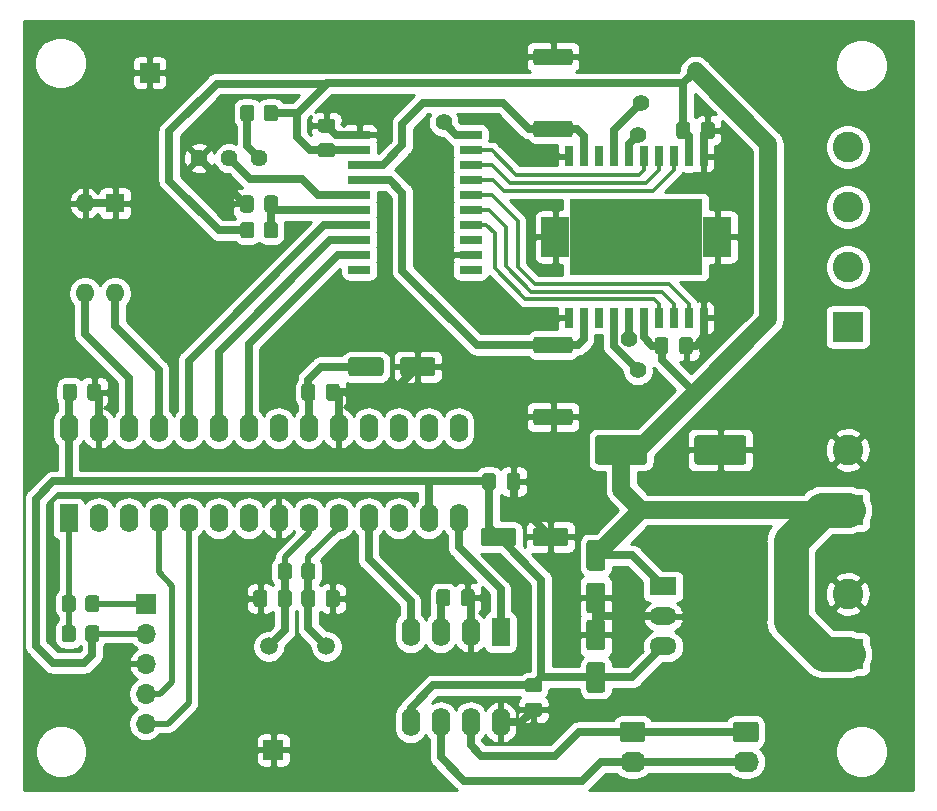
<source format=gbr>
%TF.GenerationSoftware,KiCad,Pcbnew,(5.1.10)-1*%
%TF.CreationDate,2022-05-23T16:08:43+02:00*%
%TF.ProjectId,Schrittmotoransteuerung2_0,53636872-6974-4746-9d6f-746f72616e73,rev?*%
%TF.SameCoordinates,Original*%
%TF.FileFunction,Copper,L1,Top*%
%TF.FilePolarity,Positive*%
%FSLAX46Y46*%
G04 Gerber Fmt 4.6, Leading zero omitted, Abs format (unit mm)*
G04 Created by KiCad (PCBNEW (5.1.10)-1) date 2022-05-23 16:08:43*
%MOMM*%
%LPD*%
G01*
G04 APERTURE LIST*
%TA.AperFunction,ComponentPad*%
%ADD10R,1.600000X2.400000*%
%TD*%
%TA.AperFunction,ComponentPad*%
%ADD11O,1.600000X2.400000*%
%TD*%
%TA.AperFunction,SMDPad,CuDef*%
%ADD12R,1.925000X0.700000*%
%TD*%
%TA.AperFunction,ComponentPad*%
%ADD13O,2.190000X1.740000*%
%TD*%
%TA.AperFunction,ComponentPad*%
%ADD14C,2.600000*%
%TD*%
%TA.AperFunction,ComponentPad*%
%ADD15R,2.600000X2.600000*%
%TD*%
%TA.AperFunction,ComponentPad*%
%ADD16R,1.700000X1.700000*%
%TD*%
%TA.AperFunction,ComponentPad*%
%ADD17O,1.700000X1.700000*%
%TD*%
%TA.AperFunction,ComponentPad*%
%ADD18C,1.440000*%
%TD*%
%TA.AperFunction,ComponentPad*%
%ADD19R,1.600000X1.600000*%
%TD*%
%TA.AperFunction,ComponentPad*%
%ADD20O,1.600000X1.600000*%
%TD*%
%TA.AperFunction,ComponentPad*%
%ADD21R,2.300000X1.500000*%
%TD*%
%TA.AperFunction,ComponentPad*%
%ADD22O,2.300000X1.500000*%
%TD*%
%TA.AperFunction,ComponentPad*%
%ADD23C,1.500000*%
%TD*%
%TA.AperFunction,SMDPad,CuDef*%
%ADD24R,0.700000X1.700000*%
%TD*%
%TA.AperFunction,SMDPad,CuDef*%
%ADD25R,11.270000X6.400000*%
%TD*%
%TA.AperFunction,SMDPad,CuDef*%
%ADD26R,2.415000X3.400000*%
%TD*%
%TA.AperFunction,ComponentPad*%
%ADD27C,1.000000*%
%TD*%
%TA.AperFunction,ViaPad*%
%ADD28C,1.400000*%
%TD*%
%TA.AperFunction,Conductor*%
%ADD29C,0.700000*%
%TD*%
%TA.AperFunction,Conductor*%
%ADD30C,0.500000*%
%TD*%
%TA.AperFunction,Conductor*%
%ADD31C,1.500000*%
%TD*%
%TA.AperFunction,Conductor*%
%ADD32C,3.000000*%
%TD*%
%TA.AperFunction,Conductor*%
%ADD33C,0.300000*%
%TD*%
%TA.AperFunction,Conductor*%
%ADD34C,0.254000*%
%TD*%
%TA.AperFunction,Conductor*%
%ADD35C,0.100000*%
%TD*%
G04 APERTURE END LIST*
%TO.P,C1,1*%
%TO.N,+3V3*%
%TA.AperFunction,SMDPad,CuDef*%
G36*
G01*
X82646500Y-81306000D02*
X83596500Y-81306000D01*
G75*
G02*
X83846500Y-81556000I0J-250000D01*
G01*
X83846500Y-82231000D01*
G75*
G02*
X83596500Y-82481000I-250000J0D01*
G01*
X82646500Y-82481000D01*
G75*
G02*
X82396500Y-82231000I0J250000D01*
G01*
X82396500Y-81556000D01*
G75*
G02*
X82646500Y-81306000I250000J0D01*
G01*
G37*
%TD.AperFunction*%
%TO.P,C1,2*%
%TO.N,GND*%
%TA.AperFunction,SMDPad,CuDef*%
G36*
G01*
X82646500Y-83381000D02*
X83596500Y-83381000D01*
G75*
G02*
X83846500Y-83631000I0J-250000D01*
G01*
X83846500Y-84306000D01*
G75*
G02*
X83596500Y-84556000I-250000J0D01*
G01*
X82646500Y-84556000D01*
G75*
G02*
X82396500Y-84306000I0J250000D01*
G01*
X82396500Y-83631000D01*
G75*
G02*
X82646500Y-83381000I250000J0D01*
G01*
G37*
%TD.AperFunction*%
%TD*%
%TO.P,C2,1*%
%TO.N,+5V*%
%TA.AperFunction,SMDPad,CuDef*%
G36*
G01*
X87842000Y-69607500D02*
X88942000Y-69607500D01*
G75*
G02*
X89192000Y-69857500I0J-250000D01*
G01*
X89192000Y-71957500D01*
G75*
G02*
X88942000Y-72207500I-250000J0D01*
G01*
X87842000Y-72207500D01*
G75*
G02*
X87592000Y-71957500I0J250000D01*
G01*
X87592000Y-69857500D01*
G75*
G02*
X87842000Y-69607500I250000J0D01*
G01*
G37*
%TD.AperFunction*%
%TO.P,C2,2*%
%TO.N,GND*%
%TA.AperFunction,SMDPad,CuDef*%
G36*
G01*
X87842000Y-73207500D02*
X88942000Y-73207500D01*
G75*
G02*
X89192000Y-73457500I0J-250000D01*
G01*
X89192000Y-75557500D01*
G75*
G02*
X88942000Y-75807500I-250000J0D01*
G01*
X87842000Y-75807500D01*
G75*
G02*
X87592000Y-75557500I0J250000D01*
G01*
X87592000Y-73457500D01*
G75*
G02*
X87842000Y-73207500I250000J0D01*
G01*
G37*
%TD.AperFunction*%
%TD*%
%TO.P,C3,2*%
%TO.N,GND*%
%TA.AperFunction,SMDPad,CuDef*%
G36*
G01*
X88942000Y-78938500D02*
X87842000Y-78938500D01*
G75*
G02*
X87592000Y-78688500I0J250000D01*
G01*
X87592000Y-76588500D01*
G75*
G02*
X87842000Y-76338500I250000J0D01*
G01*
X88942000Y-76338500D01*
G75*
G02*
X89192000Y-76588500I0J-250000D01*
G01*
X89192000Y-78688500D01*
G75*
G02*
X88942000Y-78938500I-250000J0D01*
G01*
G37*
%TD.AperFunction*%
%TO.P,C3,1*%
%TO.N,+3V3*%
%TA.AperFunction,SMDPad,CuDef*%
G36*
G01*
X88942000Y-82538500D02*
X87842000Y-82538500D01*
G75*
G02*
X87592000Y-82288500I0J250000D01*
G01*
X87592000Y-80188500D01*
G75*
G02*
X87842000Y-79938500I250000J0D01*
G01*
X88942000Y-79938500D01*
G75*
G02*
X89192000Y-80188500I0J-250000D01*
G01*
X89192000Y-82288500D01*
G75*
G02*
X88942000Y-82538500I-250000J0D01*
G01*
G37*
%TD.AperFunction*%
%TD*%
%TO.P,C4,1*%
%TO.N,+5V*%
%TA.AperFunction,SMDPad,CuDef*%
G36*
G01*
X74892500Y-74960500D02*
X74892500Y-74010500D01*
G75*
G02*
X75142500Y-73760500I250000J0D01*
G01*
X75817500Y-73760500D01*
G75*
G02*
X76067500Y-74010500I0J-250000D01*
G01*
X76067500Y-74960500D01*
G75*
G02*
X75817500Y-75210500I-250000J0D01*
G01*
X75142500Y-75210500D01*
G75*
G02*
X74892500Y-74960500I0J250000D01*
G01*
G37*
%TD.AperFunction*%
%TO.P,C4,2*%
%TO.N,GND*%
%TA.AperFunction,SMDPad,CuDef*%
G36*
G01*
X76967500Y-74960500D02*
X76967500Y-74010500D01*
G75*
G02*
X77217500Y-73760500I250000J0D01*
G01*
X77892500Y-73760500D01*
G75*
G02*
X78142500Y-74010500I0J-250000D01*
G01*
X78142500Y-74960500D01*
G75*
G02*
X77892500Y-75210500I-250000J0D01*
G01*
X77217500Y-75210500D01*
G75*
G02*
X76967500Y-74960500I0J250000D01*
G01*
G37*
%TD.AperFunction*%
%TD*%
%TO.P,C5,2*%
%TO.N,GND*%
%TA.AperFunction,SMDPad,CuDef*%
G36*
G01*
X80841000Y-65118000D02*
X80841000Y-64168000D01*
G75*
G02*
X81091000Y-63918000I250000J0D01*
G01*
X81766000Y-63918000D01*
G75*
G02*
X82016000Y-64168000I0J-250000D01*
G01*
X82016000Y-65118000D01*
G75*
G02*
X81766000Y-65368000I-250000J0D01*
G01*
X81091000Y-65368000D01*
G75*
G02*
X80841000Y-65118000I0J250000D01*
G01*
G37*
%TD.AperFunction*%
%TO.P,C5,1*%
%TO.N,+3V3*%
%TA.AperFunction,SMDPad,CuDef*%
G36*
G01*
X78766000Y-65118000D02*
X78766000Y-64168000D01*
G75*
G02*
X79016000Y-63918000I250000J0D01*
G01*
X79691000Y-63918000D01*
G75*
G02*
X79941000Y-64168000I0J-250000D01*
G01*
X79941000Y-65118000D01*
G75*
G02*
X79691000Y-65368000I-250000J0D01*
G01*
X79016000Y-65368000D01*
G75*
G02*
X78766000Y-65118000I0J250000D01*
G01*
G37*
%TD.AperFunction*%
%TD*%
%TO.P,C6,1*%
%TO.N,Net-(C6-Pad1)*%
%TA.AperFunction,SMDPad,CuDef*%
G36*
G01*
X62648500Y-74074000D02*
X62648500Y-75024000D01*
G75*
G02*
X62398500Y-75274000I-250000J0D01*
G01*
X61723500Y-75274000D01*
G75*
G02*
X61473500Y-75024000I0J250000D01*
G01*
X61473500Y-74074000D01*
G75*
G02*
X61723500Y-73824000I250000J0D01*
G01*
X62398500Y-73824000D01*
G75*
G02*
X62648500Y-74074000I0J-250000D01*
G01*
G37*
%TD.AperFunction*%
%TO.P,C6,2*%
%TO.N,GND*%
%TA.AperFunction,SMDPad,CuDef*%
G36*
G01*
X60573500Y-74074000D02*
X60573500Y-75024000D01*
G75*
G02*
X60323500Y-75274000I-250000J0D01*
G01*
X59648500Y-75274000D01*
G75*
G02*
X59398500Y-75024000I0J250000D01*
G01*
X59398500Y-74074000D01*
G75*
G02*
X59648500Y-73824000I250000J0D01*
G01*
X60323500Y-73824000D01*
G75*
G02*
X60573500Y-74074000I0J-250000D01*
G01*
G37*
%TD.AperFunction*%
%TD*%
%TO.P,C7,2*%
%TO.N,GND*%
%TA.AperFunction,SMDPad,CuDef*%
G36*
G01*
X65537500Y-75024000D02*
X65537500Y-74074000D01*
G75*
G02*
X65787500Y-73824000I250000J0D01*
G01*
X66462500Y-73824000D01*
G75*
G02*
X66712500Y-74074000I0J-250000D01*
G01*
X66712500Y-75024000D01*
G75*
G02*
X66462500Y-75274000I-250000J0D01*
G01*
X65787500Y-75274000D01*
G75*
G02*
X65537500Y-75024000I0J250000D01*
G01*
G37*
%TD.AperFunction*%
%TO.P,C7,1*%
%TO.N,Net-(C7-Pad1)*%
%TA.AperFunction,SMDPad,CuDef*%
G36*
G01*
X63462500Y-75024000D02*
X63462500Y-74074000D01*
G75*
G02*
X63712500Y-73824000I250000J0D01*
G01*
X64387500Y-73824000D01*
G75*
G02*
X64637500Y-74074000I0J-250000D01*
G01*
X64637500Y-75024000D01*
G75*
G02*
X64387500Y-75274000I-250000J0D01*
G01*
X63712500Y-75274000D01*
G75*
G02*
X63462500Y-75024000I0J250000D01*
G01*
G37*
%TD.AperFunction*%
%TD*%
%TO.P,C8,2*%
%TO.N,GND*%
%TA.AperFunction,SMDPad,CuDef*%
G36*
G01*
X65537500Y-57561500D02*
X65537500Y-56611500D01*
G75*
G02*
X65787500Y-56361500I250000J0D01*
G01*
X66462500Y-56361500D01*
G75*
G02*
X66712500Y-56611500I0J-250000D01*
G01*
X66712500Y-57561500D01*
G75*
G02*
X66462500Y-57811500I-250000J0D01*
G01*
X65787500Y-57811500D01*
G75*
G02*
X65537500Y-57561500I0J250000D01*
G01*
G37*
%TD.AperFunction*%
%TO.P,C8,1*%
%TO.N,Net-(C8-Pad1)*%
%TA.AperFunction,SMDPad,CuDef*%
G36*
G01*
X63462500Y-57561500D02*
X63462500Y-56611500D01*
G75*
G02*
X63712500Y-56361500I250000J0D01*
G01*
X64387500Y-56361500D01*
G75*
G02*
X64637500Y-56611500I0J-250000D01*
G01*
X64637500Y-57561500D01*
G75*
G02*
X64387500Y-57811500I-250000J0D01*
G01*
X63712500Y-57811500D01*
G75*
G02*
X63462500Y-57561500I0J250000D01*
G01*
G37*
%TD.AperFunction*%
%TD*%
%TO.P,C9,1*%
%TO.N,Net-(C8-Pad1)*%
%TA.AperFunction,SMDPad,CuDef*%
G36*
G01*
X67420000Y-55477500D02*
X67420000Y-54377500D01*
G75*
G02*
X67670000Y-54127500I250000J0D01*
G01*
X70170000Y-54127500D01*
G75*
G02*
X70420000Y-54377500I0J-250000D01*
G01*
X70420000Y-55477500D01*
G75*
G02*
X70170000Y-55727500I-250000J0D01*
G01*
X67670000Y-55727500D01*
G75*
G02*
X67420000Y-55477500I0J250000D01*
G01*
G37*
%TD.AperFunction*%
%TO.P,C9,2*%
%TO.N,GND*%
%TA.AperFunction,SMDPad,CuDef*%
G36*
G01*
X71820000Y-55477500D02*
X71820000Y-54377500D01*
G75*
G02*
X72070000Y-54127500I250000J0D01*
G01*
X74570000Y-54127500D01*
G75*
G02*
X74820000Y-54377500I0J-250000D01*
G01*
X74820000Y-55477500D01*
G75*
G02*
X74570000Y-55727500I-250000J0D01*
G01*
X72070000Y-55727500D01*
G75*
G02*
X71820000Y-55477500I0J250000D01*
G01*
G37*
%TD.AperFunction*%
%TD*%
%TO.P,C10,2*%
%TO.N,GND*%
%TA.AperFunction,SMDPad,CuDef*%
G36*
G01*
X83059500Y-69892000D02*
X83059500Y-68792000D01*
G75*
G02*
X83309500Y-68542000I250000J0D01*
G01*
X85809500Y-68542000D01*
G75*
G02*
X86059500Y-68792000I0J-250000D01*
G01*
X86059500Y-69892000D01*
G75*
G02*
X85809500Y-70142000I-250000J0D01*
G01*
X83309500Y-70142000D01*
G75*
G02*
X83059500Y-69892000I0J250000D01*
G01*
G37*
%TD.AperFunction*%
%TO.P,C10,1*%
%TO.N,+3V3*%
%TA.AperFunction,SMDPad,CuDef*%
G36*
G01*
X78659500Y-69892000D02*
X78659500Y-68792000D01*
G75*
G02*
X78909500Y-68542000I250000J0D01*
G01*
X81409500Y-68542000D01*
G75*
G02*
X81659500Y-68792000I0J-250000D01*
G01*
X81659500Y-69892000D01*
G75*
G02*
X81409500Y-70142000I-250000J0D01*
G01*
X78909500Y-70142000D01*
G75*
G02*
X78659500Y-69892000I0J250000D01*
G01*
G37*
%TD.AperFunction*%
%TD*%
%TO.P,C11,1*%
%TO.N,+3V3*%
%TA.AperFunction,SMDPad,CuDef*%
G36*
G01*
X43269500Y-57561500D02*
X43269500Y-56611500D01*
G75*
G02*
X43519500Y-56361500I250000J0D01*
G01*
X44194500Y-56361500D01*
G75*
G02*
X44444500Y-56611500I0J-250000D01*
G01*
X44444500Y-57561500D01*
G75*
G02*
X44194500Y-57811500I-250000J0D01*
G01*
X43519500Y-57811500D01*
G75*
G02*
X43269500Y-57561500I0J250000D01*
G01*
G37*
%TD.AperFunction*%
%TO.P,C11,2*%
%TO.N,GND*%
%TA.AperFunction,SMDPad,CuDef*%
G36*
G01*
X45344500Y-57561500D02*
X45344500Y-56611500D01*
G75*
G02*
X45594500Y-56361500I250000J0D01*
G01*
X46269500Y-56361500D01*
G75*
G02*
X46519500Y-56611500I0J-250000D01*
G01*
X46519500Y-57561500D01*
G75*
G02*
X46269500Y-57811500I-250000J0D01*
G01*
X45594500Y-57811500D01*
G75*
G02*
X45344500Y-57561500I0J250000D01*
G01*
G37*
%TD.AperFunction*%
%TD*%
%TO.P,C12,2*%
%TO.N,+5V*%
%TA.AperFunction,SMDPad,CuDef*%
G36*
G01*
X96387500Y-34450000D02*
X96387500Y-35400000D01*
G75*
G02*
X96137500Y-35650000I-250000J0D01*
G01*
X95462500Y-35650000D01*
G75*
G02*
X95212500Y-35400000I0J250000D01*
G01*
X95212500Y-34450000D01*
G75*
G02*
X95462500Y-34200000I250000J0D01*
G01*
X96137500Y-34200000D01*
G75*
G02*
X96387500Y-34450000I0J-250000D01*
G01*
G37*
%TD.AperFunction*%
%TO.P,C12,1*%
%TO.N,GND*%
%TA.AperFunction,SMDPad,CuDef*%
G36*
G01*
X98462500Y-34450000D02*
X98462500Y-35400000D01*
G75*
G02*
X98212500Y-35650000I-250000J0D01*
G01*
X97537500Y-35650000D01*
G75*
G02*
X97287500Y-35400000I0J250000D01*
G01*
X97287500Y-34450000D01*
G75*
G02*
X97537500Y-34200000I250000J0D01*
G01*
X98212500Y-34200000D01*
G75*
G02*
X98462500Y-34450000I0J-250000D01*
G01*
G37*
%TD.AperFunction*%
%TD*%
%TO.P,C13,1*%
%TO.N,+5V*%
%TA.AperFunction,SMDPad,CuDef*%
G36*
G01*
X88342000Y-62976000D02*
X88342000Y-60976000D01*
G75*
G02*
X88592000Y-60726000I250000J0D01*
G01*
X92492000Y-60726000D01*
G75*
G02*
X92742000Y-60976000I0J-250000D01*
G01*
X92742000Y-62976000D01*
G75*
G02*
X92492000Y-63226000I-250000J0D01*
G01*
X88592000Y-63226000D01*
G75*
G02*
X88342000Y-62976000I0J250000D01*
G01*
G37*
%TD.AperFunction*%
%TO.P,C13,2*%
%TO.N,GND*%
%TA.AperFunction,SMDPad,CuDef*%
G36*
G01*
X96742000Y-62976000D02*
X96742000Y-60976000D01*
G75*
G02*
X96992000Y-60726000I250000J0D01*
G01*
X100892000Y-60726000D01*
G75*
G02*
X101142000Y-60976000I0J-250000D01*
G01*
X101142000Y-62976000D01*
G75*
G02*
X100892000Y-63226000I-250000J0D01*
G01*
X96992000Y-63226000D01*
G75*
G02*
X96742000Y-62976000I0J250000D01*
G01*
G37*
%TD.AperFunction*%
%TD*%
%TO.P,C14,1*%
%TO.N,+5V*%
%TA.AperFunction,SMDPad,CuDef*%
G36*
G01*
X93371000Y-53624500D02*
X93371000Y-52674500D01*
G75*
G02*
X93621000Y-52424500I250000J0D01*
G01*
X94296000Y-52424500D01*
G75*
G02*
X94546000Y-52674500I0J-250000D01*
G01*
X94546000Y-53624500D01*
G75*
G02*
X94296000Y-53874500I-250000J0D01*
G01*
X93621000Y-53874500D01*
G75*
G02*
X93371000Y-53624500I0J250000D01*
G01*
G37*
%TD.AperFunction*%
%TO.P,C14,2*%
%TO.N,GND*%
%TA.AperFunction,SMDPad,CuDef*%
G36*
G01*
X95446000Y-53624500D02*
X95446000Y-52674500D01*
G75*
G02*
X95696000Y-52424500I250000J0D01*
G01*
X96371000Y-52424500D01*
G75*
G02*
X96621000Y-52674500I0J-250000D01*
G01*
X96621000Y-53624500D01*
G75*
G02*
X96371000Y-53874500I-250000J0D01*
G01*
X95696000Y-53874500D01*
G75*
G02*
X95446000Y-53624500I0J250000D01*
G01*
G37*
%TD.AperFunction*%
%TD*%
%TO.P,C15,2*%
%TO.N,+5V*%
%TA.AperFunction,SMDPad,CuDef*%
G36*
G01*
X65120500Y-36010000D02*
X66070500Y-36010000D01*
G75*
G02*
X66320500Y-36260000I0J-250000D01*
G01*
X66320500Y-36935000D01*
G75*
G02*
X66070500Y-37185000I-250000J0D01*
G01*
X65120500Y-37185000D01*
G75*
G02*
X64870500Y-36935000I0J250000D01*
G01*
X64870500Y-36260000D01*
G75*
G02*
X65120500Y-36010000I250000J0D01*
G01*
G37*
%TD.AperFunction*%
%TO.P,C15,1*%
%TO.N,GND*%
%TA.AperFunction,SMDPad,CuDef*%
G36*
G01*
X65120500Y-33935000D02*
X66070500Y-33935000D01*
G75*
G02*
X66320500Y-34185000I0J-250000D01*
G01*
X66320500Y-34860000D01*
G75*
G02*
X66070500Y-35110000I-250000J0D01*
G01*
X65120500Y-35110000D01*
G75*
G02*
X64870500Y-34860000I0J250000D01*
G01*
X64870500Y-34185000D01*
G75*
G02*
X65120500Y-33935000I250000J0D01*
G01*
G37*
%TD.AperFunction*%
%TD*%
D10*
%TO.P,IC1,1*%
%TO.N,/TXD*%
X80327500Y-77406500D03*
D11*
%TO.P,IC1,5*%
%TO.N,+3V3*%
X72707500Y-85026500D03*
%TO.P,IC1,2*%
%TO.N,GND*%
X77787500Y-77406500D03*
%TO.P,IC1,6*%
%TO.N,Net-(IC1-Pad6)*%
X75247500Y-85026500D03*
%TO.P,IC1,3*%
%TO.N,+5V*%
X75247500Y-77406500D03*
%TO.P,IC1,7*%
%TO.N,Net-(IC1-Pad7)*%
X77787500Y-85026500D03*
%TO.P,IC1,4*%
%TO.N,/RXD*%
X72707500Y-77406500D03*
%TO.P,IC1,8*%
%TO.N,GND*%
X80327500Y-85026500D03*
%TD*%
D10*
%TO.P,IC2,1*%
%TO.N,/MCLR*%
X43751500Y-67754500D03*
D11*
%TO.P,IC2,15*%
%TO.N,Net-(IC2-Pad15)*%
X76771500Y-60134500D03*
%TO.P,IC2,2*%
%TO.N,Net-(IC2-Pad2)*%
X46291500Y-67754500D03*
%TO.P,IC2,16*%
%TO.N,Net-(IC2-Pad16)*%
X74231500Y-60134500D03*
%TO.P,IC2,3*%
%TO.N,Net-(IC2-Pad3)*%
X48831500Y-67754500D03*
%TO.P,IC2,17*%
%TO.N,Net-(IC2-Pad17)*%
X71691500Y-60134500D03*
%TO.P,IC2,4*%
%TO.N,/PGD*%
X51371500Y-67754500D03*
%TO.P,IC2,18*%
%TO.N,Net-(IC2-Pad18)*%
X69151500Y-60134500D03*
%TO.P,IC2,5*%
%TO.N,/PGC*%
X53911500Y-67754500D03*
%TO.P,IC2,19*%
%TO.N,GND*%
X66611500Y-60134500D03*
%TO.P,IC2,6*%
%TO.N,Net-(IC2-Pad6)*%
X56451500Y-67754500D03*
%TO.P,IC2,20*%
%TO.N,Net-(C8-Pad1)*%
X64071500Y-60134500D03*
%TO.P,IC2,7*%
%TO.N,Net-(IC2-Pad7)*%
X58991500Y-67754500D03*
%TO.P,IC2,21*%
%TO.N,/297_Enable*%
X61531500Y-60134500D03*
%TO.P,IC2,8*%
%TO.N,GND*%
X61531500Y-67754500D03*
%TO.P,IC2,22*%
%TO.N,/297_HALF_FULL*%
X58991500Y-60134500D03*
%TO.P,IC2,9*%
%TO.N,Net-(C6-Pad1)*%
X64071500Y-67754500D03*
%TO.P,IC2,23*%
%TO.N,/297_CLOCK*%
X56451500Y-60134500D03*
%TO.P,IC2,10*%
%TO.N,Net-(C7-Pad1)*%
X66611500Y-67754500D03*
%TO.P,IC2,24*%
%TO.N,/297_CW_CCW*%
X53911500Y-60134500D03*
%TO.P,IC2,11*%
%TO.N,/RXD*%
X69151500Y-67754500D03*
%TO.P,IC2,25*%
%TO.N,Net-(IC2-Pad25)*%
X51371500Y-60134500D03*
%TO.P,IC2,12*%
%TO.N,Net-(IC2-Pad12)*%
X71691500Y-67754500D03*
%TO.P,IC2,26*%
%TO.N,Net-(IC2-Pad26)*%
X48831500Y-60134500D03*
%TO.P,IC2,13*%
%TO.N,+3V3*%
X74231500Y-67754500D03*
%TO.P,IC2,27*%
%TO.N,GND*%
X46291500Y-60134500D03*
%TO.P,IC2,14*%
%TO.N,/TXD*%
X76771500Y-67754500D03*
%TO.P,IC2,28*%
%TO.N,+3V3*%
X43751500Y-60134500D03*
%TD*%
D12*
%TO.P,IC4,1*%
%TO.N,Net-(IC4-Pad1)*%
X77800500Y-46736000D03*
%TO.P,IC4,2*%
%TO.N,GND*%
X77800500Y-45466000D03*
%TO.P,IC4,3*%
%TO.N,Net-(IC4-Pad3)*%
X77800500Y-44196000D03*
%TO.P,IC4,4*%
%TO.N,/A*%
X77800500Y-42926000D03*
%TO.P,IC4,5*%
%TO.N,/INHA*%
X77800500Y-41656000D03*
%TO.P,IC4,6*%
%TO.N,/B*%
X77800500Y-40386000D03*
%TO.P,IC4,7*%
%TO.N,/C*%
X77800500Y-39116000D03*
%TO.P,IC4,8*%
%TO.N,/INHB*%
X77800500Y-37846000D03*
%TO.P,IC4,9*%
%TO.N,/D*%
X77800500Y-36576000D03*
%TO.P,IC4,10*%
%TO.N,/297_Enable*%
X77800500Y-35306000D03*
%TO.P,IC4,11*%
%TO.N,GND*%
X68376500Y-35306000D03*
%TO.P,IC4,12*%
%TO.N,+5V*%
X68376500Y-36576000D03*
%TO.P,IC4,13*%
%TO.N,/SenseB*%
X68376500Y-37846000D03*
%TO.P,IC4,14*%
%TO.N,/SenseA*%
X68376500Y-39116000D03*
%TO.P,IC4,15*%
%TO.N,Net-(IC4-Pad15)*%
X68376500Y-40386000D03*
%TO.P,IC4,16*%
%TO.N,Net-(C16-Pad1)*%
X68376500Y-41656000D03*
%TO.P,IC4,17*%
%TO.N,/297_CW_CCW*%
X68376500Y-42926000D03*
%TO.P,IC4,18*%
%TO.N,/297_CLOCK*%
X68376500Y-44196000D03*
%TO.P,IC4,19*%
%TO.N,/297_HALF_FULL*%
X68376500Y-45466000D03*
%TO.P,IC4,20*%
%TO.N,Net-(IC4-Pad20)*%
X68376500Y-46736000D03*
%TD*%
%TO.P,J1,1*%
%TO.N,Net-(IC1-Pad7)*%
%TA.AperFunction,ComponentPad*%
G36*
G01*
X90658499Y-84982000D02*
X92348501Y-84982000D01*
G75*
G02*
X92598500Y-85231999I0J-249999D01*
G01*
X92598500Y-86472001D01*
G75*
G02*
X92348501Y-86722000I-249999J0D01*
G01*
X90658499Y-86722000D01*
G75*
G02*
X90408500Y-86472001I0J249999D01*
G01*
X90408500Y-85231999D01*
G75*
G02*
X90658499Y-84982000I249999J0D01*
G01*
G37*
%TD.AperFunction*%
D13*
%TO.P,J1,2*%
%TO.N,Net-(IC1-Pad6)*%
X91503500Y-88392000D03*
%TD*%
D14*
%TO.P,J2,2*%
%TO.N,GND*%
X109728000Y-74168000D03*
D15*
%TO.P,J2,1*%
%TO.N,+5V*%
X109728000Y-79248000D03*
%TD*%
D13*
%TO.P,J3,2*%
%TO.N,Net-(IC1-Pad6)*%
X101092000Y-88392000D03*
%TO.P,J3,1*%
%TO.N,Net-(IC1-Pad7)*%
%TA.AperFunction,ComponentPad*%
G36*
G01*
X100246999Y-84982000D02*
X101937001Y-84982000D01*
G75*
G02*
X102187000Y-85231999I0J-249999D01*
G01*
X102187000Y-86472001D01*
G75*
G02*
X101937001Y-86722000I-249999J0D01*
G01*
X100246999Y-86722000D01*
G75*
G02*
X99997000Y-86472001I0J249999D01*
G01*
X99997000Y-85231999D01*
G75*
G02*
X100246999Y-84982000I249999J0D01*
G01*
G37*
%TD.AperFunction*%
%TD*%
D15*
%TO.P,J4,1*%
%TO.N,+5V*%
X109728000Y-67056000D03*
D14*
%TO.P,J4,2*%
%TO.N,GND*%
X109728000Y-61976000D03*
%TD*%
D16*
%TO.P,J5,1*%
%TO.N,GND*%
X61087000Y-87376000D03*
%TD*%
%TO.P,J6,1*%
%TO.N,GND*%
X50609500Y-30035500D03*
%TD*%
%TO.P,J8,1*%
%TO.N,Net-(J8-Pad1)*%
X50292000Y-74993500D03*
D17*
%TO.P,J8,2*%
%TO.N,+3V3*%
X50292000Y-77533500D03*
%TO.P,J8,3*%
%TO.N,GND*%
X50292000Y-80073500D03*
%TO.P,J8,4*%
%TO.N,/PGD*%
X50292000Y-82613500D03*
%TO.P,J8,5*%
%TO.N,/PGC*%
X50292000Y-85153500D03*
%TD*%
D15*
%TO.P,J9,1*%
%TO.N,/OUT_A*%
X109728000Y-51562000D03*
D14*
%TO.P,J9,2*%
%TO.N,/OUT_B*%
X109728000Y-46482000D03*
%TO.P,J9,3*%
%TO.N,/OUT_C*%
X109728000Y-41402000D03*
%TO.P,J9,4*%
%TO.N,/OUT_D*%
X109728000Y-36322000D03*
%TD*%
%TO.P,R1,2*%
%TO.N,Net-(C6-Pad1)*%
%TA.AperFunction,SMDPad,CuDef*%
G36*
G01*
X62655500Y-71812999D02*
X62655500Y-72713001D01*
G75*
G02*
X62405501Y-72963000I-249999J0D01*
G01*
X61705499Y-72963000D01*
G75*
G02*
X61455500Y-72713001I0J249999D01*
G01*
X61455500Y-71812999D01*
G75*
G02*
X61705499Y-71563000I249999J0D01*
G01*
X62405501Y-71563000D01*
G75*
G02*
X62655500Y-71812999I0J-249999D01*
G01*
G37*
%TD.AperFunction*%
%TO.P,R1,1*%
%TO.N,Net-(C7-Pad1)*%
%TA.AperFunction,SMDPad,CuDef*%
G36*
G01*
X64655500Y-71812999D02*
X64655500Y-72713001D01*
G75*
G02*
X64405501Y-72963000I-249999J0D01*
G01*
X63705499Y-72963000D01*
G75*
G02*
X63455500Y-72713001I0J249999D01*
G01*
X63455500Y-71812999D01*
G75*
G02*
X63705499Y-71563000I249999J0D01*
G01*
X64405501Y-71563000D01*
G75*
G02*
X64655500Y-71812999I0J-249999D01*
G01*
G37*
%TD.AperFunction*%
%TD*%
%TO.P,R2,1*%
%TO.N,/MCLR*%
%TA.AperFunction,SMDPad,CuDef*%
G36*
G01*
X43167500Y-77983501D02*
X43167500Y-77083499D01*
G75*
G02*
X43417499Y-76833500I249999J0D01*
G01*
X44117501Y-76833500D01*
G75*
G02*
X44367500Y-77083499I0J-249999D01*
G01*
X44367500Y-77983501D01*
G75*
G02*
X44117501Y-78233500I-249999J0D01*
G01*
X43417499Y-78233500D01*
G75*
G02*
X43167500Y-77983501I0J249999D01*
G01*
G37*
%TD.AperFunction*%
%TO.P,R2,2*%
%TO.N,+3V3*%
%TA.AperFunction,SMDPad,CuDef*%
G36*
G01*
X45167500Y-77983501D02*
X45167500Y-77083499D01*
G75*
G02*
X45417499Y-76833500I249999J0D01*
G01*
X46117501Y-76833500D01*
G75*
G02*
X46367500Y-77083499I0J-249999D01*
G01*
X46367500Y-77983501D01*
G75*
G02*
X46117501Y-78233500I-249999J0D01*
G01*
X45417499Y-78233500D01*
G75*
G02*
X45167500Y-77983501I0J249999D01*
G01*
G37*
%TD.AperFunction*%
%TD*%
%TO.P,R3,1*%
%TO.N,/MCLR*%
%TA.AperFunction,SMDPad,CuDef*%
G36*
G01*
X43167500Y-75443501D02*
X43167500Y-74543499D01*
G75*
G02*
X43417499Y-74293500I249999J0D01*
G01*
X44117501Y-74293500D01*
G75*
G02*
X44367500Y-74543499I0J-249999D01*
G01*
X44367500Y-75443501D01*
G75*
G02*
X44117501Y-75693500I-249999J0D01*
G01*
X43417499Y-75693500D01*
G75*
G02*
X43167500Y-75443501I0J249999D01*
G01*
G37*
%TD.AperFunction*%
%TO.P,R3,2*%
%TO.N,Net-(J8-Pad1)*%
%TA.AperFunction,SMDPad,CuDef*%
G36*
G01*
X45167500Y-75443501D02*
X45167500Y-74543499D01*
G75*
G02*
X45417499Y-74293500I249999J0D01*
G01*
X46117501Y-74293500D01*
G75*
G02*
X46367500Y-74543499I0J-249999D01*
G01*
X46367500Y-75443501D01*
G75*
G02*
X46117501Y-75693500I-249999J0D01*
G01*
X45417499Y-75693500D01*
G75*
G02*
X45167500Y-75443501I0J249999D01*
G01*
G37*
%TD.AperFunction*%
%TD*%
%TO.P,R4,2*%
%TO.N,/SenseA*%
%TA.AperFunction,SMDPad,CuDef*%
G36*
G01*
X86197501Y-53784000D02*
X83347499Y-53784000D01*
G75*
G02*
X83097500Y-53534001I0J249999D01*
G01*
X83097500Y-52633999D01*
G75*
G02*
X83347499Y-52384000I249999J0D01*
G01*
X86197501Y-52384000D01*
G75*
G02*
X86447500Y-52633999I0J-249999D01*
G01*
X86447500Y-53534001D01*
G75*
G02*
X86197501Y-53784000I-249999J0D01*
G01*
G37*
%TD.AperFunction*%
%TO.P,R4,1*%
%TO.N,GND*%
%TA.AperFunction,SMDPad,CuDef*%
G36*
G01*
X86197501Y-59884000D02*
X83347499Y-59884000D01*
G75*
G02*
X83097500Y-59634001I0J249999D01*
G01*
X83097500Y-58733999D01*
G75*
G02*
X83347499Y-58484000I249999J0D01*
G01*
X86197501Y-58484000D01*
G75*
G02*
X86447500Y-58733999I0J-249999D01*
G01*
X86447500Y-59634001D01*
G75*
G02*
X86197501Y-59884000I-249999J0D01*
G01*
G37*
%TD.AperFunction*%
%TD*%
%TO.P,R5,1*%
%TO.N,Net-(R5-Pad1)*%
%TA.AperFunction,SMDPad,CuDef*%
G36*
G01*
X58280500Y-33914501D02*
X58280500Y-33014499D01*
G75*
G02*
X58530499Y-32764500I249999J0D01*
G01*
X59230501Y-32764500D01*
G75*
G02*
X59480500Y-33014499I0J-249999D01*
G01*
X59480500Y-33914501D01*
G75*
G02*
X59230501Y-34164500I-249999J0D01*
G01*
X58530499Y-34164500D01*
G75*
G02*
X58280500Y-33914501I0J249999D01*
G01*
G37*
%TD.AperFunction*%
%TO.P,R5,2*%
%TO.N,+5V*%
%TA.AperFunction,SMDPad,CuDef*%
G36*
G01*
X60280500Y-33914501D02*
X60280500Y-33014499D01*
G75*
G02*
X60530499Y-32764500I249999J0D01*
G01*
X61230501Y-32764500D01*
G75*
G02*
X61480500Y-33014499I0J-249999D01*
G01*
X61480500Y-33914501D01*
G75*
G02*
X61230501Y-34164500I-249999J0D01*
G01*
X60530499Y-34164500D01*
G75*
G02*
X60280500Y-33914501I0J249999D01*
G01*
G37*
%TD.AperFunction*%
%TD*%
%TO.P,R6,1*%
%TO.N,/SenseB*%
%TA.AperFunction,SMDPad,CuDef*%
G36*
G01*
X86197501Y-35500000D02*
X83347499Y-35500000D01*
G75*
G02*
X83097500Y-35250001I0J249999D01*
G01*
X83097500Y-34349999D01*
G75*
G02*
X83347499Y-34100000I249999J0D01*
G01*
X86197501Y-34100000D01*
G75*
G02*
X86447500Y-34349999I0J-249999D01*
G01*
X86447500Y-35250001D01*
G75*
G02*
X86197501Y-35500000I-249999J0D01*
G01*
G37*
%TD.AperFunction*%
%TO.P,R6,2*%
%TO.N,GND*%
%TA.AperFunction,SMDPad,CuDef*%
G36*
G01*
X86197501Y-29400000D02*
X83347499Y-29400000D01*
G75*
G02*
X83097500Y-29150001I0J249999D01*
G01*
X83097500Y-28249999D01*
G75*
G02*
X83347499Y-28000000I249999J0D01*
G01*
X86197501Y-28000000D01*
G75*
G02*
X86447500Y-28249999I0J-249999D01*
G01*
X86447500Y-29150001D01*
G75*
G02*
X86197501Y-29400000I-249999J0D01*
G01*
G37*
%TD.AperFunction*%
%TD*%
%TO.P,R7,2*%
%TO.N,+5V*%
%TA.AperFunction,SMDPad,CuDef*%
G36*
G01*
X59480500Y-42920499D02*
X59480500Y-43820501D01*
G75*
G02*
X59230501Y-44070500I-249999J0D01*
G01*
X58530499Y-44070500D01*
G75*
G02*
X58280500Y-43820501I0J249999D01*
G01*
X58280500Y-42920499D01*
G75*
G02*
X58530499Y-42670500I249999J0D01*
G01*
X59230501Y-42670500D01*
G75*
G02*
X59480500Y-42920499I0J-249999D01*
G01*
G37*
%TD.AperFunction*%
%TO.P,R7,1*%
%TO.N,Net-(C16-Pad1)*%
%TA.AperFunction,SMDPad,CuDef*%
G36*
G01*
X61480500Y-42920499D02*
X61480500Y-43820501D01*
G75*
G02*
X61230501Y-44070500I-249999J0D01*
G01*
X60530499Y-44070500D01*
G75*
G02*
X60280500Y-43820501I0J249999D01*
G01*
X60280500Y-42920499D01*
G75*
G02*
X60530499Y-42670500I249999J0D01*
G01*
X61230501Y-42670500D01*
G75*
G02*
X61480500Y-42920499I0J-249999D01*
G01*
G37*
%TD.AperFunction*%
%TD*%
D18*
%TO.P,RV10k1,1*%
%TO.N,Net-(R5-Pad1)*%
X59880500Y-37274500D03*
%TO.P,RV10k1,2*%
%TO.N,Net-(IC4-Pad15)*%
X57340500Y-37274500D03*
%TO.P,RV10k1,3*%
%TO.N,GND*%
X54800500Y-37274500D03*
%TD*%
D19*
%TO.P,SW1,1*%
%TO.N,GND*%
X47688500Y-41084500D03*
D20*
%TO.P,SW1,3*%
%TO.N,Net-(IC2-Pad26)*%
X45148500Y-48704500D03*
%TO.P,SW1,2*%
%TO.N,GND*%
X45148500Y-41084500D03*
%TO.P,SW1,4*%
%TO.N,Net-(IC2-Pad25)*%
X47688500Y-48704500D03*
%TD*%
D21*
%TO.P,U1,1*%
%TO.N,+5V*%
X94107000Y-73533000D03*
D22*
%TO.P,U1,2*%
%TO.N,GND*%
X94107000Y-76073000D03*
%TO.P,U1,3*%
%TO.N,+3V3*%
X94107000Y-78613000D03*
%TD*%
D23*
%TO.P,Y1,1*%
%TO.N,Net-(C6-Pad1)*%
X60706000Y-78613000D03*
%TO.P,Y1,2*%
%TO.N,Net-(C7-Pad1)*%
X65586000Y-78613000D03*
%TD*%
%TO.P,C16,1*%
%TO.N,Net-(C16-Pad1)*%
%TA.AperFunction,SMDPad,CuDef*%
G36*
G01*
X61505500Y-40673000D02*
X61505500Y-41623000D01*
G75*
G02*
X61255500Y-41873000I-250000J0D01*
G01*
X60580500Y-41873000D01*
G75*
G02*
X60330500Y-41623000I0J250000D01*
G01*
X60330500Y-40673000D01*
G75*
G02*
X60580500Y-40423000I250000J0D01*
G01*
X61255500Y-40423000D01*
G75*
G02*
X61505500Y-40673000I0J-250000D01*
G01*
G37*
%TD.AperFunction*%
%TO.P,C16,2*%
%TO.N,GND*%
%TA.AperFunction,SMDPad,CuDef*%
G36*
G01*
X59430500Y-40673000D02*
X59430500Y-41623000D01*
G75*
G02*
X59180500Y-41873000I-250000J0D01*
G01*
X58505500Y-41873000D01*
G75*
G02*
X58255500Y-41623000I0J250000D01*
G01*
X58255500Y-40673000D01*
G75*
G02*
X58505500Y-40423000I250000J0D01*
G01*
X59180500Y-40423000D01*
G75*
G02*
X59430500Y-40673000I0J-250000D01*
G01*
G37*
%TD.AperFunction*%
%TD*%
D24*
%TO.P,IC3,1*%
%TO.N,GND*%
X86106000Y-50792000D03*
D25*
%TO.P,IC3,21*%
X91821000Y-43942000D03*
D24*
%TO.P,IC3,2*%
%TO.N,/SenseA*%
X87376000Y-50792000D03*
%TO.P,IC3,3*%
%TO.N,Net-(IC3-Pad3)*%
X88646000Y-50792000D03*
%TO.P,IC3,4*%
%TO.N,/OUT_A*%
X89916000Y-50792000D03*
%TO.P,IC3,5*%
%TO.N,/OUT_B*%
X91186000Y-50792000D03*
%TO.P,IC3,6*%
%TO.N,+5V*%
X92456000Y-50792000D03*
%TO.P,IC3,7*%
%TO.N,/A*%
X93726000Y-50792000D03*
%TO.P,IC3,8*%
%TO.N,/INHA*%
X94996000Y-50792000D03*
%TO.P,IC3,9*%
%TO.N,/B*%
X96266000Y-50792000D03*
%TO.P,IC3,10*%
%TO.N,GND*%
X97536000Y-50792000D03*
%TO.P,IC3,11*%
X97536000Y-37092000D03*
%TO.P,IC3,12*%
%TO.N,+5V*%
X96266000Y-37092000D03*
%TO.P,IC3,13*%
%TO.N,/C*%
X94996000Y-37092000D03*
%TO.P,IC3,14*%
%TO.N,/INHB*%
X93726000Y-37092000D03*
%TO.P,IC3,15*%
%TO.N,/D*%
X92456000Y-37092000D03*
%TO.P,IC3,16*%
%TO.N,/OUT_C*%
X91186000Y-37092000D03*
%TO.P,IC3,17*%
%TO.N,/OUT_D*%
X89916000Y-37092000D03*
%TO.P,IC3,18*%
%TO.N,Net-(IC3-Pad18)*%
X88646000Y-37092000D03*
%TO.P,IC3,19*%
%TO.N,/SenseB*%
X87376000Y-37092000D03*
%TO.P,IC3,20*%
%TO.N,GND*%
X86106000Y-37092000D03*
D26*
%TO.P,IC3,21*%
X84978500Y-43942000D03*
X98663500Y-43942000D03*
D27*
X96901000Y-42672000D03*
X96901000Y-43942000D03*
X96901000Y-45212000D03*
X94361000Y-41402000D03*
X94361000Y-42672000D03*
X94361000Y-43942000D03*
X94361000Y-45212000D03*
X94361000Y-46482000D03*
X91821000Y-41402000D03*
X91821000Y-42672000D03*
X91821000Y-43942000D03*
X91821000Y-45212000D03*
X91821000Y-46482000D03*
X89281000Y-41402000D03*
X89281000Y-42672000D03*
X89281000Y-43942000D03*
X89281000Y-45212000D03*
X89281000Y-46482000D03*
X86741000Y-42672000D03*
X86741000Y-43942000D03*
X86741000Y-45212000D03*
%TD*%
D28*
%TO.N,GND*%
X68326000Y-32766000D03*
X84074000Y-37084000D03*
X79883000Y-50355500D03*
%TO.N,+5V*%
X96837500Y-29908500D03*
X96774000Y-57150000D03*
%TO.N,/OUT_A*%
X91948000Y-55245000D03*
%TO.N,/OUT_B*%
X91186000Y-52578000D03*
%TO.N,/OUT_C*%
X91947998Y-35339000D03*
%TO.N,/OUT_D*%
X92202000Y-32639000D03*
%TO.N,/297_Enable*%
X75501500Y-34226500D03*
%TD*%
D29*
%TO.N,GND*%
X77787500Y-74718000D02*
X77555000Y-74485500D01*
X77787500Y-77406500D02*
X77787500Y-74718000D01*
X82063500Y-85026500D02*
X83121500Y-83968500D01*
X80327500Y-85026500D02*
X82063500Y-85026500D01*
X66611500Y-57573000D02*
X66125000Y-57086500D01*
X66611500Y-60134500D02*
X66611500Y-57573000D01*
X71161000Y-57086500D02*
X73320000Y-54927500D01*
X66125000Y-57086500D02*
X71161000Y-57086500D01*
X46291500Y-57446000D02*
X45932000Y-57086500D01*
X46291500Y-60134500D02*
X46291500Y-57446000D01*
X94107000Y-76073000D02*
X88392000Y-76073000D01*
X88392000Y-76073000D02*
X88392000Y-77638500D01*
X88392000Y-74507500D02*
X88392000Y-76073000D01*
X81428500Y-66211000D02*
X84559500Y-69342000D01*
X81428500Y-64643000D02*
X81428500Y-66211000D01*
X45148500Y-41084500D02*
X47688500Y-41084500D01*
X66379000Y-35306000D02*
X65595500Y-34522500D01*
X68376500Y-35306000D02*
X66379000Y-35306000D01*
X58674000Y-41148000D02*
X54800500Y-37274500D01*
X58843000Y-41148000D02*
X58674000Y-41148000D01*
X97536000Y-50792000D02*
X97536000Y-52451000D01*
X96837500Y-53149500D02*
X96033500Y-53149500D01*
X97536000Y-52451000D02*
X96837500Y-53149500D01*
X97536000Y-35264000D02*
X97875000Y-34925000D01*
X97536000Y-37092000D02*
X97536000Y-35264000D01*
D30*
%TO.N,+3V3*%
X50292000Y-77533500D02*
X45767500Y-77533500D01*
D29*
X72707500Y-85026500D02*
X72707500Y-83820000D01*
X74634000Y-81893500D02*
X83121500Y-81893500D01*
X72707500Y-83820000D02*
X74634000Y-81893500D01*
X43751500Y-57192000D02*
X43857000Y-57086500D01*
X43751500Y-60134500D02*
X43751500Y-57192000D01*
X91481500Y-81238500D02*
X94107000Y-78613000D01*
X88392000Y-81238500D02*
X91481500Y-81238500D01*
X83776500Y-81238500D02*
X83121500Y-81893500D01*
X88392000Y-81238500D02*
X83776500Y-81238500D01*
X83776500Y-72959000D02*
X80159500Y-69342000D01*
X83776500Y-81238500D02*
X83776500Y-72959000D01*
X79353500Y-68536000D02*
X80159500Y-69342000D01*
X79353500Y-64643000D02*
X79353500Y-68536000D01*
X74231500Y-64643000D02*
X74231500Y-67754500D01*
X79353500Y-64643000D02*
X74231500Y-64643000D01*
X42418000Y-64643000D02*
X40957500Y-66103500D01*
X40957500Y-66103500D02*
X40957500Y-78549500D01*
X40957500Y-78549500D02*
X42418000Y-80010000D01*
X42418000Y-80010000D02*
X45085000Y-80010000D01*
X45767500Y-79327500D02*
X45767500Y-77533500D01*
X45085000Y-80010000D02*
X45767500Y-79327500D01*
X43751500Y-60134500D02*
X43751500Y-64516000D01*
X43878500Y-64643000D02*
X42418000Y-64643000D01*
X43751500Y-64516000D02*
X43878500Y-64643000D01*
X74231500Y-64643000D02*
X43878500Y-64643000D01*
D30*
%TO.N,Net-(C7-Pad1)*%
X66611500Y-68516500D02*
X66611500Y-67754500D01*
X64055500Y-71072500D02*
X66611500Y-68516500D01*
X64055500Y-72263000D02*
X64055500Y-71072500D01*
D29*
X64050000Y-77077000D02*
X65586000Y-78613000D01*
X64050000Y-74549000D02*
X64050000Y-77077000D01*
X64055500Y-74543500D02*
X64050000Y-74549000D01*
X64055500Y-72263000D02*
X64055500Y-74543500D01*
%TO.N,+5V*%
X75247500Y-74718000D02*
X75480000Y-74485500D01*
X75247500Y-77406500D02*
X75247500Y-74718000D01*
X91481500Y-70907500D02*
X94107000Y-73533000D01*
X88392000Y-70907500D02*
X91481500Y-70907500D01*
X68355000Y-36597500D02*
X68376500Y-36576000D01*
X65595500Y-36597500D02*
X68355000Y-36597500D01*
X65628500Y-30955000D02*
X63055500Y-33528000D01*
X63055500Y-33528000D02*
X63055500Y-35496500D01*
X64156500Y-36597500D02*
X65595500Y-36597500D01*
X63055500Y-35496500D02*
X64156500Y-36597500D01*
X62992000Y-33464500D02*
X63055500Y-33528000D01*
X60880500Y-33464500D02*
X62992000Y-33464500D01*
X56294000Y-30955000D02*
X65628500Y-30955000D01*
X52260500Y-34988500D02*
X56294000Y-30955000D01*
X52260500Y-39179500D02*
X52260500Y-34988500D01*
X56451500Y-43370500D02*
X52260500Y-39179500D01*
X58880500Y-43370500D02*
X56451500Y-43370500D01*
D31*
X109728000Y-67056000D02*
X95622000Y-67056000D01*
X92243500Y-67056000D02*
X88392000Y-70907500D01*
X95622000Y-67056000D02*
X92243500Y-67056000D01*
D32*
X107696000Y-79248000D02*
X109728000Y-79248000D01*
X104902000Y-76454000D02*
X107696000Y-79248000D01*
X104902000Y-69723000D02*
X104902000Y-76454000D01*
X107569000Y-67056000D02*
X104902000Y-69723000D01*
X109728000Y-67056000D02*
X107569000Y-67056000D01*
D31*
X90542000Y-61976000D02*
X91757500Y-61976000D01*
D29*
X96266000Y-35391000D02*
X95800000Y-34925000D01*
X96266000Y-37092000D02*
X96266000Y-35391000D01*
D31*
X90542000Y-65354500D02*
X92243500Y-67056000D01*
X90542000Y-61976000D02*
X90542000Y-65354500D01*
X91948000Y-61976000D02*
X90542000Y-61976000D01*
X102997000Y-36068000D02*
X102997000Y-50927000D01*
X96837500Y-29908500D02*
X96837500Y-29908500D01*
D29*
X92456000Y-50792000D02*
X92456000Y-52451000D01*
X93154500Y-53149500D02*
X93958500Y-53149500D01*
X92456000Y-52451000D02*
X93154500Y-53149500D01*
D31*
X96551750Y-57372250D02*
X91948000Y-61976000D01*
X102997000Y-50927000D02*
X96774000Y-57150000D01*
X96837500Y-29908500D02*
X102997000Y-36068000D01*
D29*
X95800000Y-30946000D02*
X96837500Y-29908500D01*
X95800000Y-34925000D02*
X95800000Y-30946000D01*
X65637500Y-30946000D02*
X65628500Y-30955000D01*
X95800000Y-30946000D02*
X65637500Y-30946000D01*
D31*
X96774000Y-57150000D02*
X96551750Y-57372250D01*
D29*
X93958500Y-54334500D02*
X96774000Y-57150000D01*
X93958500Y-53149500D02*
X93958500Y-54334500D01*
%TO.N,Net-(IC2-Pad26)*%
X48831500Y-60134500D02*
X48831500Y-55880000D01*
X45148500Y-52197000D02*
X45148500Y-48704500D01*
X48831500Y-55880000D02*
X45148500Y-52197000D01*
%TO.N,Net-(R5-Pad1)*%
X58880500Y-36274500D02*
X59880500Y-37274500D01*
X58880500Y-33464500D02*
X58880500Y-36274500D01*
D30*
%TO.N,Net-(C6-Pad1)*%
X64071500Y-69024500D02*
X64071500Y-67754500D01*
X62055500Y-71040500D02*
X64071500Y-69024500D01*
X62055500Y-72263000D02*
X62055500Y-71040500D01*
D29*
X62061000Y-77258000D02*
X60706000Y-78613000D01*
X62061000Y-74549000D02*
X62061000Y-77258000D01*
X62055500Y-74543500D02*
X62061000Y-74549000D01*
X62055500Y-72263000D02*
X62055500Y-74543500D01*
%TO.N,Net-(C8-Pad1)*%
X64071500Y-57108000D02*
X64050000Y-57086500D01*
X64071500Y-60134500D02*
X64071500Y-57108000D01*
X64050000Y-57086500D02*
X64050000Y-56028500D01*
X65151000Y-54927500D02*
X68920000Y-54927500D01*
X64050000Y-56028500D02*
X65151000Y-54927500D01*
%TO.N,Net-(C16-Pad1)*%
X61426000Y-41656000D02*
X60918000Y-41148000D01*
X68376500Y-41656000D02*
X61426000Y-41656000D01*
X60918000Y-43333000D02*
X60880500Y-43370500D01*
X60918000Y-41148000D02*
X60918000Y-43333000D01*
%TO.N,/OUT_A*%
X89916000Y-53213000D02*
X91948000Y-55245000D01*
X89916000Y-50792000D02*
X89916000Y-53213000D01*
%TO.N,/OUT_B*%
X91186000Y-50792000D02*
X91186000Y-52578000D01*
%TO.N,/OUT_C*%
X91186000Y-37092000D02*
X91186000Y-36100998D01*
X91186000Y-36100998D02*
X91947998Y-35339000D01*
%TO.N,/OUT_D*%
X89916000Y-34925000D02*
X92202000Y-32639000D01*
X89916000Y-37092000D02*
X89916000Y-34925000D01*
%TO.N,/TXD*%
X80327500Y-77406500D02*
X80327500Y-73787000D01*
X76771500Y-70231000D02*
X76771500Y-67754500D01*
X80327500Y-73787000D02*
X76771500Y-70231000D01*
%TO.N,Net-(IC1-Pad6)*%
X101092000Y-88392000D02*
X91503500Y-88392000D01*
X91503500Y-88392000D02*
X88836500Y-88392000D01*
X88836500Y-88392000D02*
X87249000Y-89979500D01*
X87249000Y-89979500D02*
X77216000Y-89979500D01*
X75247500Y-88011000D02*
X75247500Y-85026500D01*
X77216000Y-89979500D02*
X75247500Y-88011000D01*
%TO.N,Net-(IC1-Pad7)*%
X101092000Y-85852000D02*
X91503500Y-85852000D01*
X91503500Y-85852000D02*
X86931500Y-85852000D01*
X86931500Y-85852000D02*
X84899500Y-87884000D01*
X84899500Y-87884000D02*
X78676500Y-87884000D01*
X77787500Y-86995000D02*
X77787500Y-85026500D01*
X78676500Y-87884000D02*
X77787500Y-86995000D01*
%TO.N,/RXD*%
X72707500Y-77406500D02*
X72707500Y-74803000D01*
X69151500Y-71247000D02*
X69151500Y-67754500D01*
X72707500Y-74803000D02*
X69151500Y-71247000D01*
D30*
%TO.N,/MCLR*%
X43767500Y-77533500D02*
X43767500Y-74993500D01*
X43767500Y-67770500D02*
X43751500Y-67754500D01*
X43767500Y-74993500D02*
X43767500Y-67770500D01*
%TO.N,/PGD*%
X50292000Y-82613500D02*
X51498500Y-82613500D01*
X51498500Y-82613500D02*
X52514500Y-81597500D01*
X52514500Y-81597500D02*
X52514500Y-73469500D01*
X51371500Y-72326500D02*
X51371500Y-67754500D01*
X52514500Y-73469500D02*
X51371500Y-72326500D01*
%TO.N,/PGC*%
X53911500Y-83439000D02*
X53911500Y-67754500D01*
X52197000Y-85153500D02*
X53911500Y-83439000D01*
X50292000Y-85153500D02*
X52197000Y-85153500D01*
D29*
%TO.N,/297_Enable*%
X76581000Y-35306000D02*
X75501500Y-34226500D01*
X77800500Y-35306000D02*
X76581000Y-35306000D01*
%TO.N,/297_HALF_FULL*%
X58991500Y-53022500D02*
X66548000Y-45466000D01*
X66548000Y-45466000D02*
X68376500Y-45466000D01*
X58991500Y-60134500D02*
X58991500Y-53022500D01*
%TO.N,/297_CLOCK*%
X65913000Y-44196000D02*
X68376500Y-44196000D01*
X56451500Y-53657500D02*
X65913000Y-44196000D01*
X56451500Y-60134500D02*
X56451500Y-53657500D01*
%TO.N,/297_CW_CCW*%
X53911500Y-54419500D02*
X53911500Y-60134500D01*
X65405000Y-42926000D02*
X53911500Y-54419500D01*
X68376500Y-42926000D02*
X65405000Y-42926000D01*
%TO.N,/SenseA*%
X78293500Y-53084000D02*
X84772500Y-53084000D01*
X72009000Y-46799500D02*
X78293500Y-53084000D01*
X72009000Y-40195500D02*
X72009000Y-46799500D01*
X70929500Y-39116000D02*
X72009000Y-40195500D01*
X68376500Y-39116000D02*
X70929500Y-39116000D01*
X87376000Y-50792000D02*
X87376000Y-52578000D01*
X86870000Y-53084000D02*
X84772500Y-53084000D01*
X87376000Y-52578000D02*
X86870000Y-53084000D01*
D33*
%TO.N,/A*%
X93345000Y-49212500D02*
X93726000Y-49593500D01*
X82423000Y-49212500D02*
X93345000Y-49212500D01*
X79819500Y-46609000D02*
X82423000Y-49212500D01*
X93726000Y-49593500D02*
X93726000Y-50792000D01*
X79819500Y-43624500D02*
X79819500Y-46609000D01*
X79121000Y-42926000D02*
X79819500Y-43624500D01*
X77800500Y-42926000D02*
X79121000Y-42926000D01*
%TO.N,/INHA*%
X94996000Y-49593500D02*
X94996000Y-50792000D01*
X82931000Y-48577500D02*
X93980000Y-48577500D01*
X93980000Y-48577500D02*
X94996000Y-49593500D01*
X80772000Y-46418500D02*
X82931000Y-48577500D01*
X80772000Y-43116500D02*
X80772000Y-46418500D01*
X79311500Y-41656000D02*
X80772000Y-43116500D01*
X77800500Y-41656000D02*
X79311500Y-41656000D01*
%TO.N,/B*%
X96266000Y-49593500D02*
X96266000Y-50792000D01*
X81788000Y-46482000D02*
X83248500Y-47942500D01*
X83248500Y-47942500D02*
X94615000Y-47942500D01*
X81788000Y-42608500D02*
X81788000Y-46482000D01*
X94615000Y-47942500D02*
X96266000Y-49593500D01*
X79565500Y-40386000D02*
X81788000Y-42608500D01*
X77800500Y-40386000D02*
X79565500Y-40386000D01*
%TO.N,/C*%
X94996000Y-38290500D02*
X94996000Y-37092000D01*
X93218000Y-40068500D02*
X94996000Y-38290500D01*
X80645000Y-40068500D02*
X93218000Y-40068500D01*
X79692500Y-39116000D02*
X80645000Y-40068500D01*
X77800500Y-39116000D02*
X79692500Y-39116000D01*
%TO.N,/INHB*%
X93726000Y-38290500D02*
X93726000Y-37092000D01*
X92646500Y-39370000D02*
X93726000Y-38290500D01*
X81153000Y-39370000D02*
X92646500Y-39370000D01*
X79629000Y-37846000D02*
X81153000Y-39370000D01*
X77800500Y-37846000D02*
X79629000Y-37846000D01*
%TO.N,/D*%
X92456000Y-38290500D02*
X92456000Y-37092000D01*
X81661000Y-38671500D02*
X92075000Y-38671500D01*
X92075000Y-38671500D02*
X92456000Y-38290500D01*
X79565500Y-36576000D02*
X81661000Y-38671500D01*
X77800500Y-36576000D02*
X79565500Y-36576000D01*
D29*
%TO.N,/SenseB*%
X80518000Y-32575500D02*
X82742500Y-34800000D01*
X72009000Y-34353500D02*
X73787000Y-32575500D01*
X72009000Y-36195000D02*
X72009000Y-34353500D01*
X70358000Y-37846000D02*
X72009000Y-36195000D01*
X82742500Y-34800000D02*
X84772500Y-34800000D01*
X73787000Y-32575500D02*
X80518000Y-32575500D01*
X68376500Y-37846000D02*
X70358000Y-37846000D01*
X87376000Y-37092000D02*
X87376000Y-35369500D01*
X86806500Y-34800000D02*
X84772500Y-34800000D01*
X87376000Y-35369500D02*
X86806500Y-34800000D01*
%TO.N,Net-(IC2-Pad25)*%
X51371500Y-60134500D02*
X51371500Y-55181500D01*
X47688500Y-51498500D02*
X47688500Y-48704500D01*
X51371500Y-55181500D02*
X47688500Y-51498500D01*
D30*
%TO.N,Net-(J8-Pad1)*%
X50292000Y-74993500D02*
X45767500Y-74993500D01*
D29*
%TO.N,Net-(IC4-Pad15)*%
X68376500Y-40386000D02*
X64833500Y-40386000D01*
X64833500Y-40386000D02*
X63500000Y-39052500D01*
X59118500Y-39052500D02*
X57340500Y-37274500D01*
X63500000Y-39052500D02*
X59118500Y-39052500D01*
%TD*%
D34*
%TO.N,GND*%
X115291001Y-90780000D02*
X87826252Y-90780000D01*
X87948870Y-90679370D01*
X87979716Y-90641784D01*
X89244500Y-89377000D01*
X90139935Y-89377000D01*
X90209155Y-89461345D01*
X90438321Y-89649417D01*
X90699775Y-89789166D01*
X90983468Y-89875224D01*
X91204564Y-89897000D01*
X91802436Y-89897000D01*
X92023532Y-89875224D01*
X92307225Y-89789166D01*
X92568679Y-89649417D01*
X92797845Y-89461345D01*
X92867065Y-89377000D01*
X99728435Y-89377000D01*
X99797655Y-89461345D01*
X100026821Y-89649417D01*
X100288275Y-89789166D01*
X100571968Y-89875224D01*
X100793064Y-89897000D01*
X101390936Y-89897000D01*
X101612032Y-89875224D01*
X101895725Y-89789166D01*
X102157179Y-89649417D01*
X102386345Y-89461345D01*
X102574417Y-89232179D01*
X102714166Y-88970725D01*
X102800224Y-88687032D01*
X102829282Y-88392000D01*
X102800224Y-88096968D01*
X102714166Y-87813275D01*
X102574417Y-87551821D01*
X102386345Y-87322655D01*
X102337870Y-87282872D01*
X108636000Y-87282872D01*
X108636000Y-87723128D01*
X108721890Y-88154925D01*
X108890369Y-88561669D01*
X109134962Y-88927729D01*
X109446271Y-89239038D01*
X109812331Y-89483631D01*
X110219075Y-89652110D01*
X110650872Y-89738000D01*
X111091128Y-89738000D01*
X111522925Y-89652110D01*
X111929669Y-89483631D01*
X112295729Y-89239038D01*
X112607038Y-88927729D01*
X112851631Y-88561669D01*
X113020110Y-88154925D01*
X113106000Y-87723128D01*
X113106000Y-87282872D01*
X113020110Y-86851075D01*
X112851631Y-86444331D01*
X112607038Y-86078271D01*
X112295729Y-85766962D01*
X111929669Y-85522369D01*
X111522925Y-85353890D01*
X111091128Y-85268000D01*
X110650872Y-85268000D01*
X110219075Y-85353890D01*
X109812331Y-85522369D01*
X109446271Y-85766962D01*
X109134962Y-86078271D01*
X108890369Y-86444331D01*
X108721890Y-86851075D01*
X108636000Y-87282872D01*
X102337870Y-87282872D01*
X102320886Y-87268934D01*
X102430387Y-87210405D01*
X102564962Y-87099962D01*
X102675405Y-86965387D01*
X102757472Y-86811851D01*
X102808008Y-86645255D01*
X102825072Y-86472001D01*
X102825072Y-85231999D01*
X102808008Y-85058745D01*
X102757472Y-84892149D01*
X102675405Y-84738613D01*
X102564962Y-84604038D01*
X102430387Y-84493595D01*
X102276851Y-84411528D01*
X102110255Y-84360992D01*
X101937001Y-84343928D01*
X100246999Y-84343928D01*
X100073745Y-84360992D01*
X99907149Y-84411528D01*
X99753613Y-84493595D01*
X99619038Y-84604038D01*
X99508595Y-84738613D01*
X99439970Y-84867000D01*
X93155530Y-84867000D01*
X93086905Y-84738613D01*
X92976462Y-84604038D01*
X92841887Y-84493595D01*
X92688351Y-84411528D01*
X92521755Y-84360992D01*
X92348501Y-84343928D01*
X90658499Y-84343928D01*
X90485245Y-84360992D01*
X90318649Y-84411528D01*
X90165113Y-84493595D01*
X90030538Y-84604038D01*
X89920095Y-84738613D01*
X89851470Y-84867000D01*
X86979880Y-84867000D01*
X86931500Y-84862235D01*
X86883120Y-84867000D01*
X86738406Y-84881253D01*
X86552733Y-84937576D01*
X86381616Y-85029040D01*
X86231630Y-85152130D01*
X86200789Y-85189710D01*
X84491500Y-86899000D01*
X79084501Y-86899000D01*
X78772500Y-86587000D01*
X78772500Y-86474509D01*
X78807107Y-86446108D01*
X78986432Y-86227601D01*
X79054765Y-86099759D01*
X79204899Y-86329339D01*
X79402605Y-86531000D01*
X79635854Y-86690215D01*
X79895682Y-86800867D01*
X79978461Y-86818404D01*
X80200500Y-86696415D01*
X80200500Y-85153500D01*
X80454500Y-85153500D01*
X80454500Y-86696415D01*
X80676539Y-86818404D01*
X80759318Y-86800867D01*
X81019146Y-86690215D01*
X81252395Y-86531000D01*
X81450101Y-86329339D01*
X81604666Y-86092983D01*
X81710150Y-85831014D01*
X81762500Y-85553500D01*
X81762500Y-85153500D01*
X80454500Y-85153500D01*
X80200500Y-85153500D01*
X80180500Y-85153500D01*
X80180500Y-84899500D01*
X80200500Y-84899500D01*
X80200500Y-83356585D01*
X80454500Y-83356585D01*
X80454500Y-84899500D01*
X81762500Y-84899500D01*
X81762500Y-84597345D01*
X81770688Y-84680482D01*
X81806998Y-84800180D01*
X81865963Y-84910494D01*
X81945315Y-85007185D01*
X82042006Y-85086537D01*
X82152320Y-85145502D01*
X82272018Y-85181812D01*
X82396500Y-85194072D01*
X82835750Y-85191000D01*
X82994500Y-85032250D01*
X82994500Y-84095500D01*
X83248500Y-84095500D01*
X83248500Y-85032250D01*
X83407250Y-85191000D01*
X83846500Y-85194072D01*
X83970982Y-85181812D01*
X84090680Y-85145502D01*
X84200994Y-85086537D01*
X84297685Y-85007185D01*
X84377037Y-84910494D01*
X84436002Y-84800180D01*
X84472312Y-84680482D01*
X84484572Y-84556000D01*
X84481500Y-84254250D01*
X84322750Y-84095500D01*
X83248500Y-84095500D01*
X82994500Y-84095500D01*
X81920250Y-84095500D01*
X81761500Y-84254250D01*
X81759182Y-84481912D01*
X81710150Y-84221986D01*
X81604666Y-83960017D01*
X81450101Y-83723661D01*
X81252395Y-83522000D01*
X81019146Y-83362785D01*
X80759318Y-83252133D01*
X80676539Y-83234596D01*
X80454500Y-83356585D01*
X80200500Y-83356585D01*
X79978461Y-83234596D01*
X79895682Y-83252133D01*
X79635854Y-83362785D01*
X79402605Y-83522000D01*
X79204899Y-83723661D01*
X79054765Y-83953241D01*
X78986432Y-83825399D01*
X78807108Y-83606892D01*
X78588601Y-83427568D01*
X78339308Y-83294318D01*
X78068809Y-83212264D01*
X77787500Y-83184557D01*
X77506192Y-83212264D01*
X77235693Y-83294318D01*
X76986400Y-83427568D01*
X76767893Y-83606892D01*
X76588568Y-83825399D01*
X76517500Y-83958358D01*
X76446432Y-83825399D01*
X76267108Y-83606892D01*
X76048601Y-83427568D01*
X75799308Y-83294318D01*
X75528809Y-83212264D01*
X75247500Y-83184557D01*
X74966192Y-83212264D01*
X74695693Y-83294318D01*
X74546364Y-83374136D01*
X75042000Y-82878500D01*
X82007843Y-82878500D01*
X81945315Y-82929815D01*
X81865963Y-83026506D01*
X81806998Y-83136820D01*
X81770688Y-83256518D01*
X81758428Y-83381000D01*
X81761500Y-83682750D01*
X81920250Y-83841500D01*
X82994500Y-83841500D01*
X82994500Y-83821500D01*
X83248500Y-83821500D01*
X83248500Y-83841500D01*
X84322750Y-83841500D01*
X84481500Y-83682750D01*
X84484572Y-83381000D01*
X84472312Y-83256518D01*
X84436002Y-83136820D01*
X84377037Y-83026506D01*
X84297685Y-82929815D01*
X84217906Y-82864342D01*
X84224462Y-82858962D01*
X84334905Y-82724386D01*
X84416972Y-82570850D01*
X84467508Y-82404254D01*
X84484572Y-82231000D01*
X84484572Y-82223500D01*
X86953928Y-82223500D01*
X86953928Y-82288500D01*
X86970992Y-82461754D01*
X87021528Y-82628350D01*
X87103595Y-82781886D01*
X87214038Y-82916462D01*
X87348614Y-83026905D01*
X87502150Y-83108972D01*
X87668746Y-83159508D01*
X87842000Y-83176572D01*
X88942000Y-83176572D01*
X89115254Y-83159508D01*
X89281850Y-83108972D01*
X89435386Y-83026905D01*
X89569962Y-82916462D01*
X89680405Y-82781886D01*
X89762472Y-82628350D01*
X89813008Y-82461754D01*
X89830072Y-82288500D01*
X89830072Y-82223500D01*
X91433120Y-82223500D01*
X91481500Y-82228265D01*
X91529880Y-82223500D01*
X91674594Y-82209247D01*
X91860267Y-82152924D01*
X92031384Y-82061460D01*
X92181370Y-81938370D01*
X92212216Y-81900784D01*
X94115001Y-79998000D01*
X94575037Y-79998000D01*
X94778507Y-79977960D01*
X95039581Y-79898764D01*
X95280188Y-79770157D01*
X95491081Y-79597081D01*
X95664157Y-79386188D01*
X95792764Y-79145581D01*
X95871960Y-78884507D01*
X95898701Y-78613000D01*
X95871960Y-78341493D01*
X95792764Y-78080419D01*
X95664157Y-77839812D01*
X95491081Y-77628919D01*
X95280188Y-77455843D01*
X95064422Y-77340514D01*
X95154349Y-77303972D01*
X95382061Y-77154028D01*
X95576145Y-76962540D01*
X95729142Y-76736868D01*
X95835173Y-76485684D01*
X95849318Y-76414185D01*
X95726656Y-76200000D01*
X94234000Y-76200000D01*
X94234000Y-76220000D01*
X93980000Y-76220000D01*
X93980000Y-76200000D01*
X92487344Y-76200000D01*
X92364682Y-76414185D01*
X92378827Y-76485684D01*
X92484858Y-76736868D01*
X92637855Y-76962540D01*
X92831939Y-77154028D01*
X93059651Y-77303972D01*
X93149578Y-77340514D01*
X92933812Y-77455843D01*
X92722919Y-77628919D01*
X92549843Y-77839812D01*
X92421236Y-78080419D01*
X92342040Y-78341493D01*
X92315299Y-78613000D01*
X92342040Y-78884507D01*
X92365420Y-78961580D01*
X91073500Y-80253500D01*
X89830072Y-80253500D01*
X89830072Y-80188500D01*
X89813008Y-80015246D01*
X89762472Y-79848650D01*
X89680405Y-79695114D01*
X89569962Y-79560538D01*
X89493187Y-79497531D01*
X89546494Y-79469037D01*
X89643185Y-79389685D01*
X89722537Y-79292994D01*
X89781502Y-79182680D01*
X89817812Y-79062982D01*
X89830072Y-78938500D01*
X89827000Y-77924250D01*
X89668250Y-77765500D01*
X88519000Y-77765500D01*
X88519000Y-77785500D01*
X88265000Y-77785500D01*
X88265000Y-77765500D01*
X87115750Y-77765500D01*
X86957000Y-77924250D01*
X86953928Y-78938500D01*
X86966188Y-79062982D01*
X87002498Y-79182680D01*
X87061463Y-79292994D01*
X87140815Y-79389685D01*
X87237506Y-79469037D01*
X87290813Y-79497531D01*
X87214038Y-79560538D01*
X87103595Y-79695114D01*
X87021528Y-79848650D01*
X86970992Y-80015246D01*
X86953928Y-80188500D01*
X86953928Y-80253500D01*
X84761500Y-80253500D01*
X84761500Y-75807500D01*
X86953928Y-75807500D01*
X86966188Y-75931982D01*
X87002498Y-76051680D01*
X87013894Y-76073000D01*
X87002498Y-76094320D01*
X86966188Y-76214018D01*
X86953928Y-76338500D01*
X86957000Y-77352750D01*
X87115750Y-77511500D01*
X88265000Y-77511500D01*
X88265000Y-74634500D01*
X88519000Y-74634500D01*
X88519000Y-77511500D01*
X89668250Y-77511500D01*
X89827000Y-77352750D01*
X89830072Y-76338500D01*
X89817812Y-76214018D01*
X89781502Y-76094320D01*
X89770106Y-76073000D01*
X89781502Y-76051680D01*
X89817812Y-75931982D01*
X89830072Y-75807500D01*
X89827000Y-74793250D01*
X89668250Y-74634500D01*
X88519000Y-74634500D01*
X88265000Y-74634500D01*
X87115750Y-74634500D01*
X86957000Y-74793250D01*
X86953928Y-75807500D01*
X84761500Y-75807500D01*
X84761500Y-73007377D01*
X84766265Y-72958999D01*
X84757569Y-72870709D01*
X84747247Y-72765906D01*
X84690924Y-72580233D01*
X84599460Y-72409116D01*
X84476370Y-72259130D01*
X84438784Y-72228284D01*
X82983042Y-70772542D01*
X83059500Y-70780072D01*
X84273750Y-70777000D01*
X84432500Y-70618250D01*
X84432500Y-69469000D01*
X84686500Y-69469000D01*
X84686500Y-70618250D01*
X84845250Y-70777000D01*
X86059500Y-70780072D01*
X86183982Y-70767812D01*
X86303680Y-70731502D01*
X86413994Y-70672537D01*
X86510685Y-70593185D01*
X86590037Y-70496494D01*
X86649002Y-70386180D01*
X86685312Y-70266482D01*
X86697572Y-70142000D01*
X86694500Y-69627750D01*
X86535750Y-69469000D01*
X84686500Y-69469000D01*
X84432500Y-69469000D01*
X82583250Y-69469000D01*
X82424500Y-69627750D01*
X82421428Y-70142000D01*
X82428958Y-70218458D01*
X82279402Y-70068902D01*
X82280508Y-70065254D01*
X82297572Y-69892000D01*
X82297572Y-68792000D01*
X82280508Y-68618746D01*
X82257228Y-68542000D01*
X82421428Y-68542000D01*
X82424500Y-69056250D01*
X82583250Y-69215000D01*
X84432500Y-69215000D01*
X84432500Y-68065750D01*
X84686500Y-68065750D01*
X84686500Y-69215000D01*
X86535750Y-69215000D01*
X86694500Y-69056250D01*
X86697572Y-68542000D01*
X86685312Y-68417518D01*
X86649002Y-68297820D01*
X86590037Y-68187506D01*
X86510685Y-68090815D01*
X86413994Y-68011463D01*
X86303680Y-67952498D01*
X86183982Y-67916188D01*
X86059500Y-67903928D01*
X84845250Y-67907000D01*
X84686500Y-68065750D01*
X84432500Y-68065750D01*
X84273750Y-67907000D01*
X83059500Y-67903928D01*
X82935018Y-67916188D01*
X82815320Y-67952498D01*
X82705006Y-68011463D01*
X82608315Y-68090815D01*
X82528963Y-68187506D01*
X82469998Y-68297820D01*
X82433688Y-68417518D01*
X82421428Y-68542000D01*
X82257228Y-68542000D01*
X82229972Y-68452150D01*
X82147905Y-68298614D01*
X82037462Y-68164038D01*
X81902886Y-68053595D01*
X81749350Y-67971528D01*
X81582754Y-67920992D01*
X81409500Y-67903928D01*
X80338500Y-67903928D01*
X80338500Y-65756657D01*
X80389815Y-65819185D01*
X80486506Y-65898537D01*
X80596820Y-65957502D01*
X80716518Y-65993812D01*
X80841000Y-66006072D01*
X81142750Y-66003000D01*
X81301500Y-65844250D01*
X81301500Y-64770000D01*
X81555500Y-64770000D01*
X81555500Y-65844250D01*
X81714250Y-66003000D01*
X82016000Y-66006072D01*
X82140482Y-65993812D01*
X82260180Y-65957502D01*
X82370494Y-65898537D01*
X82467185Y-65819185D01*
X82546537Y-65722494D01*
X82605502Y-65612180D01*
X82641812Y-65492482D01*
X82654072Y-65368000D01*
X82651000Y-64928750D01*
X82492250Y-64770000D01*
X81555500Y-64770000D01*
X81301500Y-64770000D01*
X81281500Y-64770000D01*
X81281500Y-64516000D01*
X81301500Y-64516000D01*
X81301500Y-63441750D01*
X81555500Y-63441750D01*
X81555500Y-64516000D01*
X82492250Y-64516000D01*
X82651000Y-64357250D01*
X82654072Y-63918000D01*
X82641812Y-63793518D01*
X82605502Y-63673820D01*
X82546537Y-63563506D01*
X82467185Y-63466815D01*
X82370494Y-63387463D01*
X82260180Y-63328498D01*
X82140482Y-63292188D01*
X82016000Y-63279928D01*
X81714250Y-63283000D01*
X81555500Y-63441750D01*
X81301500Y-63441750D01*
X81142750Y-63283000D01*
X80841000Y-63279928D01*
X80716518Y-63292188D01*
X80596820Y-63328498D01*
X80486506Y-63387463D01*
X80389815Y-63466815D01*
X80324342Y-63546594D01*
X80318962Y-63540038D01*
X80184386Y-63429595D01*
X80030850Y-63347528D01*
X79864254Y-63296992D01*
X79691000Y-63279928D01*
X79016000Y-63279928D01*
X78842746Y-63296992D01*
X78676150Y-63347528D01*
X78522614Y-63429595D01*
X78388038Y-63540038D01*
X78291230Y-63658000D01*
X74279880Y-63658000D01*
X74231500Y-63653235D01*
X74183120Y-63658000D01*
X44736500Y-63658000D01*
X44736500Y-61582510D01*
X44771108Y-61554108D01*
X44950432Y-61335601D01*
X45018765Y-61207759D01*
X45168899Y-61437339D01*
X45366605Y-61639000D01*
X45599854Y-61798215D01*
X45859682Y-61908867D01*
X45942461Y-61926404D01*
X46164500Y-61804415D01*
X46164500Y-60261500D01*
X46144500Y-60261500D01*
X46144500Y-60007500D01*
X46164500Y-60007500D01*
X46164500Y-59987500D01*
X46418500Y-59987500D01*
X46418500Y-60007500D01*
X46438500Y-60007500D01*
X46438500Y-60261500D01*
X46418500Y-60261500D01*
X46418500Y-61804415D01*
X46640539Y-61926404D01*
X46723318Y-61908867D01*
X46983146Y-61798215D01*
X47216395Y-61639000D01*
X47414101Y-61437339D01*
X47564235Y-61207759D01*
X47632568Y-61335601D01*
X47811893Y-61554108D01*
X48030400Y-61733432D01*
X48279693Y-61866682D01*
X48550192Y-61948736D01*
X48831500Y-61976443D01*
X49112809Y-61948736D01*
X49383308Y-61866682D01*
X49632601Y-61733432D01*
X49851108Y-61554108D01*
X50030432Y-61335601D01*
X50101500Y-61202642D01*
X50172568Y-61335601D01*
X50351893Y-61554108D01*
X50570400Y-61733432D01*
X50819693Y-61866682D01*
X51090192Y-61948736D01*
X51371500Y-61976443D01*
X51652809Y-61948736D01*
X51923308Y-61866682D01*
X52172601Y-61733432D01*
X52391108Y-61554108D01*
X52570432Y-61335601D01*
X52641500Y-61202642D01*
X52712568Y-61335601D01*
X52891893Y-61554108D01*
X53110400Y-61733432D01*
X53359693Y-61866682D01*
X53630192Y-61948736D01*
X53911500Y-61976443D01*
X54192809Y-61948736D01*
X54463308Y-61866682D01*
X54712601Y-61733432D01*
X54931108Y-61554108D01*
X55110432Y-61335601D01*
X55181500Y-61202642D01*
X55252568Y-61335601D01*
X55431893Y-61554108D01*
X55650400Y-61733432D01*
X55899693Y-61866682D01*
X56170192Y-61948736D01*
X56451500Y-61976443D01*
X56732809Y-61948736D01*
X57003308Y-61866682D01*
X57252601Y-61733432D01*
X57471108Y-61554108D01*
X57650432Y-61335601D01*
X57721500Y-61202642D01*
X57792568Y-61335601D01*
X57971893Y-61554108D01*
X58190400Y-61733432D01*
X58439693Y-61866682D01*
X58710192Y-61948736D01*
X58991500Y-61976443D01*
X59272809Y-61948736D01*
X59543308Y-61866682D01*
X59792601Y-61733432D01*
X60011108Y-61554108D01*
X60190432Y-61335601D01*
X60261500Y-61202642D01*
X60332568Y-61335601D01*
X60511893Y-61554108D01*
X60730400Y-61733432D01*
X60979693Y-61866682D01*
X61250192Y-61948736D01*
X61531500Y-61976443D01*
X61812809Y-61948736D01*
X62083308Y-61866682D01*
X62332601Y-61733432D01*
X62551108Y-61554108D01*
X62730432Y-61335601D01*
X62801500Y-61202642D01*
X62872568Y-61335601D01*
X63051893Y-61554108D01*
X63270400Y-61733432D01*
X63519693Y-61866682D01*
X63790192Y-61948736D01*
X64071500Y-61976443D01*
X64352809Y-61948736D01*
X64623308Y-61866682D01*
X64872601Y-61733432D01*
X65091108Y-61554108D01*
X65270432Y-61335601D01*
X65338765Y-61207759D01*
X65488899Y-61437339D01*
X65686605Y-61639000D01*
X65919854Y-61798215D01*
X66179682Y-61908867D01*
X66262461Y-61926404D01*
X66484500Y-61804415D01*
X66484500Y-60261500D01*
X66464500Y-60261500D01*
X66464500Y-60007500D01*
X66484500Y-60007500D01*
X66484500Y-59987500D01*
X66738500Y-59987500D01*
X66738500Y-60007500D01*
X66758500Y-60007500D01*
X66758500Y-60261500D01*
X66738500Y-60261500D01*
X66738500Y-61804415D01*
X66960539Y-61926404D01*
X67043318Y-61908867D01*
X67303146Y-61798215D01*
X67536395Y-61639000D01*
X67734101Y-61437339D01*
X67884235Y-61207759D01*
X67952568Y-61335601D01*
X68131893Y-61554108D01*
X68350400Y-61733432D01*
X68599693Y-61866682D01*
X68870192Y-61948736D01*
X69151500Y-61976443D01*
X69432809Y-61948736D01*
X69703308Y-61866682D01*
X69952601Y-61733432D01*
X70171108Y-61554108D01*
X70350432Y-61335601D01*
X70421500Y-61202642D01*
X70492568Y-61335601D01*
X70671893Y-61554108D01*
X70890400Y-61733432D01*
X71139693Y-61866682D01*
X71410192Y-61948736D01*
X71691500Y-61976443D01*
X71972809Y-61948736D01*
X72243308Y-61866682D01*
X72492601Y-61733432D01*
X72711108Y-61554108D01*
X72890432Y-61335601D01*
X72961500Y-61202642D01*
X73032568Y-61335601D01*
X73211893Y-61554108D01*
X73430400Y-61733432D01*
X73679693Y-61866682D01*
X73950192Y-61948736D01*
X74231500Y-61976443D01*
X74512809Y-61948736D01*
X74783308Y-61866682D01*
X75032601Y-61733432D01*
X75251108Y-61554108D01*
X75430432Y-61335601D01*
X75501500Y-61202642D01*
X75572568Y-61335601D01*
X75751893Y-61554108D01*
X75970400Y-61733432D01*
X76219693Y-61866682D01*
X76490192Y-61948736D01*
X76771500Y-61976443D01*
X77052809Y-61948736D01*
X77323308Y-61866682D01*
X77572601Y-61733432D01*
X77791108Y-61554108D01*
X77970432Y-61335601D01*
X78103682Y-61086308D01*
X78185736Y-60815809D01*
X78206500Y-60604991D01*
X78206500Y-59884000D01*
X82459428Y-59884000D01*
X82471688Y-60008482D01*
X82507998Y-60128180D01*
X82566963Y-60238494D01*
X82646315Y-60335185D01*
X82743006Y-60414537D01*
X82853320Y-60473502D01*
X82973018Y-60509812D01*
X83097500Y-60522072D01*
X84486750Y-60519000D01*
X84645500Y-60360250D01*
X84645500Y-59311000D01*
X84899500Y-59311000D01*
X84899500Y-60360250D01*
X85058250Y-60519000D01*
X86447500Y-60522072D01*
X86571982Y-60509812D01*
X86691680Y-60473502D01*
X86801994Y-60414537D01*
X86898685Y-60335185D01*
X86978037Y-60238494D01*
X87037002Y-60128180D01*
X87073312Y-60008482D01*
X87085572Y-59884000D01*
X87082500Y-59469750D01*
X86923750Y-59311000D01*
X84899500Y-59311000D01*
X84645500Y-59311000D01*
X82621250Y-59311000D01*
X82462500Y-59469750D01*
X82459428Y-59884000D01*
X78206500Y-59884000D01*
X78206500Y-59664008D01*
X78185736Y-59453191D01*
X78103682Y-59182692D01*
X77970432Y-58933399D01*
X77791107Y-58714892D01*
X77572600Y-58535568D01*
X77476124Y-58484000D01*
X82459428Y-58484000D01*
X82462500Y-58898250D01*
X82621250Y-59057000D01*
X84645500Y-59057000D01*
X84645500Y-58007750D01*
X84899500Y-58007750D01*
X84899500Y-59057000D01*
X86923750Y-59057000D01*
X87082500Y-58898250D01*
X87085572Y-58484000D01*
X87073312Y-58359518D01*
X87037002Y-58239820D01*
X86978037Y-58129506D01*
X86898685Y-58032815D01*
X86801994Y-57953463D01*
X86691680Y-57894498D01*
X86571982Y-57858188D01*
X86447500Y-57845928D01*
X85058250Y-57849000D01*
X84899500Y-58007750D01*
X84645500Y-58007750D01*
X84486750Y-57849000D01*
X83097500Y-57845928D01*
X82973018Y-57858188D01*
X82853320Y-57894498D01*
X82743006Y-57953463D01*
X82646315Y-58032815D01*
X82566963Y-58129506D01*
X82507998Y-58239820D01*
X82471688Y-58359518D01*
X82459428Y-58484000D01*
X77476124Y-58484000D01*
X77323307Y-58402318D01*
X77052808Y-58320264D01*
X76771500Y-58292557D01*
X76490191Y-58320264D01*
X76219692Y-58402318D01*
X75970399Y-58535568D01*
X75751892Y-58714893D01*
X75572568Y-58933400D01*
X75501500Y-59066358D01*
X75430432Y-58933399D01*
X75251107Y-58714892D01*
X75032600Y-58535568D01*
X74783307Y-58402318D01*
X74512808Y-58320264D01*
X74231500Y-58292557D01*
X73950191Y-58320264D01*
X73679692Y-58402318D01*
X73430399Y-58535568D01*
X73211892Y-58714893D01*
X73032568Y-58933400D01*
X72961500Y-59066358D01*
X72890432Y-58933399D01*
X72711107Y-58714892D01*
X72492600Y-58535568D01*
X72243307Y-58402318D01*
X71972808Y-58320264D01*
X71691500Y-58292557D01*
X71410191Y-58320264D01*
X71139692Y-58402318D01*
X70890399Y-58535568D01*
X70671892Y-58714893D01*
X70492568Y-58933400D01*
X70421500Y-59066358D01*
X70350432Y-58933399D01*
X70171107Y-58714892D01*
X69952600Y-58535568D01*
X69703307Y-58402318D01*
X69432808Y-58320264D01*
X69151500Y-58292557D01*
X68870191Y-58320264D01*
X68599692Y-58402318D01*
X68350399Y-58535568D01*
X68131892Y-58714893D01*
X67952568Y-58933400D01*
X67884235Y-59061242D01*
X67734101Y-58831661D01*
X67536395Y-58630000D01*
X67303146Y-58470785D01*
X67043318Y-58360133D01*
X67036028Y-58358589D01*
X67066994Y-58342037D01*
X67163685Y-58262685D01*
X67243037Y-58165994D01*
X67302002Y-58055680D01*
X67338312Y-57935982D01*
X67350572Y-57811500D01*
X67347500Y-57372250D01*
X67188750Y-57213500D01*
X66252000Y-57213500D01*
X66252000Y-57233500D01*
X65998000Y-57233500D01*
X65998000Y-57213500D01*
X65978000Y-57213500D01*
X65978000Y-56959500D01*
X65998000Y-56959500D01*
X65998000Y-56939500D01*
X66252000Y-56939500D01*
X66252000Y-56959500D01*
X67188750Y-56959500D01*
X67347500Y-56800750D01*
X67350572Y-56361500D01*
X67344751Y-56302401D01*
X67496746Y-56348508D01*
X67670000Y-56365572D01*
X70170000Y-56365572D01*
X70343254Y-56348508D01*
X70509850Y-56297972D01*
X70663386Y-56215905D01*
X70797962Y-56105462D01*
X70908405Y-55970886D01*
X70990472Y-55817350D01*
X71017727Y-55727500D01*
X71181928Y-55727500D01*
X71194188Y-55851982D01*
X71230498Y-55971680D01*
X71289463Y-56081994D01*
X71368815Y-56178685D01*
X71465506Y-56258037D01*
X71575820Y-56317002D01*
X71695518Y-56353312D01*
X71820000Y-56365572D01*
X73034250Y-56362500D01*
X73193000Y-56203750D01*
X73193000Y-55054500D01*
X73447000Y-55054500D01*
X73447000Y-56203750D01*
X73605750Y-56362500D01*
X74820000Y-56365572D01*
X74944482Y-56353312D01*
X75064180Y-56317002D01*
X75174494Y-56258037D01*
X75271185Y-56178685D01*
X75350537Y-56081994D01*
X75409502Y-55971680D01*
X75445812Y-55851982D01*
X75458072Y-55727500D01*
X75455000Y-55213250D01*
X75296250Y-55054500D01*
X73447000Y-55054500D01*
X73193000Y-55054500D01*
X71343750Y-55054500D01*
X71185000Y-55213250D01*
X71181928Y-55727500D01*
X71017727Y-55727500D01*
X71041008Y-55650754D01*
X71058072Y-55477500D01*
X71058072Y-54377500D01*
X71041008Y-54204246D01*
X71017728Y-54127500D01*
X71181928Y-54127500D01*
X71185000Y-54641750D01*
X71343750Y-54800500D01*
X73193000Y-54800500D01*
X73193000Y-53651250D01*
X73447000Y-53651250D01*
X73447000Y-54800500D01*
X75296250Y-54800500D01*
X75455000Y-54641750D01*
X75458072Y-54127500D01*
X75445812Y-54003018D01*
X75409502Y-53883320D01*
X75350537Y-53773006D01*
X75271185Y-53676315D01*
X75174494Y-53596963D01*
X75064180Y-53537998D01*
X74944482Y-53501688D01*
X74820000Y-53489428D01*
X73605750Y-53492500D01*
X73447000Y-53651250D01*
X73193000Y-53651250D01*
X73034250Y-53492500D01*
X71820000Y-53489428D01*
X71695518Y-53501688D01*
X71575820Y-53537998D01*
X71465506Y-53596963D01*
X71368815Y-53676315D01*
X71289463Y-53773006D01*
X71230498Y-53883320D01*
X71194188Y-54003018D01*
X71181928Y-54127500D01*
X71017728Y-54127500D01*
X70990472Y-54037650D01*
X70908405Y-53884114D01*
X70797962Y-53749538D01*
X70663386Y-53639095D01*
X70509850Y-53557028D01*
X70343254Y-53506492D01*
X70170000Y-53489428D01*
X67670000Y-53489428D01*
X67496746Y-53506492D01*
X67330150Y-53557028D01*
X67176614Y-53639095D01*
X67042038Y-53749538D01*
X66931595Y-53884114D01*
X66900387Y-53942500D01*
X65199379Y-53942500D01*
X65150999Y-53937735D01*
X64968252Y-53955734D01*
X64957906Y-53956753D01*
X64772233Y-54013076D01*
X64601116Y-54104540D01*
X64451130Y-54227630D01*
X64420284Y-54265216D01*
X63387711Y-55297789D01*
X63350131Y-55328630D01*
X63227041Y-55478616D01*
X63214952Y-55501233D01*
X63135576Y-55649734D01*
X63079253Y-55835407D01*
X63061953Y-56011058D01*
X62974095Y-56118114D01*
X62892028Y-56271650D01*
X62841492Y-56438246D01*
X62824428Y-56611500D01*
X62824428Y-57561500D01*
X62841492Y-57734754D01*
X62892028Y-57901350D01*
X62974095Y-58054886D01*
X63084538Y-58189462D01*
X63086501Y-58191073D01*
X63086500Y-58686490D01*
X63051892Y-58714893D01*
X62872568Y-58933400D01*
X62801500Y-59066358D01*
X62730432Y-58933399D01*
X62551107Y-58714892D01*
X62332600Y-58535568D01*
X62083307Y-58402318D01*
X61812808Y-58320264D01*
X61531500Y-58292557D01*
X61250191Y-58320264D01*
X60979692Y-58402318D01*
X60730399Y-58535568D01*
X60511892Y-58714893D01*
X60332568Y-58933400D01*
X60261500Y-59066358D01*
X60190432Y-58933399D01*
X60011107Y-58714892D01*
X59976500Y-58686491D01*
X59976500Y-53430500D01*
X66775928Y-46631073D01*
X66775928Y-47086000D01*
X66788188Y-47210482D01*
X66824498Y-47330180D01*
X66883463Y-47440494D01*
X66962815Y-47537185D01*
X67059506Y-47616537D01*
X67169820Y-47675502D01*
X67289518Y-47711812D01*
X67414000Y-47724072D01*
X69339000Y-47724072D01*
X69463482Y-47711812D01*
X69583180Y-47675502D01*
X69693494Y-47616537D01*
X69790185Y-47537185D01*
X69869537Y-47440494D01*
X69928502Y-47330180D01*
X69964812Y-47210482D01*
X69977072Y-47086000D01*
X69977072Y-46386000D01*
X69964812Y-46261518D01*
X69928502Y-46141820D01*
X69906683Y-46101000D01*
X69928502Y-46060180D01*
X69964812Y-45940482D01*
X69977072Y-45816000D01*
X69977072Y-45116000D01*
X69964812Y-44991518D01*
X69928502Y-44871820D01*
X69906683Y-44831000D01*
X69928502Y-44790180D01*
X69964812Y-44670482D01*
X69977072Y-44546000D01*
X69977072Y-43846000D01*
X69964812Y-43721518D01*
X69928502Y-43601820D01*
X69906683Y-43561000D01*
X69928502Y-43520180D01*
X69964812Y-43400482D01*
X69977072Y-43276000D01*
X69977072Y-42576000D01*
X69964812Y-42451518D01*
X69928502Y-42331820D01*
X69906683Y-42291000D01*
X69928502Y-42250180D01*
X69964812Y-42130482D01*
X69977072Y-42006000D01*
X69977072Y-41306000D01*
X69964812Y-41181518D01*
X69928502Y-41061820D01*
X69906683Y-41021000D01*
X69928502Y-40980180D01*
X69964812Y-40860482D01*
X69977072Y-40736000D01*
X69977072Y-40101000D01*
X70521500Y-40101000D01*
X71024000Y-40603501D01*
X71024001Y-46751110D01*
X71019235Y-46799500D01*
X71038253Y-46992593D01*
X71094576Y-47178266D01*
X71113541Y-47213746D01*
X71186041Y-47349384D01*
X71309131Y-47499370D01*
X71346711Y-47530211D01*
X77562784Y-53746284D01*
X77593630Y-53783870D01*
X77743616Y-53906960D01*
X77866156Y-53972459D01*
X77914733Y-53998424D01*
X78100406Y-54054747D01*
X78293499Y-54073765D01*
X78341879Y-54069000D01*
X82643246Y-54069000D01*
X82719538Y-54161962D01*
X82854113Y-54272405D01*
X83007649Y-54354472D01*
X83174245Y-54405008D01*
X83347499Y-54422072D01*
X86197501Y-54422072D01*
X86370755Y-54405008D01*
X86537351Y-54354472D01*
X86690887Y-54272405D01*
X86825462Y-54161962D01*
X86900292Y-54070781D01*
X86918380Y-54069000D01*
X87063094Y-54054747D01*
X87248767Y-53998424D01*
X87419884Y-53906960D01*
X87569870Y-53783870D01*
X87600716Y-53746284D01*
X88038279Y-53308720D01*
X88075870Y-53277870D01*
X88198960Y-53127884D01*
X88290424Y-52956767D01*
X88346747Y-52771094D01*
X88359255Y-52644094D01*
X88365765Y-52578001D01*
X88361000Y-52529621D01*
X88361000Y-52280072D01*
X88931001Y-52280072D01*
X88931001Y-53164610D01*
X88926235Y-53213000D01*
X88945253Y-53406093D01*
X89001576Y-53591766D01*
X89001577Y-53591767D01*
X89093041Y-53762884D01*
X89216131Y-53912870D01*
X89253711Y-53943711D01*
X90613000Y-55303001D01*
X90613000Y-55376486D01*
X90664304Y-55634405D01*
X90764939Y-55877359D01*
X90911038Y-56096013D01*
X91096987Y-56281962D01*
X91315641Y-56428061D01*
X91558595Y-56528696D01*
X91816514Y-56580000D01*
X92079486Y-56580000D01*
X92337405Y-56528696D01*
X92580359Y-56428061D01*
X92799013Y-56281962D01*
X92984962Y-56096013D01*
X93131061Y-55877359D01*
X93231696Y-55634405D01*
X93283000Y-55376486D01*
X93283000Y-55113514D01*
X93268940Y-55042830D01*
X93296211Y-55065211D01*
X95098157Y-56867157D01*
X91877387Y-60087928D01*
X88592000Y-60087928D01*
X88418746Y-60104992D01*
X88252150Y-60155528D01*
X88098614Y-60237595D01*
X87964038Y-60348038D01*
X87853595Y-60482614D01*
X87771528Y-60636150D01*
X87720992Y-60802746D01*
X87703928Y-60976000D01*
X87703928Y-62976000D01*
X87720992Y-63149254D01*
X87771528Y-63315850D01*
X87853595Y-63469386D01*
X87964038Y-63603962D01*
X88098614Y-63714405D01*
X88252150Y-63796472D01*
X88418746Y-63847008D01*
X88592000Y-63864072D01*
X89157001Y-63864072D01*
X89157001Y-65286461D01*
X89150300Y-65354500D01*
X89177040Y-65626007D01*
X89256236Y-65887080D01*
X89384844Y-66127688D01*
X89514548Y-66285733D01*
X89514551Y-66285736D01*
X89557920Y-66338581D01*
X89610764Y-66381949D01*
X90284814Y-67056000D01*
X88371387Y-68969428D01*
X87842000Y-68969428D01*
X87668746Y-68986492D01*
X87502150Y-69037028D01*
X87348614Y-69119095D01*
X87214038Y-69229538D01*
X87103595Y-69364114D01*
X87021528Y-69517650D01*
X86970992Y-69684246D01*
X86953928Y-69857500D01*
X86953928Y-71957500D01*
X86970992Y-72130754D01*
X87021528Y-72297350D01*
X87103595Y-72450886D01*
X87214038Y-72585462D01*
X87290813Y-72648469D01*
X87237506Y-72676963D01*
X87140815Y-72756315D01*
X87061463Y-72853006D01*
X87002498Y-72963320D01*
X86966188Y-73083018D01*
X86953928Y-73207500D01*
X86957000Y-74221750D01*
X87115750Y-74380500D01*
X88265000Y-74380500D01*
X88265000Y-74360500D01*
X88519000Y-74360500D01*
X88519000Y-74380500D01*
X89668250Y-74380500D01*
X89827000Y-74221750D01*
X89830072Y-73207500D01*
X89817812Y-73083018D01*
X89781502Y-72963320D01*
X89722537Y-72853006D01*
X89643185Y-72756315D01*
X89546494Y-72676963D01*
X89493187Y-72648469D01*
X89569962Y-72585462D01*
X89680405Y-72450886D01*
X89762472Y-72297350D01*
X89813008Y-72130754D01*
X89830072Y-71957500D01*
X89830072Y-71892500D01*
X91073500Y-71892500D01*
X92318928Y-73137929D01*
X92318928Y-74283000D01*
X92331188Y-74407482D01*
X92367498Y-74527180D01*
X92426463Y-74637494D01*
X92505815Y-74734185D01*
X92602506Y-74813537D01*
X92712820Y-74872502D01*
X92832518Y-74908812D01*
X92941874Y-74919582D01*
X92831939Y-74991972D01*
X92637855Y-75183460D01*
X92484858Y-75409132D01*
X92378827Y-75660316D01*
X92364682Y-75731815D01*
X92487344Y-75946000D01*
X93980000Y-75946000D01*
X93980000Y-75926000D01*
X94234000Y-75926000D01*
X94234000Y-75946000D01*
X95726656Y-75946000D01*
X95849318Y-75731815D01*
X95835173Y-75660316D01*
X95729142Y-75409132D01*
X95576145Y-75183460D01*
X95382061Y-74991972D01*
X95272126Y-74919582D01*
X95381482Y-74908812D01*
X95501180Y-74872502D01*
X95611494Y-74813537D01*
X95708185Y-74734185D01*
X95787537Y-74637494D01*
X95846502Y-74527180D01*
X95882812Y-74407482D01*
X95895072Y-74283000D01*
X95895072Y-72783000D01*
X95882812Y-72658518D01*
X95846502Y-72538820D01*
X95787537Y-72428506D01*
X95708185Y-72331815D01*
X95611494Y-72252463D01*
X95501180Y-72193498D01*
X95381482Y-72157188D01*
X95257000Y-72144928D01*
X94111929Y-72144928D01*
X92212216Y-70245216D01*
X92181370Y-70207630D01*
X92031384Y-70084540D01*
X91860267Y-69993076D01*
X91674594Y-69936753D01*
X91529880Y-69922500D01*
X91481500Y-69917735D01*
X91433120Y-69922500D01*
X91335686Y-69922500D01*
X92817186Y-68441000D01*
X103192182Y-68441000D01*
X103118223Y-68531119D01*
X102919974Y-68902019D01*
X102797892Y-69304468D01*
X102767000Y-69618119D01*
X102767000Y-69618128D01*
X102756671Y-69723000D01*
X102767000Y-69827872D01*
X102767001Y-76349118D01*
X102756671Y-76454000D01*
X102797893Y-76872533D01*
X102919975Y-77274982D01*
X103118224Y-77645881D01*
X103318165Y-77889510D01*
X103318168Y-77889513D01*
X103385024Y-77970977D01*
X103466488Y-78037833D01*
X106112163Y-80683508D01*
X106179023Y-80764977D01*
X106504119Y-81031777D01*
X106749230Y-81162791D01*
X106875018Y-81230026D01*
X107277466Y-81352108D01*
X107315001Y-81355805D01*
X107591118Y-81383000D01*
X107591125Y-81383000D01*
X107696000Y-81393329D01*
X107800874Y-81383000D01*
X109832882Y-81383000D01*
X110146533Y-81352108D01*
X110548982Y-81230026D01*
X110631214Y-81186072D01*
X111028000Y-81186072D01*
X111152482Y-81173812D01*
X111272180Y-81137502D01*
X111382494Y-81078537D01*
X111479185Y-80999185D01*
X111558537Y-80902494D01*
X111617502Y-80792180D01*
X111653812Y-80672482D01*
X111666072Y-80548000D01*
X111666072Y-80151214D01*
X111710026Y-80068982D01*
X111832108Y-79666533D01*
X111873330Y-79248000D01*
X111832108Y-78829467D01*
X111710026Y-78427018D01*
X111666072Y-78344786D01*
X111666072Y-77948000D01*
X111653812Y-77823518D01*
X111617502Y-77703820D01*
X111558537Y-77593506D01*
X111479185Y-77496815D01*
X111382494Y-77417463D01*
X111272180Y-77358498D01*
X111152482Y-77322188D01*
X111028000Y-77309928D01*
X110631214Y-77309928D01*
X110548982Y-77265974D01*
X110146533Y-77143892D01*
X109832882Y-77113000D01*
X108580345Y-77113000D01*
X107037000Y-75569655D01*
X107037000Y-75517224D01*
X108558381Y-75517224D01*
X108690317Y-75812312D01*
X109031045Y-75983159D01*
X109398557Y-76084250D01*
X109778729Y-76111701D01*
X110156951Y-76064457D01*
X110518690Y-75944333D01*
X110765683Y-75812312D01*
X110897619Y-75517224D01*
X109728000Y-74347605D01*
X108558381Y-75517224D01*
X107037000Y-75517224D01*
X107037000Y-74218729D01*
X107784299Y-74218729D01*
X107831543Y-74596951D01*
X107951667Y-74958690D01*
X108083688Y-75205683D01*
X108378776Y-75337619D01*
X109548395Y-74168000D01*
X109907605Y-74168000D01*
X111077224Y-75337619D01*
X111372312Y-75205683D01*
X111543159Y-74864955D01*
X111644250Y-74497443D01*
X111671701Y-74117271D01*
X111624457Y-73739049D01*
X111504333Y-73377310D01*
X111372312Y-73130317D01*
X111077224Y-72998381D01*
X109907605Y-74168000D01*
X109548395Y-74168000D01*
X108378776Y-72998381D01*
X108083688Y-73130317D01*
X107912841Y-73471045D01*
X107811750Y-73838557D01*
X107784299Y-74218729D01*
X107037000Y-74218729D01*
X107037000Y-72818776D01*
X108558381Y-72818776D01*
X109728000Y-73988395D01*
X110897619Y-72818776D01*
X110765683Y-72523688D01*
X110424955Y-72352841D01*
X110057443Y-72251750D01*
X109677271Y-72224299D01*
X109299049Y-72271543D01*
X108937310Y-72391667D01*
X108690317Y-72523688D01*
X108558381Y-72818776D01*
X107037000Y-72818776D01*
X107037000Y-70607345D01*
X108453346Y-69191000D01*
X109832882Y-69191000D01*
X110146533Y-69160108D01*
X110548982Y-69038026D01*
X110631214Y-68994072D01*
X111028000Y-68994072D01*
X111152482Y-68981812D01*
X111272180Y-68945502D01*
X111382494Y-68886537D01*
X111479185Y-68807185D01*
X111558537Y-68710494D01*
X111617502Y-68600180D01*
X111653812Y-68480482D01*
X111666072Y-68356000D01*
X111666072Y-67959214D01*
X111710026Y-67876982D01*
X111832108Y-67474533D01*
X111873330Y-67056000D01*
X111832108Y-66637467D01*
X111710026Y-66235018D01*
X111666072Y-66152786D01*
X111666072Y-65756000D01*
X111653812Y-65631518D01*
X111617502Y-65511820D01*
X111558537Y-65401506D01*
X111479185Y-65304815D01*
X111382494Y-65225463D01*
X111272180Y-65166498D01*
X111152482Y-65130188D01*
X111028000Y-65117928D01*
X110631214Y-65117928D01*
X110548982Y-65073974D01*
X110146533Y-64951892D01*
X109832882Y-64921000D01*
X107673874Y-64921000D01*
X107569000Y-64910671D01*
X107464125Y-64921000D01*
X107464118Y-64921000D01*
X107188001Y-64948195D01*
X107150466Y-64951892D01*
X106774690Y-65065883D01*
X106748018Y-65073974D01*
X106377119Y-65272223D01*
X106377117Y-65272224D01*
X106377118Y-65272224D01*
X106133490Y-65472164D01*
X106133487Y-65472167D01*
X106052023Y-65539023D01*
X105985167Y-65620487D01*
X105934654Y-65671000D01*
X92817186Y-65671000D01*
X91927000Y-64780815D01*
X91927000Y-63864072D01*
X92492000Y-63864072D01*
X92665254Y-63847008D01*
X92831850Y-63796472D01*
X92985386Y-63714405D01*
X93119962Y-63603962D01*
X93230405Y-63469386D01*
X93312472Y-63315850D01*
X93339727Y-63226000D01*
X96103928Y-63226000D01*
X96116188Y-63350482D01*
X96152498Y-63470180D01*
X96211463Y-63580494D01*
X96290815Y-63677185D01*
X96387506Y-63756537D01*
X96497820Y-63815502D01*
X96617518Y-63851812D01*
X96742000Y-63864072D01*
X98656250Y-63861000D01*
X98815000Y-63702250D01*
X98815000Y-62103000D01*
X99069000Y-62103000D01*
X99069000Y-63702250D01*
X99227750Y-63861000D01*
X101142000Y-63864072D01*
X101266482Y-63851812D01*
X101386180Y-63815502D01*
X101496494Y-63756537D01*
X101593185Y-63677185D01*
X101672537Y-63580494D01*
X101731502Y-63470180D01*
X101767812Y-63350482D01*
X101770299Y-63325224D01*
X108558381Y-63325224D01*
X108690317Y-63620312D01*
X109031045Y-63791159D01*
X109398557Y-63892250D01*
X109778729Y-63919701D01*
X110156951Y-63872457D01*
X110518690Y-63752333D01*
X110765683Y-63620312D01*
X110897619Y-63325224D01*
X109728000Y-62155605D01*
X108558381Y-63325224D01*
X101770299Y-63325224D01*
X101780072Y-63226000D01*
X101777000Y-62261750D01*
X101618250Y-62103000D01*
X99069000Y-62103000D01*
X98815000Y-62103000D01*
X96265750Y-62103000D01*
X96107000Y-62261750D01*
X96103928Y-63226000D01*
X93339727Y-63226000D01*
X93363008Y-63149254D01*
X93380072Y-62976000D01*
X93380072Y-62502613D01*
X93855956Y-62026729D01*
X107784299Y-62026729D01*
X107831543Y-62404951D01*
X107951667Y-62766690D01*
X108083688Y-63013683D01*
X108378776Y-63145619D01*
X109548395Y-61976000D01*
X109907605Y-61976000D01*
X111077224Y-63145619D01*
X111372312Y-63013683D01*
X111543159Y-62672955D01*
X111644250Y-62305443D01*
X111671701Y-61925271D01*
X111624457Y-61547049D01*
X111504333Y-61185310D01*
X111372312Y-60938317D01*
X111077224Y-60806381D01*
X109907605Y-61976000D01*
X109548395Y-61976000D01*
X108378776Y-60806381D01*
X108083688Y-60938317D01*
X107912841Y-61279045D01*
X107811750Y-61646557D01*
X107784299Y-62026729D01*
X93855956Y-62026729D01*
X95156685Y-60726000D01*
X96103928Y-60726000D01*
X96107000Y-61690250D01*
X96265750Y-61849000D01*
X98815000Y-61849000D01*
X98815000Y-60249750D01*
X99069000Y-60249750D01*
X99069000Y-61849000D01*
X101618250Y-61849000D01*
X101777000Y-61690250D01*
X101780072Y-60726000D01*
X101770300Y-60626776D01*
X108558381Y-60626776D01*
X109728000Y-61796395D01*
X110897619Y-60626776D01*
X110765683Y-60331688D01*
X110424955Y-60160841D01*
X110057443Y-60059750D01*
X109677271Y-60032299D01*
X109299049Y-60079543D01*
X108937310Y-60199667D01*
X108690317Y-60331688D01*
X108558381Y-60626776D01*
X101770300Y-60626776D01*
X101767812Y-60601518D01*
X101731502Y-60481820D01*
X101672537Y-60371506D01*
X101593185Y-60274815D01*
X101496494Y-60195463D01*
X101386180Y-60136498D01*
X101266482Y-60100188D01*
X101142000Y-60087928D01*
X99227750Y-60091000D01*
X99069000Y-60249750D01*
X98815000Y-60249750D01*
X98656250Y-60091000D01*
X96742000Y-60087928D01*
X96617518Y-60100188D01*
X96497820Y-60136498D01*
X96387506Y-60195463D01*
X96290815Y-60274815D01*
X96211463Y-60371506D01*
X96152498Y-60481820D01*
X96116188Y-60601518D01*
X96103928Y-60726000D01*
X95156685Y-60726000D01*
X97579202Y-58303484D01*
X97579207Y-58303478D01*
X97801452Y-58081233D01*
X103928236Y-51954450D01*
X103981081Y-51911081D01*
X104027904Y-51854028D01*
X104116641Y-51745901D01*
X104154157Y-51700188D01*
X104282764Y-51459581D01*
X104352336Y-51230233D01*
X104361960Y-51198508D01*
X104369718Y-51119734D01*
X104382000Y-50995037D01*
X104382000Y-50995029D01*
X104388700Y-50927000D01*
X104382000Y-50858971D01*
X104382000Y-50262000D01*
X107789928Y-50262000D01*
X107789928Y-52862000D01*
X107802188Y-52986482D01*
X107838498Y-53106180D01*
X107897463Y-53216494D01*
X107976815Y-53313185D01*
X108073506Y-53392537D01*
X108183820Y-53451502D01*
X108303518Y-53487812D01*
X108428000Y-53500072D01*
X111028000Y-53500072D01*
X111152482Y-53487812D01*
X111272180Y-53451502D01*
X111382494Y-53392537D01*
X111479185Y-53313185D01*
X111558537Y-53216494D01*
X111617502Y-53106180D01*
X111653812Y-52986482D01*
X111666072Y-52862000D01*
X111666072Y-50262000D01*
X111653812Y-50137518D01*
X111617502Y-50017820D01*
X111558537Y-49907506D01*
X111479185Y-49810815D01*
X111382494Y-49731463D01*
X111272180Y-49672498D01*
X111152482Y-49636188D01*
X111028000Y-49623928D01*
X108428000Y-49623928D01*
X108303518Y-49636188D01*
X108183820Y-49672498D01*
X108073506Y-49731463D01*
X107976815Y-49810815D01*
X107897463Y-49907506D01*
X107838498Y-50017820D01*
X107802188Y-50137518D01*
X107789928Y-50262000D01*
X104382000Y-50262000D01*
X104382000Y-46291419D01*
X107793000Y-46291419D01*
X107793000Y-46672581D01*
X107867361Y-47046419D01*
X108013225Y-47398566D01*
X108224987Y-47715491D01*
X108494509Y-47985013D01*
X108811434Y-48196775D01*
X109163581Y-48342639D01*
X109537419Y-48417000D01*
X109918581Y-48417000D01*
X110292419Y-48342639D01*
X110644566Y-48196775D01*
X110961491Y-47985013D01*
X111231013Y-47715491D01*
X111442775Y-47398566D01*
X111588639Y-47046419D01*
X111663000Y-46672581D01*
X111663000Y-46291419D01*
X111588639Y-45917581D01*
X111442775Y-45565434D01*
X111231013Y-45248509D01*
X110961491Y-44978987D01*
X110644566Y-44767225D01*
X110292419Y-44621361D01*
X109918581Y-44547000D01*
X109537419Y-44547000D01*
X109163581Y-44621361D01*
X108811434Y-44767225D01*
X108494509Y-44978987D01*
X108224987Y-45248509D01*
X108013225Y-45565434D01*
X107867361Y-45917581D01*
X107793000Y-46291419D01*
X104382000Y-46291419D01*
X104382000Y-41211419D01*
X107793000Y-41211419D01*
X107793000Y-41592581D01*
X107867361Y-41966419D01*
X108013225Y-42318566D01*
X108224987Y-42635491D01*
X108494509Y-42905013D01*
X108811434Y-43116775D01*
X109163581Y-43262639D01*
X109537419Y-43337000D01*
X109918581Y-43337000D01*
X110292419Y-43262639D01*
X110644566Y-43116775D01*
X110961491Y-42905013D01*
X111231013Y-42635491D01*
X111442775Y-42318566D01*
X111588639Y-41966419D01*
X111663000Y-41592581D01*
X111663000Y-41211419D01*
X111588639Y-40837581D01*
X111442775Y-40485434D01*
X111231013Y-40168509D01*
X110961491Y-39898987D01*
X110644566Y-39687225D01*
X110292419Y-39541361D01*
X109918581Y-39467000D01*
X109537419Y-39467000D01*
X109163581Y-39541361D01*
X108811434Y-39687225D01*
X108494509Y-39898987D01*
X108224987Y-40168509D01*
X108013225Y-40485434D01*
X107867361Y-40837581D01*
X107793000Y-41211419D01*
X104382000Y-41211419D01*
X104382000Y-36136026D01*
X104382453Y-36131419D01*
X107793000Y-36131419D01*
X107793000Y-36512581D01*
X107867361Y-36886419D01*
X108013225Y-37238566D01*
X108224987Y-37555491D01*
X108494509Y-37825013D01*
X108811434Y-38036775D01*
X109163581Y-38182639D01*
X109537419Y-38257000D01*
X109918581Y-38257000D01*
X110292419Y-38182639D01*
X110644566Y-38036775D01*
X110961491Y-37825013D01*
X111231013Y-37555491D01*
X111442775Y-37238566D01*
X111588639Y-36886419D01*
X111663000Y-36512581D01*
X111663000Y-36131419D01*
X111588639Y-35757581D01*
X111442775Y-35405434D01*
X111231013Y-35088509D01*
X110961491Y-34818987D01*
X110644566Y-34607225D01*
X110292419Y-34461361D01*
X109918581Y-34387000D01*
X109537419Y-34387000D01*
X109163581Y-34461361D01*
X108811434Y-34607225D01*
X108494509Y-34818987D01*
X108224987Y-35088509D01*
X108013225Y-35405434D01*
X107867361Y-35757581D01*
X107793000Y-36131419D01*
X104382453Y-36131419D01*
X104388700Y-36067999D01*
X104382000Y-35999972D01*
X104382000Y-35999963D01*
X104361960Y-35796493D01*
X104282764Y-35535419D01*
X104154157Y-35294812D01*
X104132090Y-35267924D01*
X104024452Y-35136766D01*
X104024445Y-35136759D01*
X103981080Y-35083919D01*
X103928241Y-35040555D01*
X98068058Y-29180372D01*
X108636000Y-29180372D01*
X108636000Y-29620628D01*
X108721890Y-30052425D01*
X108890369Y-30459169D01*
X109134962Y-30825229D01*
X109446271Y-31136538D01*
X109812331Y-31381131D01*
X110219075Y-31549610D01*
X110650872Y-31635500D01*
X111091128Y-31635500D01*
X111522925Y-31549610D01*
X111929669Y-31381131D01*
X112295729Y-31136538D01*
X112607038Y-30825229D01*
X112851631Y-30459169D01*
X113020110Y-30052425D01*
X113106000Y-29620628D01*
X113106000Y-29180372D01*
X113020110Y-28748575D01*
X112851631Y-28341831D01*
X112607038Y-27975771D01*
X112295729Y-27664462D01*
X111929669Y-27419869D01*
X111522925Y-27251390D01*
X111091128Y-27165500D01*
X110650872Y-27165500D01*
X110219075Y-27251390D01*
X109812331Y-27419869D01*
X109446271Y-27664462D01*
X109134962Y-27975771D01*
X108890369Y-28341831D01*
X108721890Y-28748575D01*
X108636000Y-29180372D01*
X98068058Y-29180372D01*
X97864954Y-28977269D01*
X97821581Y-28924419D01*
X97610688Y-28751343D01*
X97370081Y-28622736D01*
X97109007Y-28543540D01*
X96905537Y-28523500D01*
X96905529Y-28523500D01*
X96837500Y-28516800D01*
X96769471Y-28523500D01*
X96769463Y-28523500D01*
X96565993Y-28543540D01*
X96304919Y-28622736D01*
X96064312Y-28751343D01*
X95853419Y-28924419D01*
X95680343Y-29135312D01*
X95551736Y-29375919D01*
X95472540Y-29636993D01*
X95445941Y-29907059D01*
X95392000Y-29961000D01*
X86745003Y-29961000D01*
X86801994Y-29930537D01*
X86898685Y-29851185D01*
X86978037Y-29754494D01*
X87037002Y-29644180D01*
X87073312Y-29524482D01*
X87085572Y-29400000D01*
X87082500Y-28985750D01*
X86923750Y-28827000D01*
X84899500Y-28827000D01*
X84899500Y-28847000D01*
X84645500Y-28847000D01*
X84645500Y-28827000D01*
X82621250Y-28827000D01*
X82462500Y-28985750D01*
X82459428Y-29400000D01*
X82471688Y-29524482D01*
X82507998Y-29644180D01*
X82566963Y-29754494D01*
X82646315Y-29851185D01*
X82743006Y-29930537D01*
X82799997Y-29961000D01*
X65685880Y-29961000D01*
X65637500Y-29956235D01*
X65589120Y-29961000D01*
X65497741Y-29970000D01*
X56342379Y-29970000D01*
X56293999Y-29965235D01*
X56100905Y-29984253D01*
X56083602Y-29989502D01*
X55915233Y-30040576D01*
X55744116Y-30132040D01*
X55594130Y-30255130D01*
X55563284Y-30292716D01*
X51598211Y-34257789D01*
X51560631Y-34288630D01*
X51437541Y-34438616D01*
X51395235Y-34517765D01*
X51346076Y-34609734D01*
X51289753Y-34795407D01*
X51270735Y-34988500D01*
X51275501Y-35036890D01*
X51275500Y-39131120D01*
X51270735Y-39179500D01*
X51275500Y-39227879D01*
X51289753Y-39372593D01*
X51346076Y-39558266D01*
X51437540Y-39729384D01*
X51560630Y-39879370D01*
X51598216Y-39910216D01*
X55720784Y-44032784D01*
X55751630Y-44070370D01*
X55901616Y-44193460D01*
X56064196Y-44280361D01*
X56072733Y-44284924D01*
X56258406Y-44341247D01*
X56451499Y-44360265D01*
X56499879Y-44355500D01*
X57826246Y-44355500D01*
X57902538Y-44448462D01*
X58037113Y-44558905D01*
X58190649Y-44640972D01*
X58357245Y-44691508D01*
X58530499Y-44708572D01*
X59230501Y-44708572D01*
X59403755Y-44691508D01*
X59570351Y-44640972D01*
X59723887Y-44558905D01*
X59858462Y-44448462D01*
X59880500Y-44421609D01*
X59902538Y-44448462D01*
X60037113Y-44558905D01*
X60190649Y-44640972D01*
X60357245Y-44691508D01*
X60530499Y-44708572D01*
X61230501Y-44708572D01*
X61403755Y-44691508D01*
X61570351Y-44640972D01*
X61723887Y-44558905D01*
X61858462Y-44448462D01*
X61968905Y-44313887D01*
X62050972Y-44160351D01*
X62101508Y-43993755D01*
X62118572Y-43820501D01*
X62118572Y-42920499D01*
X62101508Y-42747245D01*
X62069279Y-42641000D01*
X64296999Y-42641000D01*
X53249216Y-53688784D01*
X53211630Y-53719630D01*
X53088540Y-53869616D01*
X53004210Y-54027387D01*
X52997076Y-54040734D01*
X52940753Y-54226407D01*
X52921735Y-54419500D01*
X52926500Y-54467880D01*
X52926501Y-58686490D01*
X52891892Y-58714893D01*
X52712568Y-58933400D01*
X52641500Y-59066358D01*
X52570432Y-58933399D01*
X52391107Y-58714892D01*
X52356500Y-58686491D01*
X52356500Y-55229880D01*
X52361265Y-55181500D01*
X52342247Y-54988406D01*
X52285924Y-54802733D01*
X52194460Y-54631616D01*
X52126440Y-54548733D01*
X52071370Y-54481630D01*
X52033790Y-54450789D01*
X48673500Y-51090500D01*
X48673500Y-49748896D01*
X48803137Y-49619259D01*
X48960180Y-49384227D01*
X49068353Y-49123074D01*
X49123500Y-48845835D01*
X49123500Y-48563165D01*
X49068353Y-48285926D01*
X48960180Y-48024773D01*
X48803137Y-47789741D01*
X48603259Y-47589863D01*
X48368227Y-47432820D01*
X48107074Y-47324647D01*
X47829835Y-47269500D01*
X47547165Y-47269500D01*
X47269926Y-47324647D01*
X47008773Y-47432820D01*
X46773741Y-47589863D01*
X46573863Y-47789741D01*
X46418500Y-48022259D01*
X46263137Y-47789741D01*
X46063259Y-47589863D01*
X45828227Y-47432820D01*
X45567074Y-47324647D01*
X45289835Y-47269500D01*
X45007165Y-47269500D01*
X44729926Y-47324647D01*
X44468773Y-47432820D01*
X44233741Y-47589863D01*
X44033863Y-47789741D01*
X43876820Y-48024773D01*
X43768647Y-48285926D01*
X43713500Y-48563165D01*
X43713500Y-48845835D01*
X43768647Y-49123074D01*
X43876820Y-49384227D01*
X44033863Y-49619259D01*
X44163501Y-49748897D01*
X44163500Y-52148620D01*
X44158735Y-52197000D01*
X44171494Y-52326540D01*
X44177753Y-52390093D01*
X44234076Y-52575766D01*
X44325540Y-52746884D01*
X44448630Y-52896870D01*
X44486216Y-52927716D01*
X47846501Y-56288002D01*
X47846500Y-58686491D01*
X47811892Y-58714893D01*
X47632568Y-58933400D01*
X47564235Y-59061242D01*
X47414101Y-58831661D01*
X47216395Y-58630000D01*
X46983146Y-58470785D01*
X46788337Y-58387822D01*
X46873994Y-58342037D01*
X46970685Y-58262685D01*
X47050037Y-58165994D01*
X47109002Y-58055680D01*
X47145312Y-57935982D01*
X47157572Y-57811500D01*
X47154500Y-57372250D01*
X46995750Y-57213500D01*
X46059000Y-57213500D01*
X46059000Y-57233500D01*
X45805000Y-57233500D01*
X45805000Y-57213500D01*
X45785000Y-57213500D01*
X45785000Y-56959500D01*
X45805000Y-56959500D01*
X45805000Y-55885250D01*
X46059000Y-55885250D01*
X46059000Y-56959500D01*
X46995750Y-56959500D01*
X47154500Y-56800750D01*
X47157572Y-56361500D01*
X47145312Y-56237018D01*
X47109002Y-56117320D01*
X47050037Y-56007006D01*
X46970685Y-55910315D01*
X46873994Y-55830963D01*
X46763680Y-55771998D01*
X46643982Y-55735688D01*
X46519500Y-55723428D01*
X46217750Y-55726500D01*
X46059000Y-55885250D01*
X45805000Y-55885250D01*
X45646250Y-55726500D01*
X45344500Y-55723428D01*
X45220018Y-55735688D01*
X45100320Y-55771998D01*
X44990006Y-55830963D01*
X44893315Y-55910315D01*
X44827842Y-55990094D01*
X44822462Y-55983538D01*
X44687886Y-55873095D01*
X44534350Y-55791028D01*
X44367754Y-55740492D01*
X44194500Y-55723428D01*
X43519500Y-55723428D01*
X43346246Y-55740492D01*
X43179650Y-55791028D01*
X43026114Y-55873095D01*
X42891538Y-55983538D01*
X42781095Y-56118114D01*
X42699028Y-56271650D01*
X42648492Y-56438246D01*
X42631428Y-56611500D01*
X42631428Y-57561500D01*
X42648492Y-57734754D01*
X42699028Y-57901350D01*
X42766501Y-58027582D01*
X42766500Y-58686490D01*
X42731892Y-58714893D01*
X42552568Y-58933400D01*
X42419318Y-59182693D01*
X42337264Y-59453192D01*
X42316500Y-59664009D01*
X42316500Y-60604992D01*
X42337264Y-60815809D01*
X42419318Y-61086308D01*
X42552568Y-61335601D01*
X42731893Y-61554108D01*
X42766500Y-61582509D01*
X42766501Y-63658000D01*
X42466380Y-63658000D01*
X42418000Y-63653235D01*
X42369620Y-63658000D01*
X42224906Y-63672253D01*
X42039233Y-63728576D01*
X41868116Y-63820040D01*
X41718130Y-63943130D01*
X41687289Y-63980710D01*
X40295215Y-65372784D01*
X40257630Y-65403630D01*
X40134540Y-65553616D01*
X40061086Y-65691040D01*
X40043076Y-65724734D01*
X39986753Y-65910407D01*
X39967735Y-66103500D01*
X39972500Y-66151880D01*
X39972501Y-78501110D01*
X39967735Y-78549500D01*
X39986753Y-78742593D01*
X40043076Y-78928266D01*
X40054017Y-78948734D01*
X40134541Y-79099384D01*
X40257631Y-79249370D01*
X40295211Y-79280211D01*
X41687289Y-80672290D01*
X41718130Y-80709870D01*
X41868116Y-80832960D01*
X42036107Y-80922753D01*
X42039233Y-80924424D01*
X42224906Y-80980747D01*
X42418000Y-80999765D01*
X42466380Y-80995000D01*
X45036620Y-80995000D01*
X45085000Y-80999765D01*
X45133380Y-80995000D01*
X45278094Y-80980747D01*
X45463767Y-80924424D01*
X45634884Y-80832960D01*
X45784870Y-80709870D01*
X45815715Y-80672285D01*
X46429789Y-80058212D01*
X46467370Y-80027370D01*
X46590460Y-79877384D01*
X46681924Y-79706267D01*
X46738247Y-79520594D01*
X46752500Y-79375880D01*
X46752500Y-79375879D01*
X46757265Y-79327500D01*
X46752500Y-79279120D01*
X46752500Y-78602886D01*
X46855905Y-78476887D01*
X46887114Y-78418500D01*
X49097344Y-78418500D01*
X49138525Y-78480132D01*
X49345368Y-78686975D01*
X49527534Y-78808695D01*
X49410645Y-78878322D01*
X49194412Y-79073231D01*
X49020359Y-79306580D01*
X48895175Y-79569401D01*
X48850524Y-79716610D01*
X48971845Y-79946500D01*
X50165000Y-79946500D01*
X50165000Y-79926500D01*
X50419000Y-79926500D01*
X50419000Y-79946500D01*
X50439000Y-79946500D01*
X50439000Y-80200500D01*
X50419000Y-80200500D01*
X50419000Y-80220500D01*
X50165000Y-80220500D01*
X50165000Y-80200500D01*
X48971845Y-80200500D01*
X48850524Y-80430390D01*
X48895175Y-80577599D01*
X49020359Y-80840420D01*
X49194412Y-81073769D01*
X49410645Y-81268678D01*
X49527534Y-81338305D01*
X49345368Y-81460025D01*
X49138525Y-81666868D01*
X48976010Y-81910089D01*
X48864068Y-82180342D01*
X48807000Y-82467240D01*
X48807000Y-82759760D01*
X48864068Y-83046658D01*
X48976010Y-83316911D01*
X49138525Y-83560132D01*
X49345368Y-83766975D01*
X49519760Y-83883500D01*
X49345368Y-84000025D01*
X49138525Y-84206868D01*
X48976010Y-84450089D01*
X48864068Y-84720342D01*
X48807000Y-85007240D01*
X48807000Y-85299760D01*
X48864068Y-85586658D01*
X48976010Y-85856911D01*
X49138525Y-86100132D01*
X49345368Y-86306975D01*
X49588589Y-86469490D01*
X49858842Y-86581432D01*
X50145740Y-86638500D01*
X50438260Y-86638500D01*
X50725158Y-86581432D01*
X50858983Y-86526000D01*
X59598928Y-86526000D01*
X59602000Y-87090250D01*
X59760750Y-87249000D01*
X60960000Y-87249000D01*
X60960000Y-86049750D01*
X61214000Y-86049750D01*
X61214000Y-87249000D01*
X62413250Y-87249000D01*
X62572000Y-87090250D01*
X62575072Y-86526000D01*
X62562812Y-86401518D01*
X62526502Y-86281820D01*
X62467537Y-86171506D01*
X62388185Y-86074815D01*
X62291494Y-85995463D01*
X62181180Y-85936498D01*
X62061482Y-85900188D01*
X61937000Y-85887928D01*
X61372750Y-85891000D01*
X61214000Y-86049750D01*
X60960000Y-86049750D01*
X60801250Y-85891000D01*
X60237000Y-85887928D01*
X60112518Y-85900188D01*
X59992820Y-85936498D01*
X59882506Y-85995463D01*
X59785815Y-86074815D01*
X59706463Y-86171506D01*
X59647498Y-86281820D01*
X59611188Y-86401518D01*
X59598928Y-86526000D01*
X50858983Y-86526000D01*
X50995411Y-86469490D01*
X51238632Y-86306975D01*
X51445475Y-86100132D01*
X51486656Y-86038500D01*
X52153531Y-86038500D01*
X52197000Y-86042781D01*
X52240469Y-86038500D01*
X52240477Y-86038500D01*
X52370490Y-86025695D01*
X52537313Y-85975089D01*
X52691059Y-85892911D01*
X52825817Y-85782317D01*
X52853534Y-85748544D01*
X54506550Y-84095529D01*
X54540317Y-84067817D01*
X54585229Y-84013093D01*
X54650910Y-83933060D01*
X54650911Y-83933059D01*
X54733089Y-83779313D01*
X54783695Y-83612490D01*
X54796500Y-83482477D01*
X54796500Y-83482467D01*
X54800781Y-83439001D01*
X54796500Y-83395535D01*
X54796500Y-75274000D01*
X58760428Y-75274000D01*
X58772688Y-75398482D01*
X58808998Y-75518180D01*
X58867963Y-75628494D01*
X58947315Y-75725185D01*
X59044006Y-75804537D01*
X59154320Y-75863502D01*
X59274018Y-75899812D01*
X59398500Y-75912072D01*
X59700250Y-75909000D01*
X59859000Y-75750250D01*
X59859000Y-74676000D01*
X58922250Y-74676000D01*
X58763500Y-74834750D01*
X58760428Y-75274000D01*
X54796500Y-75274000D01*
X54796500Y-73824000D01*
X58760428Y-73824000D01*
X58763500Y-74263250D01*
X58922250Y-74422000D01*
X59859000Y-74422000D01*
X59859000Y-73347750D01*
X59700250Y-73189000D01*
X59398500Y-73185928D01*
X59274018Y-73198188D01*
X59154320Y-73234498D01*
X59044006Y-73293463D01*
X58947315Y-73372815D01*
X58867963Y-73469506D01*
X58808998Y-73579820D01*
X58772688Y-73699518D01*
X58760428Y-73824000D01*
X54796500Y-73824000D01*
X54796500Y-69284578D01*
X54931108Y-69174108D01*
X55110432Y-68955601D01*
X55181500Y-68822642D01*
X55252568Y-68955601D01*
X55431893Y-69174108D01*
X55650400Y-69353432D01*
X55899693Y-69486682D01*
X56170192Y-69568736D01*
X56451500Y-69596443D01*
X56732809Y-69568736D01*
X57003308Y-69486682D01*
X57252601Y-69353432D01*
X57471108Y-69174108D01*
X57650432Y-68955601D01*
X57721500Y-68822642D01*
X57792568Y-68955601D01*
X57971893Y-69174108D01*
X58190400Y-69353432D01*
X58439693Y-69486682D01*
X58710192Y-69568736D01*
X58991500Y-69596443D01*
X59272809Y-69568736D01*
X59543308Y-69486682D01*
X59792601Y-69353432D01*
X60011108Y-69174108D01*
X60190432Y-68955601D01*
X60258765Y-68827759D01*
X60408899Y-69057339D01*
X60606605Y-69259000D01*
X60839854Y-69418215D01*
X61099682Y-69528867D01*
X61182461Y-69546404D01*
X61404500Y-69424415D01*
X61404500Y-67881500D01*
X61384500Y-67881500D01*
X61384500Y-67627500D01*
X61404500Y-67627500D01*
X61404500Y-66084585D01*
X61182461Y-65962596D01*
X61099682Y-65980133D01*
X60839854Y-66090785D01*
X60606605Y-66250000D01*
X60408899Y-66451661D01*
X60258765Y-66681241D01*
X60190432Y-66553399D01*
X60011107Y-66334892D01*
X59792600Y-66155568D01*
X59543307Y-66022318D01*
X59272808Y-65940264D01*
X58991500Y-65912557D01*
X58710191Y-65940264D01*
X58439692Y-66022318D01*
X58190399Y-66155568D01*
X57971892Y-66334893D01*
X57792568Y-66553400D01*
X57721500Y-66686358D01*
X57650432Y-66553399D01*
X57471107Y-66334892D01*
X57252600Y-66155568D01*
X57003307Y-66022318D01*
X56732808Y-65940264D01*
X56451500Y-65912557D01*
X56170191Y-65940264D01*
X55899692Y-66022318D01*
X55650399Y-66155568D01*
X55431892Y-66334893D01*
X55252568Y-66553400D01*
X55181500Y-66686358D01*
X55110432Y-66553399D01*
X54931107Y-66334892D01*
X54712600Y-66155568D01*
X54463307Y-66022318D01*
X54192808Y-65940264D01*
X53911500Y-65912557D01*
X53630191Y-65940264D01*
X53359692Y-66022318D01*
X53110399Y-66155568D01*
X52891892Y-66334893D01*
X52712568Y-66553400D01*
X52641500Y-66686358D01*
X52570432Y-66553399D01*
X52391107Y-66334892D01*
X52172600Y-66155568D01*
X51923307Y-66022318D01*
X51652808Y-65940264D01*
X51371500Y-65912557D01*
X51090191Y-65940264D01*
X50819692Y-66022318D01*
X50570399Y-66155568D01*
X50351892Y-66334893D01*
X50172568Y-66553400D01*
X50101500Y-66686358D01*
X50030432Y-66553399D01*
X49851107Y-66334892D01*
X49632600Y-66155568D01*
X49383307Y-66022318D01*
X49112808Y-65940264D01*
X48831500Y-65912557D01*
X48550191Y-65940264D01*
X48279692Y-66022318D01*
X48030399Y-66155568D01*
X47811892Y-66334893D01*
X47632568Y-66553400D01*
X47561500Y-66686358D01*
X47490432Y-66553399D01*
X47311107Y-66334892D01*
X47092600Y-66155568D01*
X46843307Y-66022318D01*
X46572808Y-65940264D01*
X46291500Y-65912557D01*
X46010191Y-65940264D01*
X45739692Y-66022318D01*
X45490399Y-66155568D01*
X45271892Y-66334893D01*
X45179081Y-66447983D01*
X45177312Y-66430018D01*
X45141002Y-66310320D01*
X45082037Y-66200006D01*
X45002685Y-66103315D01*
X44905994Y-66023963D01*
X44795680Y-65964998D01*
X44675982Y-65928688D01*
X44551500Y-65916428D01*
X42951500Y-65916428D01*
X42827018Y-65928688D01*
X42707320Y-65964998D01*
X42597006Y-66023963D01*
X42500315Y-66103315D01*
X42420963Y-66200006D01*
X42361998Y-66310320D01*
X42325688Y-66430018D01*
X42313428Y-66554500D01*
X42313428Y-68954500D01*
X42325688Y-69078982D01*
X42361998Y-69198680D01*
X42420963Y-69308994D01*
X42500315Y-69405685D01*
X42597006Y-69485037D01*
X42707320Y-69544002D01*
X42827018Y-69580312D01*
X42882501Y-69585776D01*
X42882500Y-73839246D01*
X42789538Y-73915538D01*
X42679095Y-74050113D01*
X42597028Y-74203649D01*
X42546492Y-74370245D01*
X42529428Y-74543499D01*
X42529428Y-75443501D01*
X42546492Y-75616755D01*
X42597028Y-75783351D01*
X42679095Y-75936887D01*
X42789538Y-76071462D01*
X42882501Y-76147754D01*
X42882500Y-76379246D01*
X42789538Y-76455538D01*
X42679095Y-76590113D01*
X42597028Y-76743649D01*
X42546492Y-76910245D01*
X42529428Y-77083499D01*
X42529428Y-77983501D01*
X42546492Y-78156755D01*
X42597028Y-78323351D01*
X42679095Y-78476887D01*
X42789538Y-78611462D01*
X42924113Y-78721905D01*
X43077649Y-78803972D01*
X43244245Y-78854508D01*
X43417499Y-78871572D01*
X44117501Y-78871572D01*
X44290755Y-78854508D01*
X44457351Y-78803972D01*
X44610887Y-78721905D01*
X44745462Y-78611462D01*
X44767500Y-78584609D01*
X44782500Y-78602887D01*
X44782500Y-78919499D01*
X44677000Y-79025000D01*
X42826001Y-79025000D01*
X41942500Y-78141500D01*
X41942500Y-66511500D01*
X42826001Y-65628000D01*
X43830119Y-65628000D01*
X43878499Y-65632765D01*
X43926879Y-65628000D01*
X73246500Y-65628000D01*
X73246501Y-66306490D01*
X73211892Y-66334893D01*
X73032568Y-66553400D01*
X72961500Y-66686358D01*
X72890432Y-66553399D01*
X72711107Y-66334892D01*
X72492600Y-66155568D01*
X72243307Y-66022318D01*
X71972808Y-65940264D01*
X71691500Y-65912557D01*
X71410191Y-65940264D01*
X71139692Y-66022318D01*
X70890399Y-66155568D01*
X70671892Y-66334893D01*
X70492568Y-66553400D01*
X70421500Y-66686358D01*
X70350432Y-66553399D01*
X70171107Y-66334892D01*
X69952600Y-66155568D01*
X69703307Y-66022318D01*
X69432808Y-65940264D01*
X69151500Y-65912557D01*
X68870191Y-65940264D01*
X68599692Y-66022318D01*
X68350399Y-66155568D01*
X68131892Y-66334893D01*
X67952568Y-66553400D01*
X67881500Y-66686358D01*
X67810432Y-66553399D01*
X67631107Y-66334892D01*
X67412600Y-66155568D01*
X67163307Y-66022318D01*
X66892808Y-65940264D01*
X66611500Y-65912557D01*
X66330191Y-65940264D01*
X66059692Y-66022318D01*
X65810399Y-66155568D01*
X65591892Y-66334893D01*
X65412568Y-66553400D01*
X65341500Y-66686358D01*
X65270432Y-66553399D01*
X65091107Y-66334892D01*
X64872600Y-66155568D01*
X64623307Y-66022318D01*
X64352808Y-65940264D01*
X64071500Y-65912557D01*
X63790191Y-65940264D01*
X63519692Y-66022318D01*
X63270399Y-66155568D01*
X63051892Y-66334893D01*
X62872568Y-66553400D01*
X62804235Y-66681242D01*
X62654101Y-66451661D01*
X62456395Y-66250000D01*
X62223146Y-66090785D01*
X61963318Y-65980133D01*
X61880539Y-65962596D01*
X61658500Y-66084585D01*
X61658500Y-67627500D01*
X61678500Y-67627500D01*
X61678500Y-67881500D01*
X61658500Y-67881500D01*
X61658500Y-69424415D01*
X61880539Y-69546404D01*
X61963318Y-69528867D01*
X62223146Y-69418215D01*
X62456395Y-69259000D01*
X62654101Y-69057339D01*
X62804235Y-68827759D01*
X62872568Y-68955601D01*
X62879894Y-68964527D01*
X61460451Y-70383971D01*
X61426684Y-70411683D01*
X61398971Y-70445451D01*
X61398968Y-70445454D01*
X61316090Y-70546441D01*
X61233912Y-70700187D01*
X61183305Y-70867010D01*
X61166219Y-71040500D01*
X61170501Y-71083978D01*
X61170501Y-71108745D01*
X61077538Y-71185038D01*
X60967095Y-71319613D01*
X60885028Y-71473149D01*
X60834492Y-71639745D01*
X60817428Y-71812999D01*
X60817428Y-72713001D01*
X60834492Y-72886255D01*
X60885028Y-73052851D01*
X60967095Y-73206387D01*
X61070500Y-73332387D01*
X61070501Y-73428642D01*
X61024685Y-73372815D01*
X60927994Y-73293463D01*
X60817680Y-73234498D01*
X60697982Y-73198188D01*
X60573500Y-73185928D01*
X60271750Y-73189000D01*
X60113000Y-73347750D01*
X60113000Y-74422000D01*
X60133000Y-74422000D01*
X60133000Y-74676000D01*
X60113000Y-74676000D01*
X60113000Y-75750250D01*
X60271750Y-75909000D01*
X60573500Y-75912072D01*
X60697982Y-75899812D01*
X60817680Y-75863502D01*
X60927994Y-75804537D01*
X61024685Y-75725185D01*
X61076000Y-75662657D01*
X61076001Y-76849999D01*
X60698000Y-77228000D01*
X60569589Y-77228000D01*
X60302011Y-77281225D01*
X60049957Y-77385629D01*
X59823114Y-77537201D01*
X59630201Y-77730114D01*
X59478629Y-77956957D01*
X59374225Y-78209011D01*
X59321000Y-78476589D01*
X59321000Y-78749411D01*
X59374225Y-79016989D01*
X59478629Y-79269043D01*
X59630201Y-79495886D01*
X59823114Y-79688799D01*
X60049957Y-79840371D01*
X60302011Y-79944775D01*
X60569589Y-79998000D01*
X60842411Y-79998000D01*
X61109989Y-79944775D01*
X61362043Y-79840371D01*
X61588886Y-79688799D01*
X61781799Y-79495886D01*
X61933371Y-79269043D01*
X62037775Y-79016989D01*
X62091000Y-78749411D01*
X62091000Y-78621000D01*
X62723284Y-77988716D01*
X62760870Y-77957870D01*
X62883960Y-77807884D01*
X62975424Y-77636767D01*
X63021425Y-77485120D01*
X63031747Y-77451095D01*
X63050765Y-77258001D01*
X63046000Y-77209621D01*
X63046000Y-75628155D01*
X63055500Y-75616579D01*
X63065000Y-75628155D01*
X63065001Y-77028610D01*
X63060235Y-77077000D01*
X63079253Y-77270093D01*
X63135576Y-77455766D01*
X63165367Y-77511500D01*
X63227041Y-77626884D01*
X63350131Y-77776870D01*
X63387711Y-77807711D01*
X64201000Y-78621000D01*
X64201000Y-78749411D01*
X64254225Y-79016989D01*
X64358629Y-79269043D01*
X64510201Y-79495886D01*
X64703114Y-79688799D01*
X64929957Y-79840371D01*
X65182011Y-79944775D01*
X65449589Y-79998000D01*
X65722411Y-79998000D01*
X65989989Y-79944775D01*
X66242043Y-79840371D01*
X66468886Y-79688799D01*
X66661799Y-79495886D01*
X66813371Y-79269043D01*
X66917775Y-79016989D01*
X66971000Y-78749411D01*
X66971000Y-78476589D01*
X66917775Y-78209011D01*
X66813371Y-77956957D01*
X66661799Y-77730114D01*
X66468886Y-77537201D01*
X66242043Y-77385629D01*
X65989989Y-77281225D01*
X65722411Y-77228000D01*
X65594000Y-77228000D01*
X65035000Y-76669000D01*
X65035000Y-75662657D01*
X65086315Y-75725185D01*
X65183006Y-75804537D01*
X65293320Y-75863502D01*
X65413018Y-75899812D01*
X65537500Y-75912072D01*
X65839250Y-75909000D01*
X65998000Y-75750250D01*
X65998000Y-74676000D01*
X66252000Y-74676000D01*
X66252000Y-75750250D01*
X66410750Y-75909000D01*
X66712500Y-75912072D01*
X66836982Y-75899812D01*
X66956680Y-75863502D01*
X67066994Y-75804537D01*
X67163685Y-75725185D01*
X67243037Y-75628494D01*
X67302002Y-75518180D01*
X67338312Y-75398482D01*
X67350572Y-75274000D01*
X67347500Y-74834750D01*
X67188750Y-74676000D01*
X66252000Y-74676000D01*
X65998000Y-74676000D01*
X65978000Y-74676000D01*
X65978000Y-74422000D01*
X65998000Y-74422000D01*
X65998000Y-73347750D01*
X66252000Y-73347750D01*
X66252000Y-74422000D01*
X67188750Y-74422000D01*
X67347500Y-74263250D01*
X67350572Y-73824000D01*
X67338312Y-73699518D01*
X67302002Y-73579820D01*
X67243037Y-73469506D01*
X67163685Y-73372815D01*
X67066994Y-73293463D01*
X66956680Y-73234498D01*
X66836982Y-73198188D01*
X66712500Y-73185928D01*
X66410750Y-73189000D01*
X66252000Y-73347750D01*
X65998000Y-73347750D01*
X65839250Y-73189000D01*
X65537500Y-73185928D01*
X65413018Y-73198188D01*
X65293320Y-73234498D01*
X65183006Y-73293463D01*
X65086315Y-73372815D01*
X65040500Y-73428641D01*
X65040500Y-73332386D01*
X65143905Y-73206387D01*
X65225972Y-73052851D01*
X65276508Y-72886255D01*
X65293572Y-72713001D01*
X65293572Y-71812999D01*
X65276508Y-71639745D01*
X65225972Y-71473149D01*
X65143905Y-71319613D01*
X65106069Y-71273509D01*
X66801888Y-69577691D01*
X66892809Y-69568736D01*
X67163308Y-69486682D01*
X67412601Y-69353432D01*
X67631108Y-69174108D01*
X67810432Y-68955601D01*
X67881500Y-68822642D01*
X67952568Y-68955601D01*
X68131893Y-69174108D01*
X68166501Y-69202510D01*
X68166500Y-71198620D01*
X68161735Y-71247000D01*
X68166500Y-71295379D01*
X68180753Y-71440093D01*
X68237076Y-71625766D01*
X68328540Y-71796884D01*
X68451630Y-71946870D01*
X68489216Y-71977716D01*
X71722501Y-75211001D01*
X71722501Y-75958490D01*
X71687893Y-75986892D01*
X71508568Y-76205399D01*
X71375318Y-76454692D01*
X71293264Y-76725191D01*
X71272500Y-76936008D01*
X71272500Y-77876991D01*
X71293264Y-78087808D01*
X71375318Y-78358307D01*
X71508568Y-78607600D01*
X71687892Y-78826107D01*
X71906399Y-79005432D01*
X72155692Y-79138682D01*
X72426191Y-79220736D01*
X72707500Y-79248443D01*
X72988808Y-79220736D01*
X73259307Y-79138682D01*
X73508600Y-79005432D01*
X73727107Y-78826108D01*
X73906432Y-78607601D01*
X73977500Y-78474642D01*
X74048568Y-78607600D01*
X74227892Y-78826107D01*
X74446399Y-79005432D01*
X74695692Y-79138682D01*
X74966191Y-79220736D01*
X75247500Y-79248443D01*
X75528808Y-79220736D01*
X75799307Y-79138682D01*
X76048600Y-79005432D01*
X76267107Y-78826108D01*
X76446432Y-78607601D01*
X76514765Y-78479759D01*
X76664899Y-78709339D01*
X76862605Y-78911000D01*
X77095854Y-79070215D01*
X77355682Y-79180867D01*
X77438461Y-79198404D01*
X77660500Y-79076415D01*
X77660500Y-77533500D01*
X77640500Y-77533500D01*
X77640500Y-77279500D01*
X77660500Y-77279500D01*
X77660500Y-77259500D01*
X77914500Y-77259500D01*
X77914500Y-77279500D01*
X77934500Y-77279500D01*
X77934500Y-77533500D01*
X77914500Y-77533500D01*
X77914500Y-79076415D01*
X78136539Y-79198404D01*
X78219318Y-79180867D01*
X78479146Y-79070215D01*
X78712395Y-78911000D01*
X78900519Y-78719113D01*
X78901688Y-78730982D01*
X78937998Y-78850680D01*
X78996963Y-78960994D01*
X79076315Y-79057685D01*
X79173006Y-79137037D01*
X79283320Y-79196002D01*
X79403018Y-79232312D01*
X79527500Y-79244572D01*
X81127500Y-79244572D01*
X81251982Y-79232312D01*
X81371680Y-79196002D01*
X81481994Y-79137037D01*
X81578685Y-79057685D01*
X81658037Y-78960994D01*
X81717002Y-78850680D01*
X81753312Y-78730982D01*
X81765572Y-78606500D01*
X81765572Y-76206500D01*
X81753312Y-76082018D01*
X81717002Y-75962320D01*
X81658037Y-75852006D01*
X81578685Y-75755315D01*
X81481994Y-75675963D01*
X81371680Y-75616998D01*
X81312500Y-75599046D01*
X81312500Y-73835377D01*
X81317265Y-73786999D01*
X81310719Y-73720541D01*
X81298247Y-73593906D01*
X81241924Y-73408233D01*
X81150460Y-73237116D01*
X81027370Y-73087130D01*
X80989784Y-73056284D01*
X78679205Y-70745705D01*
X78736246Y-70763008D01*
X78909500Y-70780072D01*
X80204572Y-70780072D01*
X82791501Y-73367001D01*
X82791500Y-80667928D01*
X82646500Y-80667928D01*
X82473246Y-80684992D01*
X82306650Y-80735528D01*
X82153114Y-80817595D01*
X82042345Y-80908500D01*
X74682377Y-80908500D01*
X74633999Y-80903735D01*
X74585621Y-80908500D01*
X74585620Y-80908500D01*
X74440906Y-80922753D01*
X74255233Y-80979076D01*
X74084116Y-81070540D01*
X73934130Y-81193630D01*
X73903284Y-81231216D01*
X72045211Y-83089289D01*
X72007631Y-83120130D01*
X71884541Y-83270116D01*
X71871605Y-83294318D01*
X71793076Y-83441234D01*
X71761032Y-83546868D01*
X71687893Y-83606892D01*
X71508568Y-83825399D01*
X71375318Y-84074692D01*
X71293264Y-84345191D01*
X71272500Y-84556008D01*
X71272500Y-85496991D01*
X71293264Y-85707808D01*
X71375318Y-85978307D01*
X71508568Y-86227600D01*
X71687892Y-86446107D01*
X71906399Y-86625432D01*
X72155692Y-86758682D01*
X72426191Y-86840736D01*
X72707500Y-86868443D01*
X72988808Y-86840736D01*
X73259307Y-86758682D01*
X73508600Y-86625432D01*
X73727107Y-86446108D01*
X73906432Y-86227601D01*
X73977500Y-86094642D01*
X74048568Y-86227600D01*
X74227892Y-86446107D01*
X74262501Y-86474510D01*
X74262500Y-87962620D01*
X74257735Y-88011000D01*
X74262500Y-88059379D01*
X74276753Y-88204093D01*
X74333076Y-88389766D01*
X74424540Y-88560884D01*
X74547630Y-88710870D01*
X74585216Y-88741716D01*
X76485284Y-90641784D01*
X76516130Y-90679370D01*
X76638748Y-90780000D01*
X39966500Y-90780000D01*
X39966500Y-87282872D01*
X40881500Y-87282872D01*
X40881500Y-87723128D01*
X40967390Y-88154925D01*
X41135869Y-88561669D01*
X41380462Y-88927729D01*
X41691771Y-89239038D01*
X42057831Y-89483631D01*
X42464575Y-89652110D01*
X42896372Y-89738000D01*
X43336628Y-89738000D01*
X43768425Y-89652110D01*
X44175169Y-89483631D01*
X44541229Y-89239038D01*
X44852538Y-88927729D01*
X45097131Y-88561669D01*
X45236169Y-88226000D01*
X59598928Y-88226000D01*
X59611188Y-88350482D01*
X59647498Y-88470180D01*
X59706463Y-88580494D01*
X59785815Y-88677185D01*
X59882506Y-88756537D01*
X59992820Y-88815502D01*
X60112518Y-88851812D01*
X60237000Y-88864072D01*
X60801250Y-88861000D01*
X60960000Y-88702250D01*
X60960000Y-87503000D01*
X61214000Y-87503000D01*
X61214000Y-88702250D01*
X61372750Y-88861000D01*
X61937000Y-88864072D01*
X62061482Y-88851812D01*
X62181180Y-88815502D01*
X62291494Y-88756537D01*
X62388185Y-88677185D01*
X62467537Y-88580494D01*
X62526502Y-88470180D01*
X62562812Y-88350482D01*
X62575072Y-88226000D01*
X62572000Y-87661750D01*
X62413250Y-87503000D01*
X61214000Y-87503000D01*
X60960000Y-87503000D01*
X59760750Y-87503000D01*
X59602000Y-87661750D01*
X59598928Y-88226000D01*
X45236169Y-88226000D01*
X45265610Y-88154925D01*
X45351500Y-87723128D01*
X45351500Y-87282872D01*
X45265610Y-86851075D01*
X45097131Y-86444331D01*
X44852538Y-86078271D01*
X44541229Y-85766962D01*
X44175169Y-85522369D01*
X43768425Y-85353890D01*
X43336628Y-85268000D01*
X42896372Y-85268000D01*
X42464575Y-85353890D01*
X42057831Y-85522369D01*
X41691771Y-85766962D01*
X41380462Y-86078271D01*
X41135869Y-86444331D01*
X40967390Y-86851075D01*
X40881500Y-87282872D01*
X39966500Y-87282872D01*
X39966500Y-41433540D01*
X43756591Y-41433540D01*
X43851430Y-41698381D01*
X43996115Y-41939631D01*
X44185086Y-42148019D01*
X44411080Y-42315537D01*
X44665413Y-42435746D01*
X44799461Y-42476404D01*
X45021500Y-42354415D01*
X45021500Y-41211500D01*
X45275500Y-41211500D01*
X45275500Y-42354415D01*
X45497539Y-42476404D01*
X45631587Y-42435746D01*
X45885920Y-42315537D01*
X46111914Y-42148019D01*
X46260269Y-41984420D01*
X46262688Y-42008982D01*
X46298998Y-42128680D01*
X46357963Y-42238994D01*
X46437315Y-42335685D01*
X46534006Y-42415037D01*
X46644320Y-42474002D01*
X46764018Y-42510312D01*
X46888500Y-42522572D01*
X47402750Y-42519500D01*
X47561500Y-42360750D01*
X47561500Y-41211500D01*
X47815500Y-41211500D01*
X47815500Y-42360750D01*
X47974250Y-42519500D01*
X48488500Y-42522572D01*
X48612982Y-42510312D01*
X48732680Y-42474002D01*
X48842994Y-42415037D01*
X48939685Y-42335685D01*
X49019037Y-42238994D01*
X49078002Y-42128680D01*
X49114312Y-42008982D01*
X49126572Y-41884500D01*
X49123500Y-41370250D01*
X48964750Y-41211500D01*
X47815500Y-41211500D01*
X47561500Y-41211500D01*
X45275500Y-41211500D01*
X45021500Y-41211500D01*
X43877876Y-41211500D01*
X43756591Y-41433540D01*
X39966500Y-41433540D01*
X39966500Y-40735460D01*
X43756591Y-40735460D01*
X43877876Y-40957500D01*
X45021500Y-40957500D01*
X45021500Y-39814585D01*
X45275500Y-39814585D01*
X45275500Y-40957500D01*
X47561500Y-40957500D01*
X47561500Y-39808250D01*
X47815500Y-39808250D01*
X47815500Y-40957500D01*
X48964750Y-40957500D01*
X49123500Y-40798750D01*
X49126572Y-40284500D01*
X49114312Y-40160018D01*
X49078002Y-40040320D01*
X49019037Y-39930006D01*
X48939685Y-39833315D01*
X48842994Y-39753963D01*
X48732680Y-39694998D01*
X48612982Y-39658688D01*
X48488500Y-39646428D01*
X47974250Y-39649500D01*
X47815500Y-39808250D01*
X47561500Y-39808250D01*
X47402750Y-39649500D01*
X46888500Y-39646428D01*
X46764018Y-39658688D01*
X46644320Y-39694998D01*
X46534006Y-39753963D01*
X46437315Y-39833315D01*
X46357963Y-39930006D01*
X46298998Y-40040320D01*
X46262688Y-40160018D01*
X46260269Y-40184580D01*
X46111914Y-40020981D01*
X45885920Y-39853463D01*
X45631587Y-39733254D01*
X45497539Y-39692596D01*
X45275500Y-39814585D01*
X45021500Y-39814585D01*
X44799461Y-39692596D01*
X44665413Y-39733254D01*
X44411080Y-39853463D01*
X44185086Y-40020981D01*
X43996115Y-40229369D01*
X43851430Y-40470619D01*
X43756591Y-40735460D01*
X39966500Y-40735460D01*
X39966500Y-28989872D01*
X40818000Y-28989872D01*
X40818000Y-29430128D01*
X40903890Y-29861925D01*
X41072369Y-30268669D01*
X41316962Y-30634729D01*
X41628271Y-30946038D01*
X41994331Y-31190631D01*
X42401075Y-31359110D01*
X42832872Y-31445000D01*
X43273128Y-31445000D01*
X43704925Y-31359110D01*
X44111669Y-31190631D01*
X44477729Y-30946038D01*
X44538267Y-30885500D01*
X49121428Y-30885500D01*
X49133688Y-31009982D01*
X49169998Y-31129680D01*
X49228963Y-31239994D01*
X49308315Y-31336685D01*
X49405006Y-31416037D01*
X49515320Y-31475002D01*
X49635018Y-31511312D01*
X49759500Y-31523572D01*
X50323750Y-31520500D01*
X50482500Y-31361750D01*
X50482500Y-30162500D01*
X50736500Y-30162500D01*
X50736500Y-31361750D01*
X50895250Y-31520500D01*
X51459500Y-31523572D01*
X51583982Y-31511312D01*
X51703680Y-31475002D01*
X51813994Y-31416037D01*
X51910685Y-31336685D01*
X51990037Y-31239994D01*
X52049002Y-31129680D01*
X52085312Y-31009982D01*
X52097572Y-30885500D01*
X52094500Y-30321250D01*
X51935750Y-30162500D01*
X50736500Y-30162500D01*
X50482500Y-30162500D01*
X49283250Y-30162500D01*
X49124500Y-30321250D01*
X49121428Y-30885500D01*
X44538267Y-30885500D01*
X44789038Y-30634729D01*
X45033631Y-30268669D01*
X45202110Y-29861925D01*
X45288000Y-29430128D01*
X45288000Y-29185500D01*
X49121428Y-29185500D01*
X49124500Y-29749750D01*
X49283250Y-29908500D01*
X50482500Y-29908500D01*
X50482500Y-28709250D01*
X50736500Y-28709250D01*
X50736500Y-29908500D01*
X51935750Y-29908500D01*
X52094500Y-29749750D01*
X52097572Y-29185500D01*
X52085312Y-29061018D01*
X52049002Y-28941320D01*
X51990037Y-28831006D01*
X51910685Y-28734315D01*
X51813994Y-28654963D01*
X51703680Y-28595998D01*
X51583982Y-28559688D01*
X51459500Y-28547428D01*
X50895250Y-28550500D01*
X50736500Y-28709250D01*
X50482500Y-28709250D01*
X50323750Y-28550500D01*
X49759500Y-28547428D01*
X49635018Y-28559688D01*
X49515320Y-28595998D01*
X49405006Y-28654963D01*
X49308315Y-28734315D01*
X49228963Y-28831006D01*
X49169998Y-28941320D01*
X49133688Y-29061018D01*
X49121428Y-29185500D01*
X45288000Y-29185500D01*
X45288000Y-28989872D01*
X45202110Y-28558075D01*
X45033631Y-28151331D01*
X44932516Y-28000000D01*
X82459428Y-28000000D01*
X82462500Y-28414250D01*
X82621250Y-28573000D01*
X84645500Y-28573000D01*
X84645500Y-27523750D01*
X84899500Y-27523750D01*
X84899500Y-28573000D01*
X86923750Y-28573000D01*
X87082500Y-28414250D01*
X87085572Y-28000000D01*
X87073312Y-27875518D01*
X87037002Y-27755820D01*
X86978037Y-27645506D01*
X86898685Y-27548815D01*
X86801994Y-27469463D01*
X86691680Y-27410498D01*
X86571982Y-27374188D01*
X86447500Y-27361928D01*
X85058250Y-27365000D01*
X84899500Y-27523750D01*
X84645500Y-27523750D01*
X84486750Y-27365000D01*
X83097500Y-27361928D01*
X82973018Y-27374188D01*
X82853320Y-27410498D01*
X82743006Y-27469463D01*
X82646315Y-27548815D01*
X82566963Y-27645506D01*
X82507998Y-27755820D01*
X82471688Y-27875518D01*
X82459428Y-28000000D01*
X44932516Y-28000000D01*
X44789038Y-27785271D01*
X44477729Y-27473962D01*
X44111669Y-27229369D01*
X43704925Y-27060890D01*
X43273128Y-26975000D01*
X42832872Y-26975000D01*
X42401075Y-27060890D01*
X41994331Y-27229369D01*
X41628271Y-27473962D01*
X41316962Y-27785271D01*
X41072369Y-28151331D01*
X40903890Y-28558075D01*
X40818000Y-28989872D01*
X39966500Y-28989872D01*
X39966500Y-25615500D01*
X115291000Y-25615500D01*
X115291001Y-90780000D01*
%TA.AperFunction,Conductor*%
D35*
G36*
X115291001Y-90780000D02*
G01*
X87826252Y-90780000D01*
X87948870Y-90679370D01*
X87979716Y-90641784D01*
X89244500Y-89377000D01*
X90139935Y-89377000D01*
X90209155Y-89461345D01*
X90438321Y-89649417D01*
X90699775Y-89789166D01*
X90983468Y-89875224D01*
X91204564Y-89897000D01*
X91802436Y-89897000D01*
X92023532Y-89875224D01*
X92307225Y-89789166D01*
X92568679Y-89649417D01*
X92797845Y-89461345D01*
X92867065Y-89377000D01*
X99728435Y-89377000D01*
X99797655Y-89461345D01*
X100026821Y-89649417D01*
X100288275Y-89789166D01*
X100571968Y-89875224D01*
X100793064Y-89897000D01*
X101390936Y-89897000D01*
X101612032Y-89875224D01*
X101895725Y-89789166D01*
X102157179Y-89649417D01*
X102386345Y-89461345D01*
X102574417Y-89232179D01*
X102714166Y-88970725D01*
X102800224Y-88687032D01*
X102829282Y-88392000D01*
X102800224Y-88096968D01*
X102714166Y-87813275D01*
X102574417Y-87551821D01*
X102386345Y-87322655D01*
X102337870Y-87282872D01*
X108636000Y-87282872D01*
X108636000Y-87723128D01*
X108721890Y-88154925D01*
X108890369Y-88561669D01*
X109134962Y-88927729D01*
X109446271Y-89239038D01*
X109812331Y-89483631D01*
X110219075Y-89652110D01*
X110650872Y-89738000D01*
X111091128Y-89738000D01*
X111522925Y-89652110D01*
X111929669Y-89483631D01*
X112295729Y-89239038D01*
X112607038Y-88927729D01*
X112851631Y-88561669D01*
X113020110Y-88154925D01*
X113106000Y-87723128D01*
X113106000Y-87282872D01*
X113020110Y-86851075D01*
X112851631Y-86444331D01*
X112607038Y-86078271D01*
X112295729Y-85766962D01*
X111929669Y-85522369D01*
X111522925Y-85353890D01*
X111091128Y-85268000D01*
X110650872Y-85268000D01*
X110219075Y-85353890D01*
X109812331Y-85522369D01*
X109446271Y-85766962D01*
X109134962Y-86078271D01*
X108890369Y-86444331D01*
X108721890Y-86851075D01*
X108636000Y-87282872D01*
X102337870Y-87282872D01*
X102320886Y-87268934D01*
X102430387Y-87210405D01*
X102564962Y-87099962D01*
X102675405Y-86965387D01*
X102757472Y-86811851D01*
X102808008Y-86645255D01*
X102825072Y-86472001D01*
X102825072Y-85231999D01*
X102808008Y-85058745D01*
X102757472Y-84892149D01*
X102675405Y-84738613D01*
X102564962Y-84604038D01*
X102430387Y-84493595D01*
X102276851Y-84411528D01*
X102110255Y-84360992D01*
X101937001Y-84343928D01*
X100246999Y-84343928D01*
X100073745Y-84360992D01*
X99907149Y-84411528D01*
X99753613Y-84493595D01*
X99619038Y-84604038D01*
X99508595Y-84738613D01*
X99439970Y-84867000D01*
X93155530Y-84867000D01*
X93086905Y-84738613D01*
X92976462Y-84604038D01*
X92841887Y-84493595D01*
X92688351Y-84411528D01*
X92521755Y-84360992D01*
X92348501Y-84343928D01*
X90658499Y-84343928D01*
X90485245Y-84360992D01*
X90318649Y-84411528D01*
X90165113Y-84493595D01*
X90030538Y-84604038D01*
X89920095Y-84738613D01*
X89851470Y-84867000D01*
X86979880Y-84867000D01*
X86931500Y-84862235D01*
X86883120Y-84867000D01*
X86738406Y-84881253D01*
X86552733Y-84937576D01*
X86381616Y-85029040D01*
X86231630Y-85152130D01*
X86200789Y-85189710D01*
X84491500Y-86899000D01*
X79084501Y-86899000D01*
X78772500Y-86587000D01*
X78772500Y-86474509D01*
X78807107Y-86446108D01*
X78986432Y-86227601D01*
X79054765Y-86099759D01*
X79204899Y-86329339D01*
X79402605Y-86531000D01*
X79635854Y-86690215D01*
X79895682Y-86800867D01*
X79978461Y-86818404D01*
X80200500Y-86696415D01*
X80200500Y-85153500D01*
X80454500Y-85153500D01*
X80454500Y-86696415D01*
X80676539Y-86818404D01*
X80759318Y-86800867D01*
X81019146Y-86690215D01*
X81252395Y-86531000D01*
X81450101Y-86329339D01*
X81604666Y-86092983D01*
X81710150Y-85831014D01*
X81762500Y-85553500D01*
X81762500Y-85153500D01*
X80454500Y-85153500D01*
X80200500Y-85153500D01*
X80180500Y-85153500D01*
X80180500Y-84899500D01*
X80200500Y-84899500D01*
X80200500Y-83356585D01*
X80454500Y-83356585D01*
X80454500Y-84899500D01*
X81762500Y-84899500D01*
X81762500Y-84597345D01*
X81770688Y-84680482D01*
X81806998Y-84800180D01*
X81865963Y-84910494D01*
X81945315Y-85007185D01*
X82042006Y-85086537D01*
X82152320Y-85145502D01*
X82272018Y-85181812D01*
X82396500Y-85194072D01*
X82835750Y-85191000D01*
X82994500Y-85032250D01*
X82994500Y-84095500D01*
X83248500Y-84095500D01*
X83248500Y-85032250D01*
X83407250Y-85191000D01*
X83846500Y-85194072D01*
X83970982Y-85181812D01*
X84090680Y-85145502D01*
X84200994Y-85086537D01*
X84297685Y-85007185D01*
X84377037Y-84910494D01*
X84436002Y-84800180D01*
X84472312Y-84680482D01*
X84484572Y-84556000D01*
X84481500Y-84254250D01*
X84322750Y-84095500D01*
X83248500Y-84095500D01*
X82994500Y-84095500D01*
X81920250Y-84095500D01*
X81761500Y-84254250D01*
X81759182Y-84481912D01*
X81710150Y-84221986D01*
X81604666Y-83960017D01*
X81450101Y-83723661D01*
X81252395Y-83522000D01*
X81019146Y-83362785D01*
X80759318Y-83252133D01*
X80676539Y-83234596D01*
X80454500Y-83356585D01*
X80200500Y-83356585D01*
X79978461Y-83234596D01*
X79895682Y-83252133D01*
X79635854Y-83362785D01*
X79402605Y-83522000D01*
X79204899Y-83723661D01*
X79054765Y-83953241D01*
X78986432Y-83825399D01*
X78807108Y-83606892D01*
X78588601Y-83427568D01*
X78339308Y-83294318D01*
X78068809Y-83212264D01*
X77787500Y-83184557D01*
X77506192Y-83212264D01*
X77235693Y-83294318D01*
X76986400Y-83427568D01*
X76767893Y-83606892D01*
X76588568Y-83825399D01*
X76517500Y-83958358D01*
X76446432Y-83825399D01*
X76267108Y-83606892D01*
X76048601Y-83427568D01*
X75799308Y-83294318D01*
X75528809Y-83212264D01*
X75247500Y-83184557D01*
X74966192Y-83212264D01*
X74695693Y-83294318D01*
X74546364Y-83374136D01*
X75042000Y-82878500D01*
X82007843Y-82878500D01*
X81945315Y-82929815D01*
X81865963Y-83026506D01*
X81806998Y-83136820D01*
X81770688Y-83256518D01*
X81758428Y-83381000D01*
X81761500Y-83682750D01*
X81920250Y-83841500D01*
X82994500Y-83841500D01*
X82994500Y-83821500D01*
X83248500Y-83821500D01*
X83248500Y-83841500D01*
X84322750Y-83841500D01*
X84481500Y-83682750D01*
X84484572Y-83381000D01*
X84472312Y-83256518D01*
X84436002Y-83136820D01*
X84377037Y-83026506D01*
X84297685Y-82929815D01*
X84217906Y-82864342D01*
X84224462Y-82858962D01*
X84334905Y-82724386D01*
X84416972Y-82570850D01*
X84467508Y-82404254D01*
X84484572Y-82231000D01*
X84484572Y-82223500D01*
X86953928Y-82223500D01*
X86953928Y-82288500D01*
X86970992Y-82461754D01*
X87021528Y-82628350D01*
X87103595Y-82781886D01*
X87214038Y-82916462D01*
X87348614Y-83026905D01*
X87502150Y-83108972D01*
X87668746Y-83159508D01*
X87842000Y-83176572D01*
X88942000Y-83176572D01*
X89115254Y-83159508D01*
X89281850Y-83108972D01*
X89435386Y-83026905D01*
X89569962Y-82916462D01*
X89680405Y-82781886D01*
X89762472Y-82628350D01*
X89813008Y-82461754D01*
X89830072Y-82288500D01*
X89830072Y-82223500D01*
X91433120Y-82223500D01*
X91481500Y-82228265D01*
X91529880Y-82223500D01*
X91674594Y-82209247D01*
X91860267Y-82152924D01*
X92031384Y-82061460D01*
X92181370Y-81938370D01*
X92212216Y-81900784D01*
X94115001Y-79998000D01*
X94575037Y-79998000D01*
X94778507Y-79977960D01*
X95039581Y-79898764D01*
X95280188Y-79770157D01*
X95491081Y-79597081D01*
X95664157Y-79386188D01*
X95792764Y-79145581D01*
X95871960Y-78884507D01*
X95898701Y-78613000D01*
X95871960Y-78341493D01*
X95792764Y-78080419D01*
X95664157Y-77839812D01*
X95491081Y-77628919D01*
X95280188Y-77455843D01*
X95064422Y-77340514D01*
X95154349Y-77303972D01*
X95382061Y-77154028D01*
X95576145Y-76962540D01*
X95729142Y-76736868D01*
X95835173Y-76485684D01*
X95849318Y-76414185D01*
X95726656Y-76200000D01*
X94234000Y-76200000D01*
X94234000Y-76220000D01*
X93980000Y-76220000D01*
X93980000Y-76200000D01*
X92487344Y-76200000D01*
X92364682Y-76414185D01*
X92378827Y-76485684D01*
X92484858Y-76736868D01*
X92637855Y-76962540D01*
X92831939Y-77154028D01*
X93059651Y-77303972D01*
X93149578Y-77340514D01*
X92933812Y-77455843D01*
X92722919Y-77628919D01*
X92549843Y-77839812D01*
X92421236Y-78080419D01*
X92342040Y-78341493D01*
X92315299Y-78613000D01*
X92342040Y-78884507D01*
X92365420Y-78961580D01*
X91073500Y-80253500D01*
X89830072Y-80253500D01*
X89830072Y-80188500D01*
X89813008Y-80015246D01*
X89762472Y-79848650D01*
X89680405Y-79695114D01*
X89569962Y-79560538D01*
X89493187Y-79497531D01*
X89546494Y-79469037D01*
X89643185Y-79389685D01*
X89722537Y-79292994D01*
X89781502Y-79182680D01*
X89817812Y-79062982D01*
X89830072Y-78938500D01*
X89827000Y-77924250D01*
X89668250Y-77765500D01*
X88519000Y-77765500D01*
X88519000Y-77785500D01*
X88265000Y-77785500D01*
X88265000Y-77765500D01*
X87115750Y-77765500D01*
X86957000Y-77924250D01*
X86953928Y-78938500D01*
X86966188Y-79062982D01*
X87002498Y-79182680D01*
X87061463Y-79292994D01*
X87140815Y-79389685D01*
X87237506Y-79469037D01*
X87290813Y-79497531D01*
X87214038Y-79560538D01*
X87103595Y-79695114D01*
X87021528Y-79848650D01*
X86970992Y-80015246D01*
X86953928Y-80188500D01*
X86953928Y-80253500D01*
X84761500Y-80253500D01*
X84761500Y-75807500D01*
X86953928Y-75807500D01*
X86966188Y-75931982D01*
X87002498Y-76051680D01*
X87013894Y-76073000D01*
X87002498Y-76094320D01*
X86966188Y-76214018D01*
X86953928Y-76338500D01*
X86957000Y-77352750D01*
X87115750Y-77511500D01*
X88265000Y-77511500D01*
X88265000Y-74634500D01*
X88519000Y-74634500D01*
X88519000Y-77511500D01*
X89668250Y-77511500D01*
X89827000Y-77352750D01*
X89830072Y-76338500D01*
X89817812Y-76214018D01*
X89781502Y-76094320D01*
X89770106Y-76073000D01*
X89781502Y-76051680D01*
X89817812Y-75931982D01*
X89830072Y-75807500D01*
X89827000Y-74793250D01*
X89668250Y-74634500D01*
X88519000Y-74634500D01*
X88265000Y-74634500D01*
X87115750Y-74634500D01*
X86957000Y-74793250D01*
X86953928Y-75807500D01*
X84761500Y-75807500D01*
X84761500Y-73007377D01*
X84766265Y-72958999D01*
X84757569Y-72870709D01*
X84747247Y-72765906D01*
X84690924Y-72580233D01*
X84599460Y-72409116D01*
X84476370Y-72259130D01*
X84438784Y-72228284D01*
X82983042Y-70772542D01*
X83059500Y-70780072D01*
X84273750Y-70777000D01*
X84432500Y-70618250D01*
X84432500Y-69469000D01*
X84686500Y-69469000D01*
X84686500Y-70618250D01*
X84845250Y-70777000D01*
X86059500Y-70780072D01*
X86183982Y-70767812D01*
X86303680Y-70731502D01*
X86413994Y-70672537D01*
X86510685Y-70593185D01*
X86590037Y-70496494D01*
X86649002Y-70386180D01*
X86685312Y-70266482D01*
X86697572Y-70142000D01*
X86694500Y-69627750D01*
X86535750Y-69469000D01*
X84686500Y-69469000D01*
X84432500Y-69469000D01*
X82583250Y-69469000D01*
X82424500Y-69627750D01*
X82421428Y-70142000D01*
X82428958Y-70218458D01*
X82279402Y-70068902D01*
X82280508Y-70065254D01*
X82297572Y-69892000D01*
X82297572Y-68792000D01*
X82280508Y-68618746D01*
X82257228Y-68542000D01*
X82421428Y-68542000D01*
X82424500Y-69056250D01*
X82583250Y-69215000D01*
X84432500Y-69215000D01*
X84432500Y-68065750D01*
X84686500Y-68065750D01*
X84686500Y-69215000D01*
X86535750Y-69215000D01*
X86694500Y-69056250D01*
X86697572Y-68542000D01*
X86685312Y-68417518D01*
X86649002Y-68297820D01*
X86590037Y-68187506D01*
X86510685Y-68090815D01*
X86413994Y-68011463D01*
X86303680Y-67952498D01*
X86183982Y-67916188D01*
X86059500Y-67903928D01*
X84845250Y-67907000D01*
X84686500Y-68065750D01*
X84432500Y-68065750D01*
X84273750Y-67907000D01*
X83059500Y-67903928D01*
X82935018Y-67916188D01*
X82815320Y-67952498D01*
X82705006Y-68011463D01*
X82608315Y-68090815D01*
X82528963Y-68187506D01*
X82469998Y-68297820D01*
X82433688Y-68417518D01*
X82421428Y-68542000D01*
X82257228Y-68542000D01*
X82229972Y-68452150D01*
X82147905Y-68298614D01*
X82037462Y-68164038D01*
X81902886Y-68053595D01*
X81749350Y-67971528D01*
X81582754Y-67920992D01*
X81409500Y-67903928D01*
X80338500Y-67903928D01*
X80338500Y-65756657D01*
X80389815Y-65819185D01*
X80486506Y-65898537D01*
X80596820Y-65957502D01*
X80716518Y-65993812D01*
X80841000Y-66006072D01*
X81142750Y-66003000D01*
X81301500Y-65844250D01*
X81301500Y-64770000D01*
X81555500Y-64770000D01*
X81555500Y-65844250D01*
X81714250Y-66003000D01*
X82016000Y-66006072D01*
X82140482Y-65993812D01*
X82260180Y-65957502D01*
X82370494Y-65898537D01*
X82467185Y-65819185D01*
X82546537Y-65722494D01*
X82605502Y-65612180D01*
X82641812Y-65492482D01*
X82654072Y-65368000D01*
X82651000Y-64928750D01*
X82492250Y-64770000D01*
X81555500Y-64770000D01*
X81301500Y-64770000D01*
X81281500Y-64770000D01*
X81281500Y-64516000D01*
X81301500Y-64516000D01*
X81301500Y-63441750D01*
X81555500Y-63441750D01*
X81555500Y-64516000D01*
X82492250Y-64516000D01*
X82651000Y-64357250D01*
X82654072Y-63918000D01*
X82641812Y-63793518D01*
X82605502Y-63673820D01*
X82546537Y-63563506D01*
X82467185Y-63466815D01*
X82370494Y-63387463D01*
X82260180Y-63328498D01*
X82140482Y-63292188D01*
X82016000Y-63279928D01*
X81714250Y-63283000D01*
X81555500Y-63441750D01*
X81301500Y-63441750D01*
X81142750Y-63283000D01*
X80841000Y-63279928D01*
X80716518Y-63292188D01*
X80596820Y-63328498D01*
X80486506Y-63387463D01*
X80389815Y-63466815D01*
X80324342Y-63546594D01*
X80318962Y-63540038D01*
X80184386Y-63429595D01*
X80030850Y-63347528D01*
X79864254Y-63296992D01*
X79691000Y-63279928D01*
X79016000Y-63279928D01*
X78842746Y-63296992D01*
X78676150Y-63347528D01*
X78522614Y-63429595D01*
X78388038Y-63540038D01*
X78291230Y-63658000D01*
X74279880Y-63658000D01*
X74231500Y-63653235D01*
X74183120Y-63658000D01*
X44736500Y-63658000D01*
X44736500Y-61582510D01*
X44771108Y-61554108D01*
X44950432Y-61335601D01*
X45018765Y-61207759D01*
X45168899Y-61437339D01*
X45366605Y-61639000D01*
X45599854Y-61798215D01*
X45859682Y-61908867D01*
X45942461Y-61926404D01*
X46164500Y-61804415D01*
X46164500Y-60261500D01*
X46144500Y-60261500D01*
X46144500Y-60007500D01*
X46164500Y-60007500D01*
X46164500Y-59987500D01*
X46418500Y-59987500D01*
X46418500Y-60007500D01*
X46438500Y-60007500D01*
X46438500Y-60261500D01*
X46418500Y-60261500D01*
X46418500Y-61804415D01*
X46640539Y-61926404D01*
X46723318Y-61908867D01*
X46983146Y-61798215D01*
X47216395Y-61639000D01*
X47414101Y-61437339D01*
X47564235Y-61207759D01*
X47632568Y-61335601D01*
X47811893Y-61554108D01*
X48030400Y-61733432D01*
X48279693Y-61866682D01*
X48550192Y-61948736D01*
X48831500Y-61976443D01*
X49112809Y-61948736D01*
X49383308Y-61866682D01*
X49632601Y-61733432D01*
X49851108Y-61554108D01*
X50030432Y-61335601D01*
X50101500Y-61202642D01*
X50172568Y-61335601D01*
X50351893Y-61554108D01*
X50570400Y-61733432D01*
X50819693Y-61866682D01*
X51090192Y-61948736D01*
X51371500Y-61976443D01*
X51652809Y-61948736D01*
X51923308Y-61866682D01*
X52172601Y-61733432D01*
X52391108Y-61554108D01*
X52570432Y-61335601D01*
X52641500Y-61202642D01*
X52712568Y-61335601D01*
X52891893Y-61554108D01*
X53110400Y-61733432D01*
X53359693Y-61866682D01*
X53630192Y-61948736D01*
X53911500Y-61976443D01*
X54192809Y-61948736D01*
X54463308Y-61866682D01*
X54712601Y-61733432D01*
X54931108Y-61554108D01*
X55110432Y-61335601D01*
X55181500Y-61202642D01*
X55252568Y-61335601D01*
X55431893Y-61554108D01*
X55650400Y-61733432D01*
X55899693Y-61866682D01*
X56170192Y-61948736D01*
X56451500Y-61976443D01*
X56732809Y-61948736D01*
X57003308Y-61866682D01*
X57252601Y-61733432D01*
X57471108Y-61554108D01*
X57650432Y-61335601D01*
X57721500Y-61202642D01*
X57792568Y-61335601D01*
X57971893Y-61554108D01*
X58190400Y-61733432D01*
X58439693Y-61866682D01*
X58710192Y-61948736D01*
X58991500Y-61976443D01*
X59272809Y-61948736D01*
X59543308Y-61866682D01*
X59792601Y-61733432D01*
X60011108Y-61554108D01*
X60190432Y-61335601D01*
X60261500Y-61202642D01*
X60332568Y-61335601D01*
X60511893Y-61554108D01*
X60730400Y-61733432D01*
X60979693Y-61866682D01*
X61250192Y-61948736D01*
X61531500Y-61976443D01*
X61812809Y-61948736D01*
X62083308Y-61866682D01*
X62332601Y-61733432D01*
X62551108Y-61554108D01*
X62730432Y-61335601D01*
X62801500Y-61202642D01*
X62872568Y-61335601D01*
X63051893Y-61554108D01*
X63270400Y-61733432D01*
X63519693Y-61866682D01*
X63790192Y-61948736D01*
X64071500Y-61976443D01*
X64352809Y-61948736D01*
X64623308Y-61866682D01*
X64872601Y-61733432D01*
X65091108Y-61554108D01*
X65270432Y-61335601D01*
X65338765Y-61207759D01*
X65488899Y-61437339D01*
X65686605Y-61639000D01*
X65919854Y-61798215D01*
X66179682Y-61908867D01*
X66262461Y-61926404D01*
X66484500Y-61804415D01*
X66484500Y-60261500D01*
X66464500Y-60261500D01*
X66464500Y-60007500D01*
X66484500Y-60007500D01*
X66484500Y-59987500D01*
X66738500Y-59987500D01*
X66738500Y-60007500D01*
X66758500Y-60007500D01*
X66758500Y-60261500D01*
X66738500Y-60261500D01*
X66738500Y-61804415D01*
X66960539Y-61926404D01*
X67043318Y-61908867D01*
X67303146Y-61798215D01*
X67536395Y-61639000D01*
X67734101Y-61437339D01*
X67884235Y-61207759D01*
X67952568Y-61335601D01*
X68131893Y-61554108D01*
X68350400Y-61733432D01*
X68599693Y-61866682D01*
X68870192Y-61948736D01*
X69151500Y-61976443D01*
X69432809Y-61948736D01*
X69703308Y-61866682D01*
X69952601Y-61733432D01*
X70171108Y-61554108D01*
X70350432Y-61335601D01*
X70421500Y-61202642D01*
X70492568Y-61335601D01*
X70671893Y-61554108D01*
X70890400Y-61733432D01*
X71139693Y-61866682D01*
X71410192Y-61948736D01*
X71691500Y-61976443D01*
X71972809Y-61948736D01*
X72243308Y-61866682D01*
X72492601Y-61733432D01*
X72711108Y-61554108D01*
X72890432Y-61335601D01*
X72961500Y-61202642D01*
X73032568Y-61335601D01*
X73211893Y-61554108D01*
X73430400Y-61733432D01*
X73679693Y-61866682D01*
X73950192Y-61948736D01*
X74231500Y-61976443D01*
X74512809Y-61948736D01*
X74783308Y-61866682D01*
X75032601Y-61733432D01*
X75251108Y-61554108D01*
X75430432Y-61335601D01*
X75501500Y-61202642D01*
X75572568Y-61335601D01*
X75751893Y-61554108D01*
X75970400Y-61733432D01*
X76219693Y-61866682D01*
X76490192Y-61948736D01*
X76771500Y-61976443D01*
X77052809Y-61948736D01*
X77323308Y-61866682D01*
X77572601Y-61733432D01*
X77791108Y-61554108D01*
X77970432Y-61335601D01*
X78103682Y-61086308D01*
X78185736Y-60815809D01*
X78206500Y-60604991D01*
X78206500Y-59884000D01*
X82459428Y-59884000D01*
X82471688Y-60008482D01*
X82507998Y-60128180D01*
X82566963Y-60238494D01*
X82646315Y-60335185D01*
X82743006Y-60414537D01*
X82853320Y-60473502D01*
X82973018Y-60509812D01*
X83097500Y-60522072D01*
X84486750Y-60519000D01*
X84645500Y-60360250D01*
X84645500Y-59311000D01*
X84899500Y-59311000D01*
X84899500Y-60360250D01*
X85058250Y-60519000D01*
X86447500Y-60522072D01*
X86571982Y-60509812D01*
X86691680Y-60473502D01*
X86801994Y-60414537D01*
X86898685Y-60335185D01*
X86978037Y-60238494D01*
X87037002Y-60128180D01*
X87073312Y-60008482D01*
X87085572Y-59884000D01*
X87082500Y-59469750D01*
X86923750Y-59311000D01*
X84899500Y-59311000D01*
X84645500Y-59311000D01*
X82621250Y-59311000D01*
X82462500Y-59469750D01*
X82459428Y-59884000D01*
X78206500Y-59884000D01*
X78206500Y-59664008D01*
X78185736Y-59453191D01*
X78103682Y-59182692D01*
X77970432Y-58933399D01*
X77791107Y-58714892D01*
X77572600Y-58535568D01*
X77476124Y-58484000D01*
X82459428Y-58484000D01*
X82462500Y-58898250D01*
X82621250Y-59057000D01*
X84645500Y-59057000D01*
X84645500Y-58007750D01*
X84899500Y-58007750D01*
X84899500Y-59057000D01*
X86923750Y-59057000D01*
X87082500Y-58898250D01*
X87085572Y-58484000D01*
X87073312Y-58359518D01*
X87037002Y-58239820D01*
X86978037Y-58129506D01*
X86898685Y-58032815D01*
X86801994Y-57953463D01*
X86691680Y-57894498D01*
X86571982Y-57858188D01*
X86447500Y-57845928D01*
X85058250Y-57849000D01*
X84899500Y-58007750D01*
X84645500Y-58007750D01*
X84486750Y-57849000D01*
X83097500Y-57845928D01*
X82973018Y-57858188D01*
X82853320Y-57894498D01*
X82743006Y-57953463D01*
X82646315Y-58032815D01*
X82566963Y-58129506D01*
X82507998Y-58239820D01*
X82471688Y-58359518D01*
X82459428Y-58484000D01*
X77476124Y-58484000D01*
X77323307Y-58402318D01*
X77052808Y-58320264D01*
X76771500Y-58292557D01*
X76490191Y-58320264D01*
X76219692Y-58402318D01*
X75970399Y-58535568D01*
X75751892Y-58714893D01*
X75572568Y-58933400D01*
X75501500Y-59066358D01*
X75430432Y-58933399D01*
X75251107Y-58714892D01*
X75032600Y-58535568D01*
X74783307Y-58402318D01*
X74512808Y-58320264D01*
X74231500Y-58292557D01*
X73950191Y-58320264D01*
X73679692Y-58402318D01*
X73430399Y-58535568D01*
X73211892Y-58714893D01*
X73032568Y-58933400D01*
X72961500Y-59066358D01*
X72890432Y-58933399D01*
X72711107Y-58714892D01*
X72492600Y-58535568D01*
X72243307Y-58402318D01*
X71972808Y-58320264D01*
X71691500Y-58292557D01*
X71410191Y-58320264D01*
X71139692Y-58402318D01*
X70890399Y-58535568D01*
X70671892Y-58714893D01*
X70492568Y-58933400D01*
X70421500Y-59066358D01*
X70350432Y-58933399D01*
X70171107Y-58714892D01*
X69952600Y-58535568D01*
X69703307Y-58402318D01*
X69432808Y-58320264D01*
X69151500Y-58292557D01*
X68870191Y-58320264D01*
X68599692Y-58402318D01*
X68350399Y-58535568D01*
X68131892Y-58714893D01*
X67952568Y-58933400D01*
X67884235Y-59061242D01*
X67734101Y-58831661D01*
X67536395Y-58630000D01*
X67303146Y-58470785D01*
X67043318Y-58360133D01*
X67036028Y-58358589D01*
X67066994Y-58342037D01*
X67163685Y-58262685D01*
X67243037Y-58165994D01*
X67302002Y-58055680D01*
X67338312Y-57935982D01*
X67350572Y-57811500D01*
X67347500Y-57372250D01*
X67188750Y-57213500D01*
X66252000Y-57213500D01*
X66252000Y-57233500D01*
X65998000Y-57233500D01*
X65998000Y-57213500D01*
X65978000Y-57213500D01*
X65978000Y-56959500D01*
X65998000Y-56959500D01*
X65998000Y-56939500D01*
X66252000Y-56939500D01*
X66252000Y-56959500D01*
X67188750Y-56959500D01*
X67347500Y-56800750D01*
X67350572Y-56361500D01*
X67344751Y-56302401D01*
X67496746Y-56348508D01*
X67670000Y-56365572D01*
X70170000Y-56365572D01*
X70343254Y-56348508D01*
X70509850Y-56297972D01*
X70663386Y-56215905D01*
X70797962Y-56105462D01*
X70908405Y-55970886D01*
X70990472Y-55817350D01*
X71017727Y-55727500D01*
X71181928Y-55727500D01*
X71194188Y-55851982D01*
X71230498Y-55971680D01*
X71289463Y-56081994D01*
X71368815Y-56178685D01*
X71465506Y-56258037D01*
X71575820Y-56317002D01*
X71695518Y-56353312D01*
X71820000Y-56365572D01*
X73034250Y-56362500D01*
X73193000Y-56203750D01*
X73193000Y-55054500D01*
X73447000Y-55054500D01*
X73447000Y-56203750D01*
X73605750Y-56362500D01*
X74820000Y-56365572D01*
X74944482Y-56353312D01*
X75064180Y-56317002D01*
X75174494Y-56258037D01*
X75271185Y-56178685D01*
X75350537Y-56081994D01*
X75409502Y-55971680D01*
X75445812Y-55851982D01*
X75458072Y-55727500D01*
X75455000Y-55213250D01*
X75296250Y-55054500D01*
X73447000Y-55054500D01*
X73193000Y-55054500D01*
X71343750Y-55054500D01*
X71185000Y-55213250D01*
X71181928Y-55727500D01*
X71017727Y-55727500D01*
X71041008Y-55650754D01*
X71058072Y-55477500D01*
X71058072Y-54377500D01*
X71041008Y-54204246D01*
X71017728Y-54127500D01*
X71181928Y-54127500D01*
X71185000Y-54641750D01*
X71343750Y-54800500D01*
X73193000Y-54800500D01*
X73193000Y-53651250D01*
X73447000Y-53651250D01*
X73447000Y-54800500D01*
X75296250Y-54800500D01*
X75455000Y-54641750D01*
X75458072Y-54127500D01*
X75445812Y-54003018D01*
X75409502Y-53883320D01*
X75350537Y-53773006D01*
X75271185Y-53676315D01*
X75174494Y-53596963D01*
X75064180Y-53537998D01*
X74944482Y-53501688D01*
X74820000Y-53489428D01*
X73605750Y-53492500D01*
X73447000Y-53651250D01*
X73193000Y-53651250D01*
X73034250Y-53492500D01*
X71820000Y-53489428D01*
X71695518Y-53501688D01*
X71575820Y-53537998D01*
X71465506Y-53596963D01*
X71368815Y-53676315D01*
X71289463Y-53773006D01*
X71230498Y-53883320D01*
X71194188Y-54003018D01*
X71181928Y-54127500D01*
X71017728Y-54127500D01*
X70990472Y-54037650D01*
X70908405Y-53884114D01*
X70797962Y-53749538D01*
X70663386Y-53639095D01*
X70509850Y-53557028D01*
X70343254Y-53506492D01*
X70170000Y-53489428D01*
X67670000Y-53489428D01*
X67496746Y-53506492D01*
X67330150Y-53557028D01*
X67176614Y-53639095D01*
X67042038Y-53749538D01*
X66931595Y-53884114D01*
X66900387Y-53942500D01*
X65199379Y-53942500D01*
X65150999Y-53937735D01*
X64968252Y-53955734D01*
X64957906Y-53956753D01*
X64772233Y-54013076D01*
X64601116Y-54104540D01*
X64451130Y-54227630D01*
X64420284Y-54265216D01*
X63387711Y-55297789D01*
X63350131Y-55328630D01*
X63227041Y-55478616D01*
X63214952Y-55501233D01*
X63135576Y-55649734D01*
X63079253Y-55835407D01*
X63061953Y-56011058D01*
X62974095Y-56118114D01*
X62892028Y-56271650D01*
X62841492Y-56438246D01*
X62824428Y-56611500D01*
X62824428Y-57561500D01*
X62841492Y-57734754D01*
X62892028Y-57901350D01*
X62974095Y-58054886D01*
X63084538Y-58189462D01*
X63086501Y-58191073D01*
X63086500Y-58686490D01*
X63051892Y-58714893D01*
X62872568Y-58933400D01*
X62801500Y-59066358D01*
X62730432Y-58933399D01*
X62551107Y-58714892D01*
X62332600Y-58535568D01*
X62083307Y-58402318D01*
X61812808Y-58320264D01*
X61531500Y-58292557D01*
X61250191Y-58320264D01*
X60979692Y-58402318D01*
X60730399Y-58535568D01*
X60511892Y-58714893D01*
X60332568Y-58933400D01*
X60261500Y-59066358D01*
X60190432Y-58933399D01*
X60011107Y-58714892D01*
X59976500Y-58686491D01*
X59976500Y-53430500D01*
X66775928Y-46631073D01*
X66775928Y-47086000D01*
X66788188Y-47210482D01*
X66824498Y-47330180D01*
X66883463Y-47440494D01*
X66962815Y-47537185D01*
X67059506Y-47616537D01*
X67169820Y-47675502D01*
X67289518Y-47711812D01*
X67414000Y-47724072D01*
X69339000Y-47724072D01*
X69463482Y-47711812D01*
X69583180Y-47675502D01*
X69693494Y-47616537D01*
X69790185Y-47537185D01*
X69869537Y-47440494D01*
X69928502Y-47330180D01*
X69964812Y-47210482D01*
X69977072Y-47086000D01*
X69977072Y-46386000D01*
X69964812Y-46261518D01*
X69928502Y-46141820D01*
X69906683Y-46101000D01*
X69928502Y-46060180D01*
X69964812Y-45940482D01*
X69977072Y-45816000D01*
X69977072Y-45116000D01*
X69964812Y-44991518D01*
X69928502Y-44871820D01*
X69906683Y-44831000D01*
X69928502Y-44790180D01*
X69964812Y-44670482D01*
X69977072Y-44546000D01*
X69977072Y-43846000D01*
X69964812Y-43721518D01*
X69928502Y-43601820D01*
X69906683Y-43561000D01*
X69928502Y-43520180D01*
X69964812Y-43400482D01*
X69977072Y-43276000D01*
X69977072Y-42576000D01*
X69964812Y-42451518D01*
X69928502Y-42331820D01*
X69906683Y-42291000D01*
X69928502Y-42250180D01*
X69964812Y-42130482D01*
X69977072Y-42006000D01*
X69977072Y-41306000D01*
X69964812Y-41181518D01*
X69928502Y-41061820D01*
X69906683Y-41021000D01*
X69928502Y-40980180D01*
X69964812Y-40860482D01*
X69977072Y-40736000D01*
X69977072Y-40101000D01*
X70521500Y-40101000D01*
X71024000Y-40603501D01*
X71024001Y-46751110D01*
X71019235Y-46799500D01*
X71038253Y-46992593D01*
X71094576Y-47178266D01*
X71113541Y-47213746D01*
X71186041Y-47349384D01*
X71309131Y-47499370D01*
X71346711Y-47530211D01*
X77562784Y-53746284D01*
X77593630Y-53783870D01*
X77743616Y-53906960D01*
X77866156Y-53972459D01*
X77914733Y-53998424D01*
X78100406Y-54054747D01*
X78293499Y-54073765D01*
X78341879Y-54069000D01*
X82643246Y-54069000D01*
X82719538Y-54161962D01*
X82854113Y-54272405D01*
X83007649Y-54354472D01*
X83174245Y-54405008D01*
X83347499Y-54422072D01*
X86197501Y-54422072D01*
X86370755Y-54405008D01*
X86537351Y-54354472D01*
X86690887Y-54272405D01*
X86825462Y-54161962D01*
X86900292Y-54070781D01*
X86918380Y-54069000D01*
X87063094Y-54054747D01*
X87248767Y-53998424D01*
X87419884Y-53906960D01*
X87569870Y-53783870D01*
X87600716Y-53746284D01*
X88038279Y-53308720D01*
X88075870Y-53277870D01*
X88198960Y-53127884D01*
X88290424Y-52956767D01*
X88346747Y-52771094D01*
X88359255Y-52644094D01*
X88365765Y-52578001D01*
X88361000Y-52529621D01*
X88361000Y-52280072D01*
X88931001Y-52280072D01*
X88931001Y-53164610D01*
X88926235Y-53213000D01*
X88945253Y-53406093D01*
X89001576Y-53591766D01*
X89001577Y-53591767D01*
X89093041Y-53762884D01*
X89216131Y-53912870D01*
X89253711Y-53943711D01*
X90613000Y-55303001D01*
X90613000Y-55376486D01*
X90664304Y-55634405D01*
X90764939Y-55877359D01*
X90911038Y-56096013D01*
X91096987Y-56281962D01*
X91315641Y-56428061D01*
X91558595Y-56528696D01*
X91816514Y-56580000D01*
X92079486Y-56580000D01*
X92337405Y-56528696D01*
X92580359Y-56428061D01*
X92799013Y-56281962D01*
X92984962Y-56096013D01*
X93131061Y-55877359D01*
X93231696Y-55634405D01*
X93283000Y-55376486D01*
X93283000Y-55113514D01*
X93268940Y-55042830D01*
X93296211Y-55065211D01*
X95098157Y-56867157D01*
X91877387Y-60087928D01*
X88592000Y-60087928D01*
X88418746Y-60104992D01*
X88252150Y-60155528D01*
X88098614Y-60237595D01*
X87964038Y-60348038D01*
X87853595Y-60482614D01*
X87771528Y-60636150D01*
X87720992Y-60802746D01*
X87703928Y-60976000D01*
X87703928Y-62976000D01*
X87720992Y-63149254D01*
X87771528Y-63315850D01*
X87853595Y-63469386D01*
X87964038Y-63603962D01*
X88098614Y-63714405D01*
X88252150Y-63796472D01*
X88418746Y-63847008D01*
X88592000Y-63864072D01*
X89157001Y-63864072D01*
X89157001Y-65286461D01*
X89150300Y-65354500D01*
X89177040Y-65626007D01*
X89256236Y-65887080D01*
X89384844Y-66127688D01*
X89514548Y-66285733D01*
X89514551Y-66285736D01*
X89557920Y-66338581D01*
X89610764Y-66381949D01*
X90284814Y-67056000D01*
X88371387Y-68969428D01*
X87842000Y-68969428D01*
X87668746Y-68986492D01*
X87502150Y-69037028D01*
X87348614Y-69119095D01*
X87214038Y-69229538D01*
X87103595Y-69364114D01*
X87021528Y-69517650D01*
X86970992Y-69684246D01*
X86953928Y-69857500D01*
X86953928Y-71957500D01*
X86970992Y-72130754D01*
X87021528Y-72297350D01*
X87103595Y-72450886D01*
X87214038Y-72585462D01*
X87290813Y-72648469D01*
X87237506Y-72676963D01*
X87140815Y-72756315D01*
X87061463Y-72853006D01*
X87002498Y-72963320D01*
X86966188Y-73083018D01*
X86953928Y-73207500D01*
X86957000Y-74221750D01*
X87115750Y-74380500D01*
X88265000Y-74380500D01*
X88265000Y-74360500D01*
X88519000Y-74360500D01*
X88519000Y-74380500D01*
X89668250Y-74380500D01*
X89827000Y-74221750D01*
X89830072Y-73207500D01*
X89817812Y-73083018D01*
X89781502Y-72963320D01*
X89722537Y-72853006D01*
X89643185Y-72756315D01*
X89546494Y-72676963D01*
X89493187Y-72648469D01*
X89569962Y-72585462D01*
X89680405Y-72450886D01*
X89762472Y-72297350D01*
X89813008Y-72130754D01*
X89830072Y-71957500D01*
X89830072Y-71892500D01*
X91073500Y-71892500D01*
X92318928Y-73137929D01*
X92318928Y-74283000D01*
X92331188Y-74407482D01*
X92367498Y-74527180D01*
X92426463Y-74637494D01*
X92505815Y-74734185D01*
X92602506Y-74813537D01*
X92712820Y-74872502D01*
X92832518Y-74908812D01*
X92941874Y-74919582D01*
X92831939Y-74991972D01*
X92637855Y-75183460D01*
X92484858Y-75409132D01*
X92378827Y-75660316D01*
X92364682Y-75731815D01*
X92487344Y-75946000D01*
X93980000Y-75946000D01*
X93980000Y-75926000D01*
X94234000Y-75926000D01*
X94234000Y-75946000D01*
X95726656Y-75946000D01*
X95849318Y-75731815D01*
X95835173Y-75660316D01*
X95729142Y-75409132D01*
X95576145Y-75183460D01*
X95382061Y-74991972D01*
X95272126Y-74919582D01*
X95381482Y-74908812D01*
X95501180Y-74872502D01*
X95611494Y-74813537D01*
X95708185Y-74734185D01*
X95787537Y-74637494D01*
X95846502Y-74527180D01*
X95882812Y-74407482D01*
X95895072Y-74283000D01*
X95895072Y-72783000D01*
X95882812Y-72658518D01*
X95846502Y-72538820D01*
X95787537Y-72428506D01*
X95708185Y-72331815D01*
X95611494Y-72252463D01*
X95501180Y-72193498D01*
X95381482Y-72157188D01*
X95257000Y-72144928D01*
X94111929Y-72144928D01*
X92212216Y-70245216D01*
X92181370Y-70207630D01*
X92031384Y-70084540D01*
X91860267Y-69993076D01*
X91674594Y-69936753D01*
X91529880Y-69922500D01*
X91481500Y-69917735D01*
X91433120Y-69922500D01*
X91335686Y-69922500D01*
X92817186Y-68441000D01*
X103192182Y-68441000D01*
X103118223Y-68531119D01*
X102919974Y-68902019D01*
X102797892Y-69304468D01*
X102767000Y-69618119D01*
X102767000Y-69618128D01*
X102756671Y-69723000D01*
X102767000Y-69827872D01*
X102767001Y-76349118D01*
X102756671Y-76454000D01*
X102797893Y-76872533D01*
X102919975Y-77274982D01*
X103118224Y-77645881D01*
X103318165Y-77889510D01*
X103318168Y-77889513D01*
X103385024Y-77970977D01*
X103466488Y-78037833D01*
X106112163Y-80683508D01*
X106179023Y-80764977D01*
X106504119Y-81031777D01*
X106749230Y-81162791D01*
X106875018Y-81230026D01*
X107277466Y-81352108D01*
X107315001Y-81355805D01*
X107591118Y-81383000D01*
X107591125Y-81383000D01*
X107696000Y-81393329D01*
X107800874Y-81383000D01*
X109832882Y-81383000D01*
X110146533Y-81352108D01*
X110548982Y-81230026D01*
X110631214Y-81186072D01*
X111028000Y-81186072D01*
X111152482Y-81173812D01*
X111272180Y-81137502D01*
X111382494Y-81078537D01*
X111479185Y-80999185D01*
X111558537Y-80902494D01*
X111617502Y-80792180D01*
X111653812Y-80672482D01*
X111666072Y-80548000D01*
X111666072Y-80151214D01*
X111710026Y-80068982D01*
X111832108Y-79666533D01*
X111873330Y-79248000D01*
X111832108Y-78829467D01*
X111710026Y-78427018D01*
X111666072Y-78344786D01*
X111666072Y-77948000D01*
X111653812Y-77823518D01*
X111617502Y-77703820D01*
X111558537Y-77593506D01*
X111479185Y-77496815D01*
X111382494Y-77417463D01*
X111272180Y-77358498D01*
X111152482Y-77322188D01*
X111028000Y-77309928D01*
X110631214Y-77309928D01*
X110548982Y-77265974D01*
X110146533Y-77143892D01*
X109832882Y-77113000D01*
X108580345Y-77113000D01*
X107037000Y-75569655D01*
X107037000Y-75517224D01*
X108558381Y-75517224D01*
X108690317Y-75812312D01*
X109031045Y-75983159D01*
X109398557Y-76084250D01*
X109778729Y-76111701D01*
X110156951Y-76064457D01*
X110518690Y-75944333D01*
X110765683Y-75812312D01*
X110897619Y-75517224D01*
X109728000Y-74347605D01*
X108558381Y-75517224D01*
X107037000Y-75517224D01*
X107037000Y-74218729D01*
X107784299Y-74218729D01*
X107831543Y-74596951D01*
X107951667Y-74958690D01*
X108083688Y-75205683D01*
X108378776Y-75337619D01*
X109548395Y-74168000D01*
X109907605Y-74168000D01*
X111077224Y-75337619D01*
X111372312Y-75205683D01*
X111543159Y-74864955D01*
X111644250Y-74497443D01*
X111671701Y-74117271D01*
X111624457Y-73739049D01*
X111504333Y-73377310D01*
X111372312Y-73130317D01*
X111077224Y-72998381D01*
X109907605Y-74168000D01*
X109548395Y-74168000D01*
X108378776Y-72998381D01*
X108083688Y-73130317D01*
X107912841Y-73471045D01*
X107811750Y-73838557D01*
X107784299Y-74218729D01*
X107037000Y-74218729D01*
X107037000Y-72818776D01*
X108558381Y-72818776D01*
X109728000Y-73988395D01*
X110897619Y-72818776D01*
X110765683Y-72523688D01*
X110424955Y-72352841D01*
X110057443Y-72251750D01*
X109677271Y-72224299D01*
X109299049Y-72271543D01*
X108937310Y-72391667D01*
X108690317Y-72523688D01*
X108558381Y-72818776D01*
X107037000Y-72818776D01*
X107037000Y-70607345D01*
X108453346Y-69191000D01*
X109832882Y-69191000D01*
X110146533Y-69160108D01*
X110548982Y-69038026D01*
X110631214Y-68994072D01*
X111028000Y-68994072D01*
X111152482Y-68981812D01*
X111272180Y-68945502D01*
X111382494Y-68886537D01*
X111479185Y-68807185D01*
X111558537Y-68710494D01*
X111617502Y-68600180D01*
X111653812Y-68480482D01*
X111666072Y-68356000D01*
X111666072Y-67959214D01*
X111710026Y-67876982D01*
X111832108Y-67474533D01*
X111873330Y-67056000D01*
X111832108Y-66637467D01*
X111710026Y-66235018D01*
X111666072Y-66152786D01*
X111666072Y-65756000D01*
X111653812Y-65631518D01*
X111617502Y-65511820D01*
X111558537Y-65401506D01*
X111479185Y-65304815D01*
X111382494Y-65225463D01*
X111272180Y-65166498D01*
X111152482Y-65130188D01*
X111028000Y-65117928D01*
X110631214Y-65117928D01*
X110548982Y-65073974D01*
X110146533Y-64951892D01*
X109832882Y-64921000D01*
X107673874Y-64921000D01*
X107569000Y-64910671D01*
X107464125Y-64921000D01*
X107464118Y-64921000D01*
X107188001Y-64948195D01*
X107150466Y-64951892D01*
X106774690Y-65065883D01*
X106748018Y-65073974D01*
X106377119Y-65272223D01*
X106377117Y-65272224D01*
X106377118Y-65272224D01*
X106133490Y-65472164D01*
X106133487Y-65472167D01*
X106052023Y-65539023D01*
X105985167Y-65620487D01*
X105934654Y-65671000D01*
X92817186Y-65671000D01*
X91927000Y-64780815D01*
X91927000Y-63864072D01*
X92492000Y-63864072D01*
X92665254Y-63847008D01*
X92831850Y-63796472D01*
X92985386Y-63714405D01*
X93119962Y-63603962D01*
X93230405Y-63469386D01*
X93312472Y-63315850D01*
X93339727Y-63226000D01*
X96103928Y-63226000D01*
X96116188Y-63350482D01*
X96152498Y-63470180D01*
X96211463Y-63580494D01*
X96290815Y-63677185D01*
X96387506Y-63756537D01*
X96497820Y-63815502D01*
X96617518Y-63851812D01*
X96742000Y-63864072D01*
X98656250Y-63861000D01*
X98815000Y-63702250D01*
X98815000Y-62103000D01*
X99069000Y-62103000D01*
X99069000Y-63702250D01*
X99227750Y-63861000D01*
X101142000Y-63864072D01*
X101266482Y-63851812D01*
X101386180Y-63815502D01*
X101496494Y-63756537D01*
X101593185Y-63677185D01*
X101672537Y-63580494D01*
X101731502Y-63470180D01*
X101767812Y-63350482D01*
X101770299Y-63325224D01*
X108558381Y-63325224D01*
X108690317Y-63620312D01*
X109031045Y-63791159D01*
X109398557Y-63892250D01*
X109778729Y-63919701D01*
X110156951Y-63872457D01*
X110518690Y-63752333D01*
X110765683Y-63620312D01*
X110897619Y-63325224D01*
X109728000Y-62155605D01*
X108558381Y-63325224D01*
X101770299Y-63325224D01*
X101780072Y-63226000D01*
X101777000Y-62261750D01*
X101618250Y-62103000D01*
X99069000Y-62103000D01*
X98815000Y-62103000D01*
X96265750Y-62103000D01*
X96107000Y-62261750D01*
X96103928Y-63226000D01*
X93339727Y-63226000D01*
X93363008Y-63149254D01*
X93380072Y-62976000D01*
X93380072Y-62502613D01*
X93855956Y-62026729D01*
X107784299Y-62026729D01*
X107831543Y-62404951D01*
X107951667Y-62766690D01*
X108083688Y-63013683D01*
X108378776Y-63145619D01*
X109548395Y-61976000D01*
X109907605Y-61976000D01*
X111077224Y-63145619D01*
X111372312Y-63013683D01*
X111543159Y-62672955D01*
X111644250Y-62305443D01*
X111671701Y-61925271D01*
X111624457Y-61547049D01*
X111504333Y-61185310D01*
X111372312Y-60938317D01*
X111077224Y-60806381D01*
X109907605Y-61976000D01*
X109548395Y-61976000D01*
X108378776Y-60806381D01*
X108083688Y-60938317D01*
X107912841Y-61279045D01*
X107811750Y-61646557D01*
X107784299Y-62026729D01*
X93855956Y-62026729D01*
X95156685Y-60726000D01*
X96103928Y-60726000D01*
X96107000Y-61690250D01*
X96265750Y-61849000D01*
X98815000Y-61849000D01*
X98815000Y-60249750D01*
X99069000Y-60249750D01*
X99069000Y-61849000D01*
X101618250Y-61849000D01*
X101777000Y-61690250D01*
X101780072Y-60726000D01*
X101770300Y-60626776D01*
X108558381Y-60626776D01*
X109728000Y-61796395D01*
X110897619Y-60626776D01*
X110765683Y-60331688D01*
X110424955Y-60160841D01*
X110057443Y-60059750D01*
X109677271Y-60032299D01*
X109299049Y-60079543D01*
X108937310Y-60199667D01*
X108690317Y-60331688D01*
X108558381Y-60626776D01*
X101770300Y-60626776D01*
X101767812Y-60601518D01*
X101731502Y-60481820D01*
X101672537Y-60371506D01*
X101593185Y-60274815D01*
X101496494Y-60195463D01*
X101386180Y-60136498D01*
X101266482Y-60100188D01*
X101142000Y-60087928D01*
X99227750Y-60091000D01*
X99069000Y-60249750D01*
X98815000Y-60249750D01*
X98656250Y-60091000D01*
X96742000Y-60087928D01*
X96617518Y-60100188D01*
X96497820Y-60136498D01*
X96387506Y-60195463D01*
X96290815Y-60274815D01*
X96211463Y-60371506D01*
X96152498Y-60481820D01*
X96116188Y-60601518D01*
X96103928Y-60726000D01*
X95156685Y-60726000D01*
X97579202Y-58303484D01*
X97579207Y-58303478D01*
X97801452Y-58081233D01*
X103928236Y-51954450D01*
X103981081Y-51911081D01*
X104027904Y-51854028D01*
X104116641Y-51745901D01*
X104154157Y-51700188D01*
X104282764Y-51459581D01*
X104352336Y-51230233D01*
X104361960Y-51198508D01*
X104369718Y-51119734D01*
X104382000Y-50995037D01*
X104382000Y-50995029D01*
X104388700Y-50927000D01*
X104382000Y-50858971D01*
X104382000Y-50262000D01*
X107789928Y-50262000D01*
X107789928Y-52862000D01*
X107802188Y-52986482D01*
X107838498Y-53106180D01*
X107897463Y-53216494D01*
X107976815Y-53313185D01*
X108073506Y-53392537D01*
X108183820Y-53451502D01*
X108303518Y-53487812D01*
X108428000Y-53500072D01*
X111028000Y-53500072D01*
X111152482Y-53487812D01*
X111272180Y-53451502D01*
X111382494Y-53392537D01*
X111479185Y-53313185D01*
X111558537Y-53216494D01*
X111617502Y-53106180D01*
X111653812Y-52986482D01*
X111666072Y-52862000D01*
X111666072Y-50262000D01*
X111653812Y-50137518D01*
X111617502Y-50017820D01*
X111558537Y-49907506D01*
X111479185Y-49810815D01*
X111382494Y-49731463D01*
X111272180Y-49672498D01*
X111152482Y-49636188D01*
X111028000Y-49623928D01*
X108428000Y-49623928D01*
X108303518Y-49636188D01*
X108183820Y-49672498D01*
X108073506Y-49731463D01*
X107976815Y-49810815D01*
X107897463Y-49907506D01*
X107838498Y-50017820D01*
X107802188Y-50137518D01*
X107789928Y-50262000D01*
X104382000Y-50262000D01*
X104382000Y-46291419D01*
X107793000Y-46291419D01*
X107793000Y-46672581D01*
X107867361Y-47046419D01*
X108013225Y-47398566D01*
X108224987Y-47715491D01*
X108494509Y-47985013D01*
X108811434Y-48196775D01*
X109163581Y-48342639D01*
X109537419Y-48417000D01*
X109918581Y-48417000D01*
X110292419Y-48342639D01*
X110644566Y-48196775D01*
X110961491Y-47985013D01*
X111231013Y-47715491D01*
X111442775Y-47398566D01*
X111588639Y-47046419D01*
X111663000Y-46672581D01*
X111663000Y-46291419D01*
X111588639Y-45917581D01*
X111442775Y-45565434D01*
X111231013Y-45248509D01*
X110961491Y-44978987D01*
X110644566Y-44767225D01*
X110292419Y-44621361D01*
X109918581Y-44547000D01*
X109537419Y-44547000D01*
X109163581Y-44621361D01*
X108811434Y-44767225D01*
X108494509Y-44978987D01*
X108224987Y-45248509D01*
X108013225Y-45565434D01*
X107867361Y-45917581D01*
X107793000Y-46291419D01*
X104382000Y-46291419D01*
X104382000Y-41211419D01*
X107793000Y-41211419D01*
X107793000Y-41592581D01*
X107867361Y-41966419D01*
X108013225Y-42318566D01*
X108224987Y-42635491D01*
X108494509Y-42905013D01*
X108811434Y-43116775D01*
X109163581Y-43262639D01*
X109537419Y-43337000D01*
X109918581Y-43337000D01*
X110292419Y-43262639D01*
X110644566Y-43116775D01*
X110961491Y-42905013D01*
X111231013Y-42635491D01*
X111442775Y-42318566D01*
X111588639Y-41966419D01*
X111663000Y-41592581D01*
X111663000Y-41211419D01*
X111588639Y-40837581D01*
X111442775Y-40485434D01*
X111231013Y-40168509D01*
X110961491Y-39898987D01*
X110644566Y-39687225D01*
X110292419Y-39541361D01*
X109918581Y-39467000D01*
X109537419Y-39467000D01*
X109163581Y-39541361D01*
X108811434Y-39687225D01*
X108494509Y-39898987D01*
X108224987Y-40168509D01*
X108013225Y-40485434D01*
X107867361Y-40837581D01*
X107793000Y-41211419D01*
X104382000Y-41211419D01*
X104382000Y-36136026D01*
X104382453Y-36131419D01*
X107793000Y-36131419D01*
X107793000Y-36512581D01*
X107867361Y-36886419D01*
X108013225Y-37238566D01*
X108224987Y-37555491D01*
X108494509Y-37825013D01*
X108811434Y-38036775D01*
X109163581Y-38182639D01*
X109537419Y-38257000D01*
X109918581Y-38257000D01*
X110292419Y-38182639D01*
X110644566Y-38036775D01*
X110961491Y-37825013D01*
X111231013Y-37555491D01*
X111442775Y-37238566D01*
X111588639Y-36886419D01*
X111663000Y-36512581D01*
X111663000Y-36131419D01*
X111588639Y-35757581D01*
X111442775Y-35405434D01*
X111231013Y-35088509D01*
X110961491Y-34818987D01*
X110644566Y-34607225D01*
X110292419Y-34461361D01*
X109918581Y-34387000D01*
X109537419Y-34387000D01*
X109163581Y-34461361D01*
X108811434Y-34607225D01*
X108494509Y-34818987D01*
X108224987Y-35088509D01*
X108013225Y-35405434D01*
X107867361Y-35757581D01*
X107793000Y-36131419D01*
X104382453Y-36131419D01*
X104388700Y-36067999D01*
X104382000Y-35999972D01*
X104382000Y-35999963D01*
X104361960Y-35796493D01*
X104282764Y-35535419D01*
X104154157Y-35294812D01*
X104132090Y-35267924D01*
X104024452Y-35136766D01*
X104024445Y-35136759D01*
X103981080Y-35083919D01*
X103928241Y-35040555D01*
X98068058Y-29180372D01*
X108636000Y-29180372D01*
X108636000Y-29620628D01*
X108721890Y-30052425D01*
X108890369Y-30459169D01*
X109134962Y-30825229D01*
X109446271Y-31136538D01*
X109812331Y-31381131D01*
X110219075Y-31549610D01*
X110650872Y-31635500D01*
X111091128Y-31635500D01*
X111522925Y-31549610D01*
X111929669Y-31381131D01*
X112295729Y-31136538D01*
X112607038Y-30825229D01*
X112851631Y-30459169D01*
X113020110Y-30052425D01*
X113106000Y-29620628D01*
X113106000Y-29180372D01*
X113020110Y-28748575D01*
X112851631Y-28341831D01*
X112607038Y-27975771D01*
X112295729Y-27664462D01*
X111929669Y-27419869D01*
X111522925Y-27251390D01*
X111091128Y-27165500D01*
X110650872Y-27165500D01*
X110219075Y-27251390D01*
X109812331Y-27419869D01*
X109446271Y-27664462D01*
X109134962Y-27975771D01*
X108890369Y-28341831D01*
X108721890Y-28748575D01*
X108636000Y-29180372D01*
X98068058Y-29180372D01*
X97864954Y-28977269D01*
X97821581Y-28924419D01*
X97610688Y-28751343D01*
X97370081Y-28622736D01*
X97109007Y-28543540D01*
X96905537Y-28523500D01*
X96905529Y-28523500D01*
X96837500Y-28516800D01*
X96769471Y-28523500D01*
X96769463Y-28523500D01*
X96565993Y-28543540D01*
X96304919Y-28622736D01*
X96064312Y-28751343D01*
X95853419Y-28924419D01*
X95680343Y-29135312D01*
X95551736Y-29375919D01*
X95472540Y-29636993D01*
X95445941Y-29907059D01*
X95392000Y-29961000D01*
X86745003Y-29961000D01*
X86801994Y-29930537D01*
X86898685Y-29851185D01*
X86978037Y-29754494D01*
X87037002Y-29644180D01*
X87073312Y-29524482D01*
X87085572Y-29400000D01*
X87082500Y-28985750D01*
X86923750Y-28827000D01*
X84899500Y-28827000D01*
X84899500Y-28847000D01*
X84645500Y-28847000D01*
X84645500Y-28827000D01*
X82621250Y-28827000D01*
X82462500Y-28985750D01*
X82459428Y-29400000D01*
X82471688Y-29524482D01*
X82507998Y-29644180D01*
X82566963Y-29754494D01*
X82646315Y-29851185D01*
X82743006Y-29930537D01*
X82799997Y-29961000D01*
X65685880Y-29961000D01*
X65637500Y-29956235D01*
X65589120Y-29961000D01*
X65497741Y-29970000D01*
X56342379Y-29970000D01*
X56293999Y-29965235D01*
X56100905Y-29984253D01*
X56083602Y-29989502D01*
X55915233Y-30040576D01*
X55744116Y-30132040D01*
X55594130Y-30255130D01*
X55563284Y-30292716D01*
X51598211Y-34257789D01*
X51560631Y-34288630D01*
X51437541Y-34438616D01*
X51395235Y-34517765D01*
X51346076Y-34609734D01*
X51289753Y-34795407D01*
X51270735Y-34988500D01*
X51275501Y-35036890D01*
X51275500Y-39131120D01*
X51270735Y-39179500D01*
X51275500Y-39227879D01*
X51289753Y-39372593D01*
X51346076Y-39558266D01*
X51437540Y-39729384D01*
X51560630Y-39879370D01*
X51598216Y-39910216D01*
X55720784Y-44032784D01*
X55751630Y-44070370D01*
X55901616Y-44193460D01*
X56064196Y-44280361D01*
X56072733Y-44284924D01*
X56258406Y-44341247D01*
X56451499Y-44360265D01*
X56499879Y-44355500D01*
X57826246Y-44355500D01*
X57902538Y-44448462D01*
X58037113Y-44558905D01*
X58190649Y-44640972D01*
X58357245Y-44691508D01*
X58530499Y-44708572D01*
X59230501Y-44708572D01*
X59403755Y-44691508D01*
X59570351Y-44640972D01*
X59723887Y-44558905D01*
X59858462Y-44448462D01*
X59880500Y-44421609D01*
X59902538Y-44448462D01*
X60037113Y-44558905D01*
X60190649Y-44640972D01*
X60357245Y-44691508D01*
X60530499Y-44708572D01*
X61230501Y-44708572D01*
X61403755Y-44691508D01*
X61570351Y-44640972D01*
X61723887Y-44558905D01*
X61858462Y-44448462D01*
X61968905Y-44313887D01*
X62050972Y-44160351D01*
X62101508Y-43993755D01*
X62118572Y-43820501D01*
X62118572Y-42920499D01*
X62101508Y-42747245D01*
X62069279Y-42641000D01*
X64296999Y-42641000D01*
X53249216Y-53688784D01*
X53211630Y-53719630D01*
X53088540Y-53869616D01*
X53004210Y-54027387D01*
X52997076Y-54040734D01*
X52940753Y-54226407D01*
X52921735Y-54419500D01*
X52926500Y-54467880D01*
X52926501Y-58686490D01*
X52891892Y-58714893D01*
X52712568Y-58933400D01*
X52641500Y-59066358D01*
X52570432Y-58933399D01*
X52391107Y-58714892D01*
X52356500Y-58686491D01*
X52356500Y-55229880D01*
X52361265Y-55181500D01*
X52342247Y-54988406D01*
X52285924Y-54802733D01*
X52194460Y-54631616D01*
X52126440Y-54548733D01*
X52071370Y-54481630D01*
X52033790Y-54450789D01*
X48673500Y-51090500D01*
X48673500Y-49748896D01*
X48803137Y-49619259D01*
X48960180Y-49384227D01*
X49068353Y-49123074D01*
X49123500Y-48845835D01*
X49123500Y-48563165D01*
X49068353Y-48285926D01*
X48960180Y-48024773D01*
X48803137Y-47789741D01*
X48603259Y-47589863D01*
X48368227Y-47432820D01*
X48107074Y-47324647D01*
X47829835Y-47269500D01*
X47547165Y-47269500D01*
X47269926Y-47324647D01*
X47008773Y-47432820D01*
X46773741Y-47589863D01*
X46573863Y-47789741D01*
X46418500Y-48022259D01*
X46263137Y-47789741D01*
X46063259Y-47589863D01*
X45828227Y-47432820D01*
X45567074Y-47324647D01*
X45289835Y-47269500D01*
X45007165Y-47269500D01*
X44729926Y-47324647D01*
X44468773Y-47432820D01*
X44233741Y-47589863D01*
X44033863Y-47789741D01*
X43876820Y-48024773D01*
X43768647Y-48285926D01*
X43713500Y-48563165D01*
X43713500Y-48845835D01*
X43768647Y-49123074D01*
X43876820Y-49384227D01*
X44033863Y-49619259D01*
X44163501Y-49748897D01*
X44163500Y-52148620D01*
X44158735Y-52197000D01*
X44171494Y-52326540D01*
X44177753Y-52390093D01*
X44234076Y-52575766D01*
X44325540Y-52746884D01*
X44448630Y-52896870D01*
X44486216Y-52927716D01*
X47846501Y-56288002D01*
X47846500Y-58686491D01*
X47811892Y-58714893D01*
X47632568Y-58933400D01*
X47564235Y-59061242D01*
X47414101Y-58831661D01*
X47216395Y-58630000D01*
X46983146Y-58470785D01*
X46788337Y-58387822D01*
X46873994Y-58342037D01*
X46970685Y-58262685D01*
X47050037Y-58165994D01*
X47109002Y-58055680D01*
X47145312Y-57935982D01*
X47157572Y-57811500D01*
X47154500Y-57372250D01*
X46995750Y-57213500D01*
X46059000Y-57213500D01*
X46059000Y-57233500D01*
X45805000Y-57233500D01*
X45805000Y-57213500D01*
X45785000Y-57213500D01*
X45785000Y-56959500D01*
X45805000Y-56959500D01*
X45805000Y-55885250D01*
X46059000Y-55885250D01*
X46059000Y-56959500D01*
X46995750Y-56959500D01*
X47154500Y-56800750D01*
X47157572Y-56361500D01*
X47145312Y-56237018D01*
X47109002Y-56117320D01*
X47050037Y-56007006D01*
X46970685Y-55910315D01*
X46873994Y-55830963D01*
X46763680Y-55771998D01*
X46643982Y-55735688D01*
X46519500Y-55723428D01*
X46217750Y-55726500D01*
X46059000Y-55885250D01*
X45805000Y-55885250D01*
X45646250Y-55726500D01*
X45344500Y-55723428D01*
X45220018Y-55735688D01*
X45100320Y-55771998D01*
X44990006Y-55830963D01*
X44893315Y-55910315D01*
X44827842Y-55990094D01*
X44822462Y-55983538D01*
X44687886Y-55873095D01*
X44534350Y-55791028D01*
X44367754Y-55740492D01*
X44194500Y-55723428D01*
X43519500Y-55723428D01*
X43346246Y-55740492D01*
X43179650Y-55791028D01*
X43026114Y-55873095D01*
X42891538Y-55983538D01*
X42781095Y-56118114D01*
X42699028Y-56271650D01*
X42648492Y-56438246D01*
X42631428Y-56611500D01*
X42631428Y-57561500D01*
X42648492Y-57734754D01*
X42699028Y-57901350D01*
X42766501Y-58027582D01*
X42766500Y-58686490D01*
X42731892Y-58714893D01*
X42552568Y-58933400D01*
X42419318Y-59182693D01*
X42337264Y-59453192D01*
X42316500Y-59664009D01*
X42316500Y-60604992D01*
X42337264Y-60815809D01*
X42419318Y-61086308D01*
X42552568Y-61335601D01*
X42731893Y-61554108D01*
X42766500Y-61582509D01*
X42766501Y-63658000D01*
X42466380Y-63658000D01*
X42418000Y-63653235D01*
X42369620Y-63658000D01*
X42224906Y-63672253D01*
X42039233Y-63728576D01*
X41868116Y-63820040D01*
X41718130Y-63943130D01*
X41687289Y-63980710D01*
X40295215Y-65372784D01*
X40257630Y-65403630D01*
X40134540Y-65553616D01*
X40061086Y-65691040D01*
X40043076Y-65724734D01*
X39986753Y-65910407D01*
X39967735Y-66103500D01*
X39972500Y-66151880D01*
X39972501Y-78501110D01*
X39967735Y-78549500D01*
X39986753Y-78742593D01*
X40043076Y-78928266D01*
X40054017Y-78948734D01*
X40134541Y-79099384D01*
X40257631Y-79249370D01*
X40295211Y-79280211D01*
X41687289Y-80672290D01*
X41718130Y-80709870D01*
X41868116Y-80832960D01*
X42036107Y-80922753D01*
X42039233Y-80924424D01*
X42224906Y-80980747D01*
X42418000Y-80999765D01*
X42466380Y-80995000D01*
X45036620Y-80995000D01*
X45085000Y-80999765D01*
X45133380Y-80995000D01*
X45278094Y-80980747D01*
X45463767Y-80924424D01*
X45634884Y-80832960D01*
X45784870Y-80709870D01*
X45815715Y-80672285D01*
X46429789Y-80058212D01*
X46467370Y-80027370D01*
X46590460Y-79877384D01*
X46681924Y-79706267D01*
X46738247Y-79520594D01*
X46752500Y-79375880D01*
X46752500Y-79375879D01*
X46757265Y-79327500D01*
X46752500Y-79279120D01*
X46752500Y-78602886D01*
X46855905Y-78476887D01*
X46887114Y-78418500D01*
X49097344Y-78418500D01*
X49138525Y-78480132D01*
X49345368Y-78686975D01*
X49527534Y-78808695D01*
X49410645Y-78878322D01*
X49194412Y-79073231D01*
X49020359Y-79306580D01*
X48895175Y-79569401D01*
X48850524Y-79716610D01*
X48971845Y-79946500D01*
X50165000Y-79946500D01*
X50165000Y-79926500D01*
X50419000Y-79926500D01*
X50419000Y-79946500D01*
X50439000Y-79946500D01*
X50439000Y-80200500D01*
X50419000Y-80200500D01*
X50419000Y-80220500D01*
X50165000Y-80220500D01*
X50165000Y-80200500D01*
X48971845Y-80200500D01*
X48850524Y-80430390D01*
X48895175Y-80577599D01*
X49020359Y-80840420D01*
X49194412Y-81073769D01*
X49410645Y-81268678D01*
X49527534Y-81338305D01*
X49345368Y-81460025D01*
X49138525Y-81666868D01*
X48976010Y-81910089D01*
X48864068Y-82180342D01*
X48807000Y-82467240D01*
X48807000Y-82759760D01*
X48864068Y-83046658D01*
X48976010Y-83316911D01*
X49138525Y-83560132D01*
X49345368Y-83766975D01*
X49519760Y-83883500D01*
X49345368Y-84000025D01*
X49138525Y-84206868D01*
X48976010Y-84450089D01*
X48864068Y-84720342D01*
X48807000Y-85007240D01*
X48807000Y-85299760D01*
X48864068Y-85586658D01*
X48976010Y-85856911D01*
X49138525Y-86100132D01*
X49345368Y-86306975D01*
X49588589Y-86469490D01*
X49858842Y-86581432D01*
X50145740Y-86638500D01*
X50438260Y-86638500D01*
X50725158Y-86581432D01*
X50858983Y-86526000D01*
X59598928Y-86526000D01*
X59602000Y-87090250D01*
X59760750Y-87249000D01*
X60960000Y-87249000D01*
X60960000Y-86049750D01*
X61214000Y-86049750D01*
X61214000Y-87249000D01*
X62413250Y-87249000D01*
X62572000Y-87090250D01*
X62575072Y-86526000D01*
X62562812Y-86401518D01*
X62526502Y-86281820D01*
X62467537Y-86171506D01*
X62388185Y-86074815D01*
X62291494Y-85995463D01*
X62181180Y-85936498D01*
X62061482Y-85900188D01*
X61937000Y-85887928D01*
X61372750Y-85891000D01*
X61214000Y-86049750D01*
X60960000Y-86049750D01*
X60801250Y-85891000D01*
X60237000Y-85887928D01*
X60112518Y-85900188D01*
X59992820Y-85936498D01*
X59882506Y-85995463D01*
X59785815Y-86074815D01*
X59706463Y-86171506D01*
X59647498Y-86281820D01*
X59611188Y-86401518D01*
X59598928Y-86526000D01*
X50858983Y-86526000D01*
X50995411Y-86469490D01*
X51238632Y-86306975D01*
X51445475Y-86100132D01*
X51486656Y-86038500D01*
X52153531Y-86038500D01*
X52197000Y-86042781D01*
X52240469Y-86038500D01*
X52240477Y-86038500D01*
X52370490Y-86025695D01*
X52537313Y-85975089D01*
X52691059Y-85892911D01*
X52825817Y-85782317D01*
X52853534Y-85748544D01*
X54506550Y-84095529D01*
X54540317Y-84067817D01*
X54585229Y-84013093D01*
X54650910Y-83933060D01*
X54650911Y-83933059D01*
X54733089Y-83779313D01*
X54783695Y-83612490D01*
X54796500Y-83482477D01*
X54796500Y-83482467D01*
X54800781Y-83439001D01*
X54796500Y-83395535D01*
X54796500Y-75274000D01*
X58760428Y-75274000D01*
X58772688Y-75398482D01*
X58808998Y-75518180D01*
X58867963Y-75628494D01*
X58947315Y-75725185D01*
X59044006Y-75804537D01*
X59154320Y-75863502D01*
X59274018Y-75899812D01*
X59398500Y-75912072D01*
X59700250Y-75909000D01*
X59859000Y-75750250D01*
X59859000Y-74676000D01*
X58922250Y-74676000D01*
X58763500Y-74834750D01*
X58760428Y-75274000D01*
X54796500Y-75274000D01*
X54796500Y-73824000D01*
X58760428Y-73824000D01*
X58763500Y-74263250D01*
X58922250Y-74422000D01*
X59859000Y-74422000D01*
X59859000Y-73347750D01*
X59700250Y-73189000D01*
X59398500Y-73185928D01*
X59274018Y-73198188D01*
X59154320Y-73234498D01*
X59044006Y-73293463D01*
X58947315Y-73372815D01*
X58867963Y-73469506D01*
X58808998Y-73579820D01*
X58772688Y-73699518D01*
X58760428Y-73824000D01*
X54796500Y-73824000D01*
X54796500Y-69284578D01*
X54931108Y-69174108D01*
X55110432Y-68955601D01*
X55181500Y-68822642D01*
X55252568Y-68955601D01*
X55431893Y-69174108D01*
X55650400Y-69353432D01*
X55899693Y-69486682D01*
X56170192Y-69568736D01*
X56451500Y-69596443D01*
X56732809Y-69568736D01*
X57003308Y-69486682D01*
X57252601Y-69353432D01*
X57471108Y-69174108D01*
X57650432Y-68955601D01*
X57721500Y-68822642D01*
X57792568Y-68955601D01*
X57971893Y-69174108D01*
X58190400Y-69353432D01*
X58439693Y-69486682D01*
X58710192Y-69568736D01*
X58991500Y-69596443D01*
X59272809Y-69568736D01*
X59543308Y-69486682D01*
X59792601Y-69353432D01*
X60011108Y-69174108D01*
X60190432Y-68955601D01*
X60258765Y-68827759D01*
X60408899Y-69057339D01*
X60606605Y-69259000D01*
X60839854Y-69418215D01*
X61099682Y-69528867D01*
X61182461Y-69546404D01*
X61404500Y-69424415D01*
X61404500Y-67881500D01*
X61384500Y-67881500D01*
X61384500Y-67627500D01*
X61404500Y-67627500D01*
X61404500Y-66084585D01*
X61182461Y-65962596D01*
X61099682Y-65980133D01*
X60839854Y-66090785D01*
X60606605Y-66250000D01*
X60408899Y-66451661D01*
X60258765Y-66681241D01*
X60190432Y-66553399D01*
X60011107Y-66334892D01*
X59792600Y-66155568D01*
X59543307Y-66022318D01*
X59272808Y-65940264D01*
X58991500Y-65912557D01*
X58710191Y-65940264D01*
X58439692Y-66022318D01*
X58190399Y-66155568D01*
X57971892Y-66334893D01*
X57792568Y-66553400D01*
X57721500Y-66686358D01*
X57650432Y-66553399D01*
X57471107Y-66334892D01*
X57252600Y-66155568D01*
X57003307Y-66022318D01*
X56732808Y-65940264D01*
X56451500Y-65912557D01*
X56170191Y-65940264D01*
X55899692Y-66022318D01*
X55650399Y-66155568D01*
X55431892Y-66334893D01*
X55252568Y-66553400D01*
X55181500Y-66686358D01*
X55110432Y-66553399D01*
X54931107Y-66334892D01*
X54712600Y-66155568D01*
X54463307Y-66022318D01*
X54192808Y-65940264D01*
X53911500Y-65912557D01*
X53630191Y-65940264D01*
X53359692Y-66022318D01*
X53110399Y-66155568D01*
X52891892Y-66334893D01*
X52712568Y-66553400D01*
X52641500Y-66686358D01*
X52570432Y-66553399D01*
X52391107Y-66334892D01*
X52172600Y-66155568D01*
X51923307Y-66022318D01*
X51652808Y-65940264D01*
X51371500Y-65912557D01*
X51090191Y-65940264D01*
X50819692Y-66022318D01*
X50570399Y-66155568D01*
X50351892Y-66334893D01*
X50172568Y-66553400D01*
X50101500Y-66686358D01*
X50030432Y-66553399D01*
X49851107Y-66334892D01*
X49632600Y-66155568D01*
X49383307Y-66022318D01*
X49112808Y-65940264D01*
X48831500Y-65912557D01*
X48550191Y-65940264D01*
X48279692Y-66022318D01*
X48030399Y-66155568D01*
X47811892Y-66334893D01*
X47632568Y-66553400D01*
X47561500Y-66686358D01*
X47490432Y-66553399D01*
X47311107Y-66334892D01*
X47092600Y-66155568D01*
X46843307Y-66022318D01*
X46572808Y-65940264D01*
X46291500Y-65912557D01*
X46010191Y-65940264D01*
X45739692Y-66022318D01*
X45490399Y-66155568D01*
X45271892Y-66334893D01*
X45179081Y-66447983D01*
X45177312Y-66430018D01*
X45141002Y-66310320D01*
X45082037Y-66200006D01*
X45002685Y-66103315D01*
X44905994Y-66023963D01*
X44795680Y-65964998D01*
X44675982Y-65928688D01*
X44551500Y-65916428D01*
X42951500Y-65916428D01*
X42827018Y-65928688D01*
X42707320Y-65964998D01*
X42597006Y-66023963D01*
X42500315Y-66103315D01*
X42420963Y-66200006D01*
X42361998Y-66310320D01*
X42325688Y-66430018D01*
X42313428Y-66554500D01*
X42313428Y-68954500D01*
X42325688Y-69078982D01*
X42361998Y-69198680D01*
X42420963Y-69308994D01*
X42500315Y-69405685D01*
X42597006Y-69485037D01*
X42707320Y-69544002D01*
X42827018Y-69580312D01*
X42882501Y-69585776D01*
X42882500Y-73839246D01*
X42789538Y-73915538D01*
X42679095Y-74050113D01*
X42597028Y-74203649D01*
X42546492Y-74370245D01*
X42529428Y-74543499D01*
X42529428Y-75443501D01*
X42546492Y-75616755D01*
X42597028Y-75783351D01*
X42679095Y-75936887D01*
X42789538Y-76071462D01*
X42882501Y-76147754D01*
X42882500Y-76379246D01*
X42789538Y-76455538D01*
X42679095Y-76590113D01*
X42597028Y-76743649D01*
X42546492Y-76910245D01*
X42529428Y-77083499D01*
X42529428Y-77983501D01*
X42546492Y-78156755D01*
X42597028Y-78323351D01*
X42679095Y-78476887D01*
X42789538Y-78611462D01*
X42924113Y-78721905D01*
X43077649Y-78803972D01*
X43244245Y-78854508D01*
X43417499Y-78871572D01*
X44117501Y-78871572D01*
X44290755Y-78854508D01*
X44457351Y-78803972D01*
X44610887Y-78721905D01*
X44745462Y-78611462D01*
X44767500Y-78584609D01*
X44782500Y-78602887D01*
X44782500Y-78919499D01*
X44677000Y-79025000D01*
X42826001Y-79025000D01*
X41942500Y-78141500D01*
X41942500Y-66511500D01*
X42826001Y-65628000D01*
X43830119Y-65628000D01*
X43878499Y-65632765D01*
X43926879Y-65628000D01*
X73246500Y-65628000D01*
X73246501Y-66306490D01*
X73211892Y-66334893D01*
X73032568Y-66553400D01*
X72961500Y-66686358D01*
X72890432Y-66553399D01*
X72711107Y-66334892D01*
X72492600Y-66155568D01*
X72243307Y-66022318D01*
X71972808Y-65940264D01*
X71691500Y-65912557D01*
X71410191Y-65940264D01*
X71139692Y-66022318D01*
X70890399Y-66155568D01*
X70671892Y-66334893D01*
X70492568Y-66553400D01*
X70421500Y-66686358D01*
X70350432Y-66553399D01*
X70171107Y-66334892D01*
X69952600Y-66155568D01*
X69703307Y-66022318D01*
X69432808Y-65940264D01*
X69151500Y-65912557D01*
X68870191Y-65940264D01*
X68599692Y-66022318D01*
X68350399Y-66155568D01*
X68131892Y-66334893D01*
X67952568Y-66553400D01*
X67881500Y-66686358D01*
X67810432Y-66553399D01*
X67631107Y-66334892D01*
X67412600Y-66155568D01*
X67163307Y-66022318D01*
X66892808Y-65940264D01*
X66611500Y-65912557D01*
X66330191Y-65940264D01*
X66059692Y-66022318D01*
X65810399Y-66155568D01*
X65591892Y-66334893D01*
X65412568Y-66553400D01*
X65341500Y-66686358D01*
X65270432Y-66553399D01*
X65091107Y-66334892D01*
X64872600Y-66155568D01*
X64623307Y-66022318D01*
X64352808Y-65940264D01*
X64071500Y-65912557D01*
X63790191Y-65940264D01*
X63519692Y-66022318D01*
X63270399Y-66155568D01*
X63051892Y-66334893D01*
X62872568Y-66553400D01*
X62804235Y-66681242D01*
X62654101Y-66451661D01*
X62456395Y-66250000D01*
X62223146Y-66090785D01*
X61963318Y-65980133D01*
X61880539Y-65962596D01*
X61658500Y-66084585D01*
X61658500Y-67627500D01*
X61678500Y-67627500D01*
X61678500Y-67881500D01*
X61658500Y-67881500D01*
X61658500Y-69424415D01*
X61880539Y-69546404D01*
X61963318Y-69528867D01*
X62223146Y-69418215D01*
X62456395Y-69259000D01*
X62654101Y-69057339D01*
X62804235Y-68827759D01*
X62872568Y-68955601D01*
X62879894Y-68964527D01*
X61460451Y-70383971D01*
X61426684Y-70411683D01*
X61398971Y-70445451D01*
X61398968Y-70445454D01*
X61316090Y-70546441D01*
X61233912Y-70700187D01*
X61183305Y-70867010D01*
X61166219Y-71040500D01*
X61170501Y-71083978D01*
X61170501Y-71108745D01*
X61077538Y-71185038D01*
X60967095Y-71319613D01*
X60885028Y-71473149D01*
X60834492Y-71639745D01*
X60817428Y-71812999D01*
X60817428Y-72713001D01*
X60834492Y-72886255D01*
X60885028Y-73052851D01*
X60967095Y-73206387D01*
X61070500Y-73332387D01*
X61070501Y-73428642D01*
X61024685Y-73372815D01*
X60927994Y-73293463D01*
X60817680Y-73234498D01*
X60697982Y-73198188D01*
X60573500Y-73185928D01*
X60271750Y-73189000D01*
X60113000Y-73347750D01*
X60113000Y-74422000D01*
X60133000Y-74422000D01*
X60133000Y-74676000D01*
X60113000Y-74676000D01*
X60113000Y-75750250D01*
X60271750Y-75909000D01*
X60573500Y-75912072D01*
X60697982Y-75899812D01*
X60817680Y-75863502D01*
X60927994Y-75804537D01*
X61024685Y-75725185D01*
X61076000Y-75662657D01*
X61076001Y-76849999D01*
X60698000Y-77228000D01*
X60569589Y-77228000D01*
X60302011Y-77281225D01*
X60049957Y-77385629D01*
X59823114Y-77537201D01*
X59630201Y-77730114D01*
X59478629Y-77956957D01*
X59374225Y-78209011D01*
X59321000Y-78476589D01*
X59321000Y-78749411D01*
X59374225Y-79016989D01*
X59478629Y-79269043D01*
X59630201Y-79495886D01*
X59823114Y-79688799D01*
X60049957Y-79840371D01*
X60302011Y-79944775D01*
X60569589Y-79998000D01*
X60842411Y-79998000D01*
X61109989Y-79944775D01*
X61362043Y-79840371D01*
X61588886Y-79688799D01*
X61781799Y-79495886D01*
X61933371Y-79269043D01*
X62037775Y-79016989D01*
X62091000Y-78749411D01*
X62091000Y-78621000D01*
X62723284Y-77988716D01*
X62760870Y-77957870D01*
X62883960Y-77807884D01*
X62975424Y-77636767D01*
X63021425Y-77485120D01*
X63031747Y-77451095D01*
X63050765Y-77258001D01*
X63046000Y-77209621D01*
X63046000Y-75628155D01*
X63055500Y-75616579D01*
X63065000Y-75628155D01*
X63065001Y-77028610D01*
X63060235Y-77077000D01*
X63079253Y-77270093D01*
X63135576Y-77455766D01*
X63165367Y-77511500D01*
X63227041Y-77626884D01*
X63350131Y-77776870D01*
X63387711Y-77807711D01*
X64201000Y-78621000D01*
X64201000Y-78749411D01*
X64254225Y-79016989D01*
X64358629Y-79269043D01*
X64510201Y-79495886D01*
X64703114Y-79688799D01*
X64929957Y-79840371D01*
X65182011Y-79944775D01*
X65449589Y-79998000D01*
X65722411Y-79998000D01*
X65989989Y-79944775D01*
X66242043Y-79840371D01*
X66468886Y-79688799D01*
X66661799Y-79495886D01*
X66813371Y-79269043D01*
X66917775Y-79016989D01*
X66971000Y-78749411D01*
X66971000Y-78476589D01*
X66917775Y-78209011D01*
X66813371Y-77956957D01*
X66661799Y-77730114D01*
X66468886Y-77537201D01*
X66242043Y-77385629D01*
X65989989Y-77281225D01*
X65722411Y-77228000D01*
X65594000Y-77228000D01*
X65035000Y-76669000D01*
X65035000Y-75662657D01*
X65086315Y-75725185D01*
X65183006Y-75804537D01*
X65293320Y-75863502D01*
X65413018Y-75899812D01*
X65537500Y-75912072D01*
X65839250Y-75909000D01*
X65998000Y-75750250D01*
X65998000Y-74676000D01*
X66252000Y-74676000D01*
X66252000Y-75750250D01*
X66410750Y-75909000D01*
X66712500Y-75912072D01*
X66836982Y-75899812D01*
X66956680Y-75863502D01*
X67066994Y-75804537D01*
X67163685Y-75725185D01*
X67243037Y-75628494D01*
X67302002Y-75518180D01*
X67338312Y-75398482D01*
X67350572Y-75274000D01*
X67347500Y-74834750D01*
X67188750Y-74676000D01*
X66252000Y-74676000D01*
X65998000Y-74676000D01*
X65978000Y-74676000D01*
X65978000Y-74422000D01*
X65998000Y-74422000D01*
X65998000Y-73347750D01*
X66252000Y-73347750D01*
X66252000Y-74422000D01*
X67188750Y-74422000D01*
X67347500Y-74263250D01*
X67350572Y-73824000D01*
X67338312Y-73699518D01*
X67302002Y-73579820D01*
X67243037Y-73469506D01*
X67163685Y-73372815D01*
X67066994Y-73293463D01*
X66956680Y-73234498D01*
X66836982Y-73198188D01*
X66712500Y-73185928D01*
X66410750Y-73189000D01*
X66252000Y-73347750D01*
X65998000Y-73347750D01*
X65839250Y-73189000D01*
X65537500Y-73185928D01*
X65413018Y-73198188D01*
X65293320Y-73234498D01*
X65183006Y-73293463D01*
X65086315Y-73372815D01*
X65040500Y-73428641D01*
X65040500Y-73332386D01*
X65143905Y-73206387D01*
X65225972Y-73052851D01*
X65276508Y-72886255D01*
X65293572Y-72713001D01*
X65293572Y-71812999D01*
X65276508Y-71639745D01*
X65225972Y-71473149D01*
X65143905Y-71319613D01*
X65106069Y-71273509D01*
X66801888Y-69577691D01*
X66892809Y-69568736D01*
X67163308Y-69486682D01*
X67412601Y-69353432D01*
X67631108Y-69174108D01*
X67810432Y-68955601D01*
X67881500Y-68822642D01*
X67952568Y-68955601D01*
X68131893Y-69174108D01*
X68166501Y-69202510D01*
X68166500Y-71198620D01*
X68161735Y-71247000D01*
X68166500Y-71295379D01*
X68180753Y-71440093D01*
X68237076Y-71625766D01*
X68328540Y-71796884D01*
X68451630Y-71946870D01*
X68489216Y-71977716D01*
X71722501Y-75211001D01*
X71722501Y-75958490D01*
X71687893Y-75986892D01*
X71508568Y-76205399D01*
X71375318Y-76454692D01*
X71293264Y-76725191D01*
X71272500Y-76936008D01*
X71272500Y-77876991D01*
X71293264Y-78087808D01*
X71375318Y-78358307D01*
X71508568Y-78607600D01*
X71687892Y-78826107D01*
X71906399Y-79005432D01*
X72155692Y-79138682D01*
X72426191Y-79220736D01*
X72707500Y-79248443D01*
X72988808Y-79220736D01*
X73259307Y-79138682D01*
X73508600Y-79005432D01*
X73727107Y-78826108D01*
X73906432Y-78607601D01*
X73977500Y-78474642D01*
X74048568Y-78607600D01*
X74227892Y-78826107D01*
X74446399Y-79005432D01*
X74695692Y-79138682D01*
X74966191Y-79220736D01*
X75247500Y-79248443D01*
X75528808Y-79220736D01*
X75799307Y-79138682D01*
X76048600Y-79005432D01*
X76267107Y-78826108D01*
X76446432Y-78607601D01*
X76514765Y-78479759D01*
X76664899Y-78709339D01*
X76862605Y-78911000D01*
X77095854Y-79070215D01*
X77355682Y-79180867D01*
X77438461Y-79198404D01*
X77660500Y-79076415D01*
X77660500Y-77533500D01*
X77640500Y-77533500D01*
X77640500Y-77279500D01*
X77660500Y-77279500D01*
X77660500Y-77259500D01*
X77914500Y-77259500D01*
X77914500Y-77279500D01*
X77934500Y-77279500D01*
X77934500Y-77533500D01*
X77914500Y-77533500D01*
X77914500Y-79076415D01*
X78136539Y-79198404D01*
X78219318Y-79180867D01*
X78479146Y-79070215D01*
X78712395Y-78911000D01*
X78900519Y-78719113D01*
X78901688Y-78730982D01*
X78937998Y-78850680D01*
X78996963Y-78960994D01*
X79076315Y-79057685D01*
X79173006Y-79137037D01*
X79283320Y-79196002D01*
X79403018Y-79232312D01*
X79527500Y-79244572D01*
X81127500Y-79244572D01*
X81251982Y-79232312D01*
X81371680Y-79196002D01*
X81481994Y-79137037D01*
X81578685Y-79057685D01*
X81658037Y-78960994D01*
X81717002Y-78850680D01*
X81753312Y-78730982D01*
X81765572Y-78606500D01*
X81765572Y-76206500D01*
X81753312Y-76082018D01*
X81717002Y-75962320D01*
X81658037Y-75852006D01*
X81578685Y-75755315D01*
X81481994Y-75675963D01*
X81371680Y-75616998D01*
X81312500Y-75599046D01*
X81312500Y-73835377D01*
X81317265Y-73786999D01*
X81310719Y-73720541D01*
X81298247Y-73593906D01*
X81241924Y-73408233D01*
X81150460Y-73237116D01*
X81027370Y-73087130D01*
X80989784Y-73056284D01*
X78679205Y-70745705D01*
X78736246Y-70763008D01*
X78909500Y-70780072D01*
X80204572Y-70780072D01*
X82791501Y-73367001D01*
X82791500Y-80667928D01*
X82646500Y-80667928D01*
X82473246Y-80684992D01*
X82306650Y-80735528D01*
X82153114Y-80817595D01*
X82042345Y-80908500D01*
X74682377Y-80908500D01*
X74633999Y-80903735D01*
X74585621Y-80908500D01*
X74585620Y-80908500D01*
X74440906Y-80922753D01*
X74255233Y-80979076D01*
X74084116Y-81070540D01*
X73934130Y-81193630D01*
X73903284Y-81231216D01*
X72045211Y-83089289D01*
X72007631Y-83120130D01*
X71884541Y-83270116D01*
X71871605Y-83294318D01*
X71793076Y-83441234D01*
X71761032Y-83546868D01*
X71687893Y-83606892D01*
X71508568Y-83825399D01*
X71375318Y-84074692D01*
X71293264Y-84345191D01*
X71272500Y-84556008D01*
X71272500Y-85496991D01*
X71293264Y-85707808D01*
X71375318Y-85978307D01*
X71508568Y-86227600D01*
X71687892Y-86446107D01*
X71906399Y-86625432D01*
X72155692Y-86758682D01*
X72426191Y-86840736D01*
X72707500Y-86868443D01*
X72988808Y-86840736D01*
X73259307Y-86758682D01*
X73508600Y-86625432D01*
X73727107Y-86446108D01*
X73906432Y-86227601D01*
X73977500Y-86094642D01*
X74048568Y-86227600D01*
X74227892Y-86446107D01*
X74262501Y-86474510D01*
X74262500Y-87962620D01*
X74257735Y-88011000D01*
X74262500Y-88059379D01*
X74276753Y-88204093D01*
X74333076Y-88389766D01*
X74424540Y-88560884D01*
X74547630Y-88710870D01*
X74585216Y-88741716D01*
X76485284Y-90641784D01*
X76516130Y-90679370D01*
X76638748Y-90780000D01*
X39966500Y-90780000D01*
X39966500Y-87282872D01*
X40881500Y-87282872D01*
X40881500Y-87723128D01*
X40967390Y-88154925D01*
X41135869Y-88561669D01*
X41380462Y-88927729D01*
X41691771Y-89239038D01*
X42057831Y-89483631D01*
X42464575Y-89652110D01*
X42896372Y-89738000D01*
X43336628Y-89738000D01*
X43768425Y-89652110D01*
X44175169Y-89483631D01*
X44541229Y-89239038D01*
X44852538Y-88927729D01*
X45097131Y-88561669D01*
X45236169Y-88226000D01*
X59598928Y-88226000D01*
X59611188Y-88350482D01*
X59647498Y-88470180D01*
X59706463Y-88580494D01*
X59785815Y-88677185D01*
X59882506Y-88756537D01*
X59992820Y-88815502D01*
X60112518Y-88851812D01*
X60237000Y-88864072D01*
X60801250Y-88861000D01*
X60960000Y-88702250D01*
X60960000Y-87503000D01*
X61214000Y-87503000D01*
X61214000Y-88702250D01*
X61372750Y-88861000D01*
X61937000Y-88864072D01*
X62061482Y-88851812D01*
X62181180Y-88815502D01*
X62291494Y-88756537D01*
X62388185Y-88677185D01*
X62467537Y-88580494D01*
X62526502Y-88470180D01*
X62562812Y-88350482D01*
X62575072Y-88226000D01*
X62572000Y-87661750D01*
X62413250Y-87503000D01*
X61214000Y-87503000D01*
X60960000Y-87503000D01*
X59760750Y-87503000D01*
X59602000Y-87661750D01*
X59598928Y-88226000D01*
X45236169Y-88226000D01*
X45265610Y-88154925D01*
X45351500Y-87723128D01*
X45351500Y-87282872D01*
X45265610Y-86851075D01*
X45097131Y-86444331D01*
X44852538Y-86078271D01*
X44541229Y-85766962D01*
X44175169Y-85522369D01*
X43768425Y-85353890D01*
X43336628Y-85268000D01*
X42896372Y-85268000D01*
X42464575Y-85353890D01*
X42057831Y-85522369D01*
X41691771Y-85766962D01*
X41380462Y-86078271D01*
X41135869Y-86444331D01*
X40967390Y-86851075D01*
X40881500Y-87282872D01*
X39966500Y-87282872D01*
X39966500Y-41433540D01*
X43756591Y-41433540D01*
X43851430Y-41698381D01*
X43996115Y-41939631D01*
X44185086Y-42148019D01*
X44411080Y-42315537D01*
X44665413Y-42435746D01*
X44799461Y-42476404D01*
X45021500Y-42354415D01*
X45021500Y-41211500D01*
X45275500Y-41211500D01*
X45275500Y-42354415D01*
X45497539Y-42476404D01*
X45631587Y-42435746D01*
X45885920Y-42315537D01*
X46111914Y-42148019D01*
X46260269Y-41984420D01*
X46262688Y-42008982D01*
X46298998Y-42128680D01*
X46357963Y-42238994D01*
X46437315Y-42335685D01*
X46534006Y-42415037D01*
X46644320Y-42474002D01*
X46764018Y-42510312D01*
X46888500Y-42522572D01*
X47402750Y-42519500D01*
X47561500Y-42360750D01*
X47561500Y-41211500D01*
X47815500Y-41211500D01*
X47815500Y-42360750D01*
X47974250Y-42519500D01*
X48488500Y-42522572D01*
X48612982Y-42510312D01*
X48732680Y-42474002D01*
X48842994Y-42415037D01*
X48939685Y-42335685D01*
X49019037Y-42238994D01*
X49078002Y-42128680D01*
X49114312Y-42008982D01*
X49126572Y-41884500D01*
X49123500Y-41370250D01*
X48964750Y-41211500D01*
X47815500Y-41211500D01*
X47561500Y-41211500D01*
X45275500Y-41211500D01*
X45021500Y-41211500D01*
X43877876Y-41211500D01*
X43756591Y-41433540D01*
X39966500Y-41433540D01*
X39966500Y-40735460D01*
X43756591Y-40735460D01*
X43877876Y-40957500D01*
X45021500Y-40957500D01*
X45021500Y-39814585D01*
X45275500Y-39814585D01*
X45275500Y-40957500D01*
X47561500Y-40957500D01*
X47561500Y-39808250D01*
X47815500Y-39808250D01*
X47815500Y-40957500D01*
X48964750Y-40957500D01*
X49123500Y-40798750D01*
X49126572Y-40284500D01*
X49114312Y-40160018D01*
X49078002Y-40040320D01*
X49019037Y-39930006D01*
X48939685Y-39833315D01*
X48842994Y-39753963D01*
X48732680Y-39694998D01*
X48612982Y-39658688D01*
X48488500Y-39646428D01*
X47974250Y-39649500D01*
X47815500Y-39808250D01*
X47561500Y-39808250D01*
X47402750Y-39649500D01*
X46888500Y-39646428D01*
X46764018Y-39658688D01*
X46644320Y-39694998D01*
X46534006Y-39753963D01*
X46437315Y-39833315D01*
X46357963Y-39930006D01*
X46298998Y-40040320D01*
X46262688Y-40160018D01*
X46260269Y-40184580D01*
X46111914Y-40020981D01*
X45885920Y-39853463D01*
X45631587Y-39733254D01*
X45497539Y-39692596D01*
X45275500Y-39814585D01*
X45021500Y-39814585D01*
X44799461Y-39692596D01*
X44665413Y-39733254D01*
X44411080Y-39853463D01*
X44185086Y-40020981D01*
X43996115Y-40229369D01*
X43851430Y-40470619D01*
X43756591Y-40735460D01*
X39966500Y-40735460D01*
X39966500Y-28989872D01*
X40818000Y-28989872D01*
X40818000Y-29430128D01*
X40903890Y-29861925D01*
X41072369Y-30268669D01*
X41316962Y-30634729D01*
X41628271Y-30946038D01*
X41994331Y-31190631D01*
X42401075Y-31359110D01*
X42832872Y-31445000D01*
X43273128Y-31445000D01*
X43704925Y-31359110D01*
X44111669Y-31190631D01*
X44477729Y-30946038D01*
X44538267Y-30885500D01*
X49121428Y-30885500D01*
X49133688Y-31009982D01*
X49169998Y-31129680D01*
X49228963Y-31239994D01*
X49308315Y-31336685D01*
X49405006Y-31416037D01*
X49515320Y-31475002D01*
X49635018Y-31511312D01*
X49759500Y-31523572D01*
X50323750Y-31520500D01*
X50482500Y-31361750D01*
X50482500Y-30162500D01*
X50736500Y-30162500D01*
X50736500Y-31361750D01*
X50895250Y-31520500D01*
X51459500Y-31523572D01*
X51583982Y-31511312D01*
X51703680Y-31475002D01*
X51813994Y-31416037D01*
X51910685Y-31336685D01*
X51990037Y-31239994D01*
X52049002Y-31129680D01*
X52085312Y-31009982D01*
X52097572Y-30885500D01*
X52094500Y-30321250D01*
X51935750Y-30162500D01*
X50736500Y-30162500D01*
X50482500Y-30162500D01*
X49283250Y-30162500D01*
X49124500Y-30321250D01*
X49121428Y-30885500D01*
X44538267Y-30885500D01*
X44789038Y-30634729D01*
X45033631Y-30268669D01*
X45202110Y-29861925D01*
X45288000Y-29430128D01*
X45288000Y-29185500D01*
X49121428Y-29185500D01*
X49124500Y-29749750D01*
X49283250Y-29908500D01*
X50482500Y-29908500D01*
X50482500Y-28709250D01*
X50736500Y-28709250D01*
X50736500Y-29908500D01*
X51935750Y-29908500D01*
X52094500Y-29749750D01*
X52097572Y-29185500D01*
X52085312Y-29061018D01*
X52049002Y-28941320D01*
X51990037Y-28831006D01*
X51910685Y-28734315D01*
X51813994Y-28654963D01*
X51703680Y-28595998D01*
X51583982Y-28559688D01*
X51459500Y-28547428D01*
X50895250Y-28550500D01*
X50736500Y-28709250D01*
X50482500Y-28709250D01*
X50323750Y-28550500D01*
X49759500Y-28547428D01*
X49635018Y-28559688D01*
X49515320Y-28595998D01*
X49405006Y-28654963D01*
X49308315Y-28734315D01*
X49228963Y-28831006D01*
X49169998Y-28941320D01*
X49133688Y-29061018D01*
X49121428Y-29185500D01*
X45288000Y-29185500D01*
X45288000Y-28989872D01*
X45202110Y-28558075D01*
X45033631Y-28151331D01*
X44932516Y-28000000D01*
X82459428Y-28000000D01*
X82462500Y-28414250D01*
X82621250Y-28573000D01*
X84645500Y-28573000D01*
X84645500Y-27523750D01*
X84899500Y-27523750D01*
X84899500Y-28573000D01*
X86923750Y-28573000D01*
X87082500Y-28414250D01*
X87085572Y-28000000D01*
X87073312Y-27875518D01*
X87037002Y-27755820D01*
X86978037Y-27645506D01*
X86898685Y-27548815D01*
X86801994Y-27469463D01*
X86691680Y-27410498D01*
X86571982Y-27374188D01*
X86447500Y-27361928D01*
X85058250Y-27365000D01*
X84899500Y-27523750D01*
X84645500Y-27523750D01*
X84486750Y-27365000D01*
X83097500Y-27361928D01*
X82973018Y-27374188D01*
X82853320Y-27410498D01*
X82743006Y-27469463D01*
X82646315Y-27548815D01*
X82566963Y-27645506D01*
X82507998Y-27755820D01*
X82471688Y-27875518D01*
X82459428Y-28000000D01*
X44932516Y-28000000D01*
X44789038Y-27785271D01*
X44477729Y-27473962D01*
X44111669Y-27229369D01*
X43704925Y-27060890D01*
X43273128Y-26975000D01*
X42832872Y-26975000D01*
X42401075Y-27060890D01*
X41994331Y-27229369D01*
X41628271Y-27473962D01*
X41316962Y-27785271D01*
X41072369Y-28151331D01*
X40903890Y-28558075D01*
X40818000Y-28989872D01*
X39966500Y-28989872D01*
X39966500Y-25615500D01*
X115291000Y-25615500D01*
X115291001Y-90780000D01*
G37*
%TD.AperFunction*%
D34*
X75572568Y-68955601D02*
X75751893Y-69174108D01*
X75786500Y-69202510D01*
X75786500Y-70182620D01*
X75781735Y-70231000D01*
X75791739Y-70332576D01*
X75800753Y-70424093D01*
X75857076Y-70609766D01*
X75948540Y-70780884D01*
X76071630Y-70930870D01*
X76109216Y-70961716D01*
X78288809Y-73141309D01*
X78266982Y-73134688D01*
X78142500Y-73122428D01*
X77840750Y-73125500D01*
X77682000Y-73284250D01*
X77682000Y-74358500D01*
X78618750Y-74358500D01*
X78777500Y-74199750D01*
X78780572Y-73760500D01*
X78768312Y-73636018D01*
X78761691Y-73614191D01*
X79342501Y-74195001D01*
X79342500Y-75599046D01*
X79283320Y-75616998D01*
X79173006Y-75675963D01*
X79076315Y-75755315D01*
X78996963Y-75852006D01*
X78937998Y-75962320D01*
X78901688Y-76082018D01*
X78900519Y-76093887D01*
X78712395Y-75902000D01*
X78485548Y-75747155D01*
X78496994Y-75741037D01*
X78593685Y-75661685D01*
X78673037Y-75564994D01*
X78732002Y-75454680D01*
X78768312Y-75334982D01*
X78780572Y-75210500D01*
X78777500Y-74771250D01*
X78618750Y-74612500D01*
X77682000Y-74612500D01*
X77682000Y-74632500D01*
X77428000Y-74632500D01*
X77428000Y-74612500D01*
X77408000Y-74612500D01*
X77408000Y-74358500D01*
X77428000Y-74358500D01*
X77428000Y-73284250D01*
X77269250Y-73125500D01*
X76967500Y-73122428D01*
X76843018Y-73134688D01*
X76723320Y-73170998D01*
X76613006Y-73229963D01*
X76516315Y-73309315D01*
X76450842Y-73389094D01*
X76445462Y-73382538D01*
X76310886Y-73272095D01*
X76157350Y-73190028D01*
X75990754Y-73139492D01*
X75817500Y-73122428D01*
X75142500Y-73122428D01*
X74969246Y-73139492D01*
X74802650Y-73190028D01*
X74649114Y-73272095D01*
X74514538Y-73382538D01*
X74404095Y-73517114D01*
X74322028Y-73670650D01*
X74271492Y-73837246D01*
X74254428Y-74010500D01*
X74254428Y-74960500D01*
X74262501Y-75042465D01*
X74262501Y-75958490D01*
X74227893Y-75986892D01*
X74048568Y-76205399D01*
X73977500Y-76338358D01*
X73906432Y-76205399D01*
X73727108Y-75986892D01*
X73692500Y-75958490D01*
X73692500Y-74851377D01*
X73697265Y-74802999D01*
X73691000Y-74739389D01*
X73678247Y-74609906D01*
X73621924Y-74424233D01*
X73530460Y-74253116D01*
X73407370Y-74103130D01*
X73369784Y-74072284D01*
X70136500Y-70839000D01*
X70136500Y-69202510D01*
X70171108Y-69174108D01*
X70350432Y-68955601D01*
X70421500Y-68822642D01*
X70492568Y-68955601D01*
X70671893Y-69174108D01*
X70890400Y-69353432D01*
X71139693Y-69486682D01*
X71410192Y-69568736D01*
X71691500Y-69596443D01*
X71972809Y-69568736D01*
X72243308Y-69486682D01*
X72492601Y-69353432D01*
X72711108Y-69174108D01*
X72890432Y-68955601D01*
X72961500Y-68822642D01*
X73032568Y-68955601D01*
X73211893Y-69174108D01*
X73430400Y-69353432D01*
X73679693Y-69486682D01*
X73950192Y-69568736D01*
X74231500Y-69596443D01*
X74512809Y-69568736D01*
X74783308Y-69486682D01*
X75032601Y-69353432D01*
X75251108Y-69174108D01*
X75430432Y-68955601D01*
X75501500Y-68822642D01*
X75572568Y-68955601D01*
%TA.AperFunction,Conductor*%
D35*
G36*
X75572568Y-68955601D02*
G01*
X75751893Y-69174108D01*
X75786500Y-69202510D01*
X75786500Y-70182620D01*
X75781735Y-70231000D01*
X75791739Y-70332576D01*
X75800753Y-70424093D01*
X75857076Y-70609766D01*
X75948540Y-70780884D01*
X76071630Y-70930870D01*
X76109216Y-70961716D01*
X78288809Y-73141309D01*
X78266982Y-73134688D01*
X78142500Y-73122428D01*
X77840750Y-73125500D01*
X77682000Y-73284250D01*
X77682000Y-74358500D01*
X78618750Y-74358500D01*
X78777500Y-74199750D01*
X78780572Y-73760500D01*
X78768312Y-73636018D01*
X78761691Y-73614191D01*
X79342501Y-74195001D01*
X79342500Y-75599046D01*
X79283320Y-75616998D01*
X79173006Y-75675963D01*
X79076315Y-75755315D01*
X78996963Y-75852006D01*
X78937998Y-75962320D01*
X78901688Y-76082018D01*
X78900519Y-76093887D01*
X78712395Y-75902000D01*
X78485548Y-75747155D01*
X78496994Y-75741037D01*
X78593685Y-75661685D01*
X78673037Y-75564994D01*
X78732002Y-75454680D01*
X78768312Y-75334982D01*
X78780572Y-75210500D01*
X78777500Y-74771250D01*
X78618750Y-74612500D01*
X77682000Y-74612500D01*
X77682000Y-74632500D01*
X77428000Y-74632500D01*
X77428000Y-74612500D01*
X77408000Y-74612500D01*
X77408000Y-74358500D01*
X77428000Y-74358500D01*
X77428000Y-73284250D01*
X77269250Y-73125500D01*
X76967500Y-73122428D01*
X76843018Y-73134688D01*
X76723320Y-73170998D01*
X76613006Y-73229963D01*
X76516315Y-73309315D01*
X76450842Y-73389094D01*
X76445462Y-73382538D01*
X76310886Y-73272095D01*
X76157350Y-73190028D01*
X75990754Y-73139492D01*
X75817500Y-73122428D01*
X75142500Y-73122428D01*
X74969246Y-73139492D01*
X74802650Y-73190028D01*
X74649114Y-73272095D01*
X74514538Y-73382538D01*
X74404095Y-73517114D01*
X74322028Y-73670650D01*
X74271492Y-73837246D01*
X74254428Y-74010500D01*
X74254428Y-74960500D01*
X74262501Y-75042465D01*
X74262501Y-75958490D01*
X74227893Y-75986892D01*
X74048568Y-76205399D01*
X73977500Y-76338358D01*
X73906432Y-76205399D01*
X73727108Y-75986892D01*
X73692500Y-75958490D01*
X73692500Y-74851377D01*
X73697265Y-74802999D01*
X73691000Y-74739389D01*
X73678247Y-74609906D01*
X73621924Y-74424233D01*
X73530460Y-74253116D01*
X73407370Y-74103130D01*
X73369784Y-74072284D01*
X70136500Y-70839000D01*
X70136500Y-69202510D01*
X70171108Y-69174108D01*
X70350432Y-68955601D01*
X70421500Y-68822642D01*
X70492568Y-68955601D01*
X70671893Y-69174108D01*
X70890400Y-69353432D01*
X71139693Y-69486682D01*
X71410192Y-69568736D01*
X71691500Y-69596443D01*
X71972809Y-69568736D01*
X72243308Y-69486682D01*
X72492601Y-69353432D01*
X72711108Y-69174108D01*
X72890432Y-68955601D01*
X72961500Y-68822642D01*
X73032568Y-68955601D01*
X73211893Y-69174108D01*
X73430400Y-69353432D01*
X73679693Y-69486682D01*
X73950192Y-69568736D01*
X74231500Y-69596443D01*
X74512809Y-69568736D01*
X74783308Y-69486682D01*
X75032601Y-69353432D01*
X75251108Y-69174108D01*
X75430432Y-68955601D01*
X75501500Y-68822642D01*
X75572568Y-68955601D01*
G37*
%TD.AperFunction*%
D34*
X98539862Y-33569547D02*
X98462500Y-33561928D01*
X98160750Y-33565000D01*
X98002000Y-33723750D01*
X98002000Y-34798000D01*
X98938750Y-34798000D01*
X99097500Y-34639250D01*
X99100572Y-34200000D01*
X99092953Y-34122638D01*
X101612000Y-36641686D01*
X101612001Y-50353313D01*
X96491157Y-55474157D01*
X95528730Y-54511730D01*
X95747750Y-54509500D01*
X95906500Y-54350750D01*
X95906500Y-53276500D01*
X96160500Y-53276500D01*
X96160500Y-54350750D01*
X96319250Y-54509500D01*
X96621000Y-54512572D01*
X96745482Y-54500312D01*
X96865180Y-54464002D01*
X96975494Y-54405037D01*
X97072185Y-54325685D01*
X97151537Y-54228994D01*
X97210502Y-54118680D01*
X97246812Y-53998982D01*
X97259072Y-53874500D01*
X97256000Y-53435250D01*
X97097250Y-53276500D01*
X96160500Y-53276500D01*
X95906500Y-53276500D01*
X95886500Y-53276500D01*
X95886500Y-53022500D01*
X95906500Y-53022500D01*
X95906500Y-53002500D01*
X96160500Y-53002500D01*
X96160500Y-53022500D01*
X97097250Y-53022500D01*
X97256000Y-52863750D01*
X97259072Y-52424500D01*
X97246812Y-52300018D01*
X97239979Y-52277491D01*
X97250250Y-52277000D01*
X97409000Y-52118250D01*
X97409000Y-50919000D01*
X97663000Y-50919000D01*
X97663000Y-52118250D01*
X97821750Y-52277000D01*
X97886000Y-52280072D01*
X98010482Y-52267812D01*
X98130180Y-52231502D01*
X98240494Y-52172537D01*
X98337185Y-52093185D01*
X98416537Y-51996494D01*
X98475502Y-51886180D01*
X98511812Y-51766482D01*
X98524072Y-51642000D01*
X98521000Y-51077750D01*
X98362250Y-50919000D01*
X97663000Y-50919000D01*
X97409000Y-50919000D01*
X97389000Y-50919000D01*
X97389000Y-50665000D01*
X97409000Y-50665000D01*
X97409000Y-49465750D01*
X97663000Y-49465750D01*
X97663000Y-50665000D01*
X98362250Y-50665000D01*
X98521000Y-50506250D01*
X98524072Y-49942000D01*
X98511812Y-49817518D01*
X98475502Y-49697820D01*
X98416537Y-49587506D01*
X98337185Y-49490815D01*
X98240494Y-49411463D01*
X98130180Y-49352498D01*
X98010482Y-49316188D01*
X97886000Y-49303928D01*
X97821750Y-49307000D01*
X97663000Y-49465750D01*
X97409000Y-49465750D01*
X97250250Y-49307000D01*
X97186000Y-49303928D01*
X97061518Y-49316188D01*
X97007199Y-49332665D01*
X96994754Y-49291640D01*
X96921862Y-49155267D01*
X96823764Y-49035736D01*
X96793811Y-49011154D01*
X95561641Y-47778984D01*
X97456000Y-47780072D01*
X97580482Y-47767812D01*
X97700180Y-47731502D01*
X97810494Y-47672537D01*
X97907185Y-47593185D01*
X97986537Y-47496494D01*
X98045502Y-47386180D01*
X98081812Y-47266482D01*
X98094072Y-47142000D01*
X98093161Y-46277948D01*
X98377750Y-46277000D01*
X98536500Y-46118250D01*
X98536500Y-44069000D01*
X98790500Y-44069000D01*
X98790500Y-46118250D01*
X98949250Y-46277000D01*
X99871000Y-46280072D01*
X99995482Y-46267812D01*
X100115180Y-46231502D01*
X100225494Y-46172537D01*
X100322185Y-46093185D01*
X100401537Y-45996494D01*
X100460502Y-45886180D01*
X100496812Y-45766482D01*
X100509072Y-45642000D01*
X100506000Y-44227750D01*
X100347250Y-44069000D01*
X98790500Y-44069000D01*
X98536500Y-44069000D01*
X98033096Y-44069000D01*
X98038511Y-43859594D01*
X98030833Y-43815000D01*
X98536500Y-43815000D01*
X98536500Y-41765750D01*
X98790500Y-41765750D01*
X98790500Y-43815000D01*
X100347250Y-43815000D01*
X100506000Y-43656250D01*
X100509072Y-42242000D01*
X100496812Y-42117518D01*
X100460502Y-41997820D01*
X100401537Y-41887506D01*
X100322185Y-41790815D01*
X100225494Y-417
... [35664 chars truncated]
</source>
